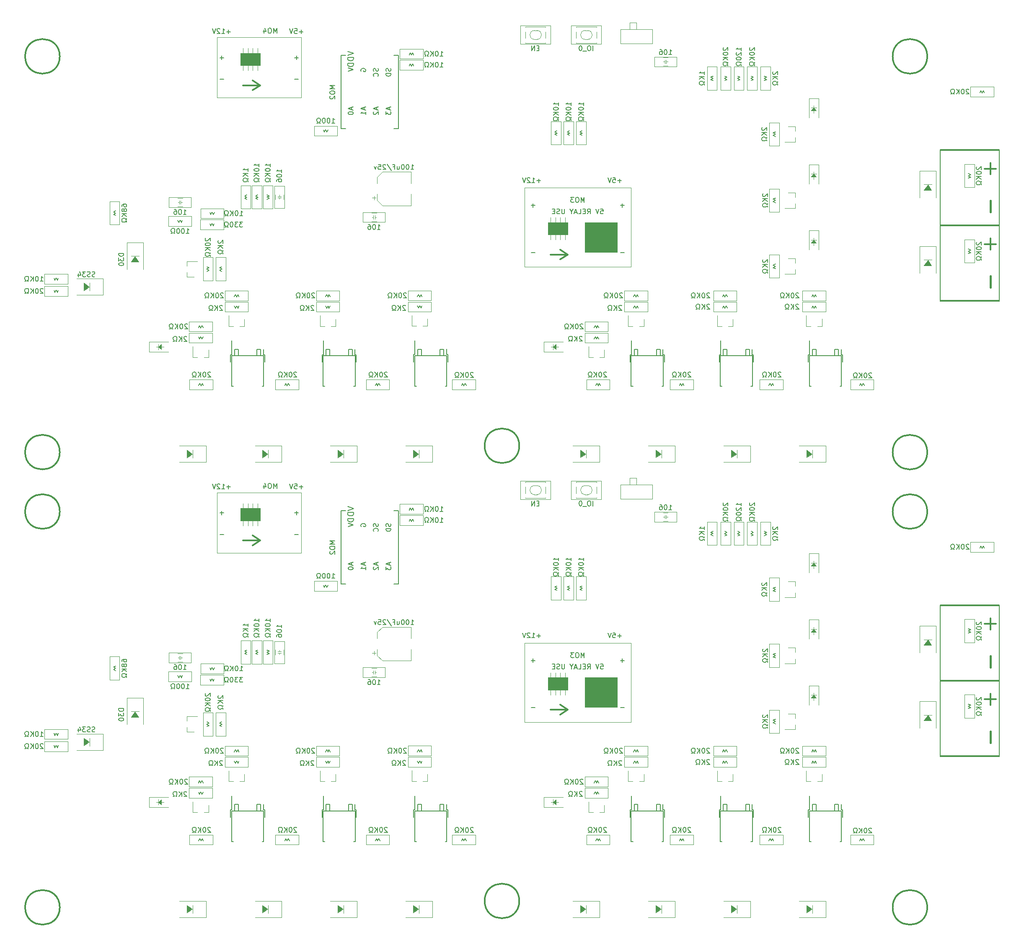
<source format=gbr>
%TF.GenerationSoftware,KiCad,Pcbnew,8.0.7*%
%TF.CreationDate,2025-01-14T19:52:07+09:00*%
%TF.ProjectId,AutoHome-S-Main_V7.0,4175746f-486f-46d6-952d-532d4d61696e,rev?*%
%TF.SameCoordinates,Original*%
%TF.FileFunction,Legend,Bot*%
%TF.FilePolarity,Positive*%
%FSLAX46Y46*%
G04 Gerber Fmt 4.6, Leading zero omitted, Abs format (unit mm)*
G04 Created by KiCad (PCBNEW 8.0.7) date 2025-01-14 19:52:07*
%MOMM*%
%LPD*%
G01*
G04 APERTURE LIST*
%ADD10C,0.300000*%
%ADD11C,0.150000*%
%ADD12C,0.200000*%
%ADD13C,0.400000*%
%ADD14C,0.350000*%
%ADD15C,0.120000*%
%ADD16C,0.170000*%
%ADD17C,0.100000*%
G04 APERTURE END LIST*
D10*
X155330000Y-220835000D02*
G75*
G02*
X148330000Y-220835000I-3500000J0D01*
G01*
X148330000Y-220835000D02*
G75*
G02*
X155330000Y-220835000I3500000J0D01*
G01*
X62475000Y-142130000D02*
G75*
G02*
X55475000Y-142130000I-3500000J0D01*
G01*
X55475000Y-142130000D02*
G75*
G02*
X62475000Y-142130000I3500000J0D01*
G01*
X237775000Y-222130000D02*
G75*
G02*
X230775000Y-222130000I-3500000J0D01*
G01*
X230775000Y-222130000D02*
G75*
G02*
X237775000Y-222130000I3500000J0D01*
G01*
X237774999Y-142130000D02*
G75*
G02*
X230774999Y-142130000I-3500000J0D01*
G01*
X230774999Y-142130000D02*
G75*
G02*
X237774999Y-142130000I3500000J0D01*
G01*
X62474999Y-222120000D02*
G75*
G02*
X55474999Y-222120000I-3500000J0D01*
G01*
X55474999Y-222120000D02*
G75*
G02*
X62474999Y-222120000I3500000J0D01*
G01*
D11*
X171757030Y-172954819D02*
X172233220Y-172954819D01*
X172233220Y-172954819D02*
X172280839Y-173431009D01*
X172280839Y-173431009D02*
X172233220Y-173383390D01*
X172233220Y-173383390D02*
X172137982Y-173335771D01*
X172137982Y-173335771D02*
X171899887Y-173335771D01*
X171899887Y-173335771D02*
X171804649Y-173383390D01*
X171804649Y-173383390D02*
X171757030Y-173431009D01*
X171757030Y-173431009D02*
X171709411Y-173526247D01*
X171709411Y-173526247D02*
X171709411Y-173764342D01*
X171709411Y-173764342D02*
X171757030Y-173859580D01*
X171757030Y-173859580D02*
X171804649Y-173907200D01*
X171804649Y-173907200D02*
X171899887Y-173954819D01*
X171899887Y-173954819D02*
X172137982Y-173954819D01*
X172137982Y-173954819D02*
X172233220Y-173907200D01*
X172233220Y-173907200D02*
X172280839Y-173859580D01*
X171423696Y-172954819D02*
X171090363Y-173954819D01*
X171090363Y-173954819D02*
X170757030Y-172954819D01*
X169090363Y-173954819D02*
X169423696Y-173478628D01*
X169661791Y-173954819D02*
X169661791Y-172954819D01*
X169661791Y-172954819D02*
X169280839Y-172954819D01*
X169280839Y-172954819D02*
X169185601Y-173002438D01*
X169185601Y-173002438D02*
X169137982Y-173050057D01*
X169137982Y-173050057D02*
X169090363Y-173145295D01*
X169090363Y-173145295D02*
X169090363Y-173288152D01*
X169090363Y-173288152D02*
X169137982Y-173383390D01*
X169137982Y-173383390D02*
X169185601Y-173431009D01*
X169185601Y-173431009D02*
X169280839Y-173478628D01*
X169280839Y-173478628D02*
X169661791Y-173478628D01*
X168661791Y-173431009D02*
X168328458Y-173431009D01*
X168185601Y-173954819D02*
X168661791Y-173954819D01*
X168661791Y-173954819D02*
X168661791Y-172954819D01*
X168661791Y-172954819D02*
X168185601Y-172954819D01*
X167280839Y-173954819D02*
X167757029Y-173954819D01*
X167757029Y-173954819D02*
X167757029Y-172954819D01*
X166995124Y-173669104D02*
X166518934Y-173669104D01*
X167090362Y-173954819D02*
X166757029Y-172954819D01*
X166757029Y-172954819D02*
X166423696Y-173954819D01*
X165899886Y-173478628D02*
X165899886Y-173954819D01*
X166233219Y-172954819D02*
X165899886Y-173478628D01*
X165899886Y-173478628D02*
X165566553Y-172954819D01*
X164471314Y-172954819D02*
X164471314Y-173764342D01*
X164471314Y-173764342D02*
X164423695Y-173859580D01*
X164423695Y-173859580D02*
X164376076Y-173907200D01*
X164376076Y-173907200D02*
X164280838Y-173954819D01*
X164280838Y-173954819D02*
X164090362Y-173954819D01*
X164090362Y-173954819D02*
X163995124Y-173907200D01*
X163995124Y-173907200D02*
X163947505Y-173859580D01*
X163947505Y-173859580D02*
X163899886Y-173764342D01*
X163899886Y-173764342D02*
X163899886Y-172954819D01*
X163471314Y-173907200D02*
X163328457Y-173954819D01*
X163328457Y-173954819D02*
X163090362Y-173954819D01*
X163090362Y-173954819D02*
X162995124Y-173907200D01*
X162995124Y-173907200D02*
X162947505Y-173859580D01*
X162947505Y-173859580D02*
X162899886Y-173764342D01*
X162899886Y-173764342D02*
X162899886Y-173669104D01*
X162899886Y-173669104D02*
X162947505Y-173573866D01*
X162947505Y-173573866D02*
X162995124Y-173526247D01*
X162995124Y-173526247D02*
X163090362Y-173478628D01*
X163090362Y-173478628D02*
X163280838Y-173431009D01*
X163280838Y-173431009D02*
X163376076Y-173383390D01*
X163376076Y-173383390D02*
X163423695Y-173335771D01*
X163423695Y-173335771D02*
X163471314Y-173240533D01*
X163471314Y-173240533D02*
X163471314Y-173145295D01*
X163471314Y-173145295D02*
X163423695Y-173050057D01*
X163423695Y-173050057D02*
X163376076Y-173002438D01*
X163376076Y-173002438D02*
X163280838Y-172954819D01*
X163280838Y-172954819D02*
X163042743Y-172954819D01*
X163042743Y-172954819D02*
X162899886Y-173002438D01*
X162471314Y-173431009D02*
X162137981Y-173431009D01*
X161995124Y-173954819D02*
X162471314Y-173954819D01*
X162471314Y-173954819D02*
X162471314Y-172954819D01*
X162471314Y-172954819D02*
X161995124Y-172954819D01*
D12*
X120644742Y-141120863D02*
X121844742Y-141520863D01*
X121844742Y-141520863D02*
X120644742Y-141920863D01*
X121844742Y-142320863D02*
X120644742Y-142320863D01*
X120644742Y-142320863D02*
X120644742Y-142606577D01*
X120644742Y-142606577D02*
X120701885Y-142778006D01*
X120701885Y-142778006D02*
X120816171Y-142892291D01*
X120816171Y-142892291D02*
X120930457Y-142949434D01*
X120930457Y-142949434D02*
X121159028Y-143006577D01*
X121159028Y-143006577D02*
X121330457Y-143006577D01*
X121330457Y-143006577D02*
X121559028Y-142949434D01*
X121559028Y-142949434D02*
X121673314Y-142892291D01*
X121673314Y-142892291D02*
X121787600Y-142778006D01*
X121787600Y-142778006D02*
X121844742Y-142606577D01*
X121844742Y-142606577D02*
X121844742Y-142320863D01*
X121844742Y-143520863D02*
X120644742Y-143520863D01*
X120644742Y-143520863D02*
X120644742Y-143806577D01*
X120644742Y-143806577D02*
X120701885Y-143978006D01*
X120701885Y-143978006D02*
X120816171Y-144092291D01*
X120816171Y-144092291D02*
X120930457Y-144149434D01*
X120930457Y-144149434D02*
X121159028Y-144206577D01*
X121159028Y-144206577D02*
X121330457Y-144206577D01*
X121330457Y-144206577D02*
X121559028Y-144149434D01*
X121559028Y-144149434D02*
X121673314Y-144092291D01*
X121673314Y-144092291D02*
X121787600Y-143978006D01*
X121787600Y-143978006D02*
X121844742Y-143806577D01*
X121844742Y-143806577D02*
X121844742Y-143520863D01*
D10*
X155330000Y-128835000D02*
G75*
G02*
X148330000Y-128835000I-3500000J0D01*
G01*
X148330000Y-128835000D02*
G75*
G02*
X155330000Y-128835000I3500000J0D01*
G01*
X237775000Y-130130000D02*
G75*
G02*
X230775000Y-130130000I-3500000J0D01*
G01*
X230775000Y-130130000D02*
G75*
G02*
X237775000Y-130130000I3500000J0D01*
G01*
X62474999Y-130120000D02*
G75*
G02*
X55474999Y-130120000I-3500000J0D01*
G01*
X55474999Y-130120000D02*
G75*
G02*
X62474999Y-130120000I3500000J0D01*
G01*
X62475000Y-50130000D02*
G75*
G02*
X55475000Y-50130000I-3500000J0D01*
G01*
X55475000Y-50130000D02*
G75*
G02*
X62475000Y-50130000I3500000J0D01*
G01*
X237774999Y-50130000D02*
G75*
G02*
X230774999Y-50130000I-3500000J0D01*
G01*
X230774999Y-50130000D02*
G75*
G02*
X237774999Y-50130000I3500000J0D01*
G01*
D12*
X120644742Y-49120863D02*
X121844742Y-49520863D01*
X121844742Y-49520863D02*
X120644742Y-49920863D01*
X121844742Y-50320863D02*
X120644742Y-50320863D01*
X120644742Y-50320863D02*
X120644742Y-50606577D01*
X120644742Y-50606577D02*
X120701885Y-50778006D01*
X120701885Y-50778006D02*
X120816171Y-50892291D01*
X120816171Y-50892291D02*
X120930457Y-50949434D01*
X120930457Y-50949434D02*
X121159028Y-51006577D01*
X121159028Y-51006577D02*
X121330457Y-51006577D01*
X121330457Y-51006577D02*
X121559028Y-50949434D01*
X121559028Y-50949434D02*
X121673314Y-50892291D01*
X121673314Y-50892291D02*
X121787600Y-50778006D01*
X121787600Y-50778006D02*
X121844742Y-50606577D01*
X121844742Y-50606577D02*
X121844742Y-50320863D01*
X121844742Y-51520863D02*
X120644742Y-51520863D01*
X120644742Y-51520863D02*
X120644742Y-51806577D01*
X120644742Y-51806577D02*
X120701885Y-51978006D01*
X120701885Y-51978006D02*
X120816171Y-52092291D01*
X120816171Y-52092291D02*
X120930457Y-52149434D01*
X120930457Y-52149434D02*
X121159028Y-52206577D01*
X121159028Y-52206577D02*
X121330457Y-52206577D01*
X121330457Y-52206577D02*
X121559028Y-52149434D01*
X121559028Y-52149434D02*
X121673314Y-52092291D01*
X121673314Y-52092291D02*
X121787600Y-51978006D01*
X121787600Y-51978006D02*
X121844742Y-51806577D01*
X121844742Y-51806577D02*
X121844742Y-51520863D01*
D11*
X171757030Y-80954819D02*
X172233220Y-80954819D01*
X172233220Y-80954819D02*
X172280839Y-81431009D01*
X172280839Y-81431009D02*
X172233220Y-81383390D01*
X172233220Y-81383390D02*
X172137982Y-81335771D01*
X172137982Y-81335771D02*
X171899887Y-81335771D01*
X171899887Y-81335771D02*
X171804649Y-81383390D01*
X171804649Y-81383390D02*
X171757030Y-81431009D01*
X171757030Y-81431009D02*
X171709411Y-81526247D01*
X171709411Y-81526247D02*
X171709411Y-81764342D01*
X171709411Y-81764342D02*
X171757030Y-81859580D01*
X171757030Y-81859580D02*
X171804649Y-81907200D01*
X171804649Y-81907200D02*
X171899887Y-81954819D01*
X171899887Y-81954819D02*
X172137982Y-81954819D01*
X172137982Y-81954819D02*
X172233220Y-81907200D01*
X172233220Y-81907200D02*
X172280839Y-81859580D01*
X171423696Y-80954819D02*
X171090363Y-81954819D01*
X171090363Y-81954819D02*
X170757030Y-80954819D01*
X169090363Y-81954819D02*
X169423696Y-81478628D01*
X169661791Y-81954819D02*
X169661791Y-80954819D01*
X169661791Y-80954819D02*
X169280839Y-80954819D01*
X169280839Y-80954819D02*
X169185601Y-81002438D01*
X169185601Y-81002438D02*
X169137982Y-81050057D01*
X169137982Y-81050057D02*
X169090363Y-81145295D01*
X169090363Y-81145295D02*
X169090363Y-81288152D01*
X169090363Y-81288152D02*
X169137982Y-81383390D01*
X169137982Y-81383390D02*
X169185601Y-81431009D01*
X169185601Y-81431009D02*
X169280839Y-81478628D01*
X169280839Y-81478628D02*
X169661791Y-81478628D01*
X168661791Y-81431009D02*
X168328458Y-81431009D01*
X168185601Y-81954819D02*
X168661791Y-81954819D01*
X168661791Y-81954819D02*
X168661791Y-80954819D01*
X168661791Y-80954819D02*
X168185601Y-80954819D01*
X167280839Y-81954819D02*
X167757029Y-81954819D01*
X167757029Y-81954819D02*
X167757029Y-80954819D01*
X166995124Y-81669104D02*
X166518934Y-81669104D01*
X167090362Y-81954819D02*
X166757029Y-80954819D01*
X166757029Y-80954819D02*
X166423696Y-81954819D01*
X165899886Y-81478628D02*
X165899886Y-81954819D01*
X166233219Y-80954819D02*
X165899886Y-81478628D01*
X165899886Y-81478628D02*
X165566553Y-80954819D01*
X164471314Y-80954819D02*
X164471314Y-81764342D01*
X164471314Y-81764342D02*
X164423695Y-81859580D01*
X164423695Y-81859580D02*
X164376076Y-81907200D01*
X164376076Y-81907200D02*
X164280838Y-81954819D01*
X164280838Y-81954819D02*
X164090362Y-81954819D01*
X164090362Y-81954819D02*
X163995124Y-81907200D01*
X163995124Y-81907200D02*
X163947505Y-81859580D01*
X163947505Y-81859580D02*
X163899886Y-81764342D01*
X163899886Y-81764342D02*
X163899886Y-80954819D01*
X163471314Y-81907200D02*
X163328457Y-81954819D01*
X163328457Y-81954819D02*
X163090362Y-81954819D01*
X163090362Y-81954819D02*
X162995124Y-81907200D01*
X162995124Y-81907200D02*
X162947505Y-81859580D01*
X162947505Y-81859580D02*
X162899886Y-81764342D01*
X162899886Y-81764342D02*
X162899886Y-81669104D01*
X162899886Y-81669104D02*
X162947505Y-81573866D01*
X162947505Y-81573866D02*
X162995124Y-81526247D01*
X162995124Y-81526247D02*
X163090362Y-81478628D01*
X163090362Y-81478628D02*
X163280838Y-81431009D01*
X163280838Y-81431009D02*
X163376076Y-81383390D01*
X163376076Y-81383390D02*
X163423695Y-81335771D01*
X163423695Y-81335771D02*
X163471314Y-81240533D01*
X163471314Y-81240533D02*
X163471314Y-81145295D01*
X163471314Y-81145295D02*
X163423695Y-81050057D01*
X163423695Y-81050057D02*
X163376076Y-81002438D01*
X163376076Y-81002438D02*
X163280838Y-80954819D01*
X163280838Y-80954819D02*
X163042743Y-80954819D01*
X163042743Y-80954819D02*
X162899886Y-81002438D01*
X162471314Y-81431009D02*
X162137981Y-81431009D01*
X161995124Y-81954819D02*
X162471314Y-81954819D01*
X162471314Y-81954819D02*
X162471314Y-80954819D01*
X162471314Y-80954819D02*
X161995124Y-80954819D01*
X206620057Y-145207857D02*
X206572438Y-145255476D01*
X206572438Y-145255476D02*
X206524819Y-145350714D01*
X206524819Y-145350714D02*
X206524819Y-145588809D01*
X206524819Y-145588809D02*
X206572438Y-145684047D01*
X206572438Y-145684047D02*
X206620057Y-145731666D01*
X206620057Y-145731666D02*
X206715295Y-145779285D01*
X206715295Y-145779285D02*
X206810533Y-145779285D01*
X206810533Y-145779285D02*
X206953390Y-145731666D01*
X206953390Y-145731666D02*
X207524819Y-145160238D01*
X207524819Y-145160238D02*
X207524819Y-145779285D01*
X207524819Y-146207857D02*
X206524819Y-146207857D01*
X207524819Y-146779285D02*
X206953390Y-146350714D01*
X206524819Y-146779285D02*
X207096247Y-146207857D01*
X207524819Y-147160238D02*
X207524819Y-147398333D01*
X207524819Y-147398333D02*
X207334342Y-147398333D01*
X207334342Y-147398333D02*
X207286723Y-147303095D01*
X207286723Y-147303095D02*
X207191485Y-147207857D01*
X207191485Y-147207857D02*
X207048628Y-147160238D01*
X207048628Y-147160238D02*
X206810533Y-147160238D01*
X206810533Y-147160238D02*
X206667676Y-147207857D01*
X206667676Y-147207857D02*
X206572438Y-147303095D01*
X206572438Y-147303095D02*
X206524819Y-147445952D01*
X206524819Y-147445952D02*
X206524819Y-147636428D01*
X206524819Y-147636428D02*
X206572438Y-147779285D01*
X206572438Y-147779285D02*
X206667676Y-147874523D01*
X206667676Y-147874523D02*
X206810533Y-147922142D01*
X206810533Y-147922142D02*
X207048628Y-147922142D01*
X207048628Y-147922142D02*
X207191485Y-147874523D01*
X207191485Y-147874523D02*
X207286723Y-147779285D01*
X207286723Y-147779285D02*
X207334342Y-147684047D01*
X207334342Y-147684047D02*
X207524819Y-147684047D01*
X207524819Y-147684047D02*
X207524819Y-147922142D01*
D13*
X250524200Y-173587857D02*
X250524200Y-171302143D01*
D14*
X250526800Y-165967857D02*
X250526800Y-163682143D01*
X251669657Y-164825000D02*
X249383942Y-164825000D01*
D13*
X250524200Y-188827857D02*
X250524200Y-186542143D01*
D14*
X250526800Y-181207857D02*
X250526800Y-178922143D01*
X251669657Y-180065000D02*
X249383942Y-180065000D01*
D11*
X192734819Y-145779285D02*
X192734819Y-145207857D01*
X192734819Y-145493571D02*
X191734819Y-145493571D01*
X191734819Y-145493571D02*
X191877676Y-145398333D01*
X191877676Y-145398333D02*
X191972914Y-145303095D01*
X191972914Y-145303095D02*
X192020533Y-145207857D01*
X192734819Y-146207857D02*
X191734819Y-146207857D01*
X192734819Y-146779285D02*
X192163390Y-146350714D01*
X191734819Y-146779285D02*
X192306247Y-146207857D01*
X192734819Y-147160238D02*
X192734819Y-147398333D01*
X192734819Y-147398333D02*
X192544342Y-147398333D01*
X192544342Y-147398333D02*
X192496723Y-147303095D01*
X192496723Y-147303095D02*
X192401485Y-147207857D01*
X192401485Y-147207857D02*
X192258628Y-147160238D01*
X192258628Y-147160238D02*
X192020533Y-147160238D01*
X192020533Y-147160238D02*
X191877676Y-147207857D01*
X191877676Y-147207857D02*
X191782438Y-147303095D01*
X191782438Y-147303095D02*
X191734819Y-147445952D01*
X191734819Y-147445952D02*
X191734819Y-147636428D01*
X191734819Y-147636428D02*
X191782438Y-147779285D01*
X191782438Y-147779285D02*
X191877676Y-147874523D01*
X191877676Y-147874523D02*
X192020533Y-147922142D01*
X192020533Y-147922142D02*
X192258628Y-147922142D01*
X192258628Y-147922142D02*
X192401485Y-147874523D01*
X192401485Y-147874523D02*
X192496723Y-147779285D01*
X192496723Y-147779285D02*
X192544342Y-147684047D01*
X192544342Y-147684047D02*
X192734819Y-147684047D01*
X192734819Y-147684047D02*
X192734819Y-147922142D01*
X128640839Y-206035057D02*
X128593220Y-205987438D01*
X128593220Y-205987438D02*
X128497982Y-205939819D01*
X128497982Y-205939819D02*
X128259887Y-205939819D01*
X128259887Y-205939819D02*
X128164649Y-205987438D01*
X128164649Y-205987438D02*
X128117030Y-206035057D01*
X128117030Y-206035057D02*
X128069411Y-206130295D01*
X128069411Y-206130295D02*
X128069411Y-206225533D01*
X128069411Y-206225533D02*
X128117030Y-206368390D01*
X128117030Y-206368390D02*
X128688458Y-206939819D01*
X128688458Y-206939819D02*
X128069411Y-206939819D01*
X127450363Y-205939819D02*
X127355125Y-205939819D01*
X127355125Y-205939819D02*
X127259887Y-205987438D01*
X127259887Y-205987438D02*
X127212268Y-206035057D01*
X127212268Y-206035057D02*
X127164649Y-206130295D01*
X127164649Y-206130295D02*
X127117030Y-206320771D01*
X127117030Y-206320771D02*
X127117030Y-206558866D01*
X127117030Y-206558866D02*
X127164649Y-206749342D01*
X127164649Y-206749342D02*
X127212268Y-206844580D01*
X127212268Y-206844580D02*
X127259887Y-206892200D01*
X127259887Y-206892200D02*
X127355125Y-206939819D01*
X127355125Y-206939819D02*
X127450363Y-206939819D01*
X127450363Y-206939819D02*
X127545601Y-206892200D01*
X127545601Y-206892200D02*
X127593220Y-206844580D01*
X127593220Y-206844580D02*
X127640839Y-206749342D01*
X127640839Y-206749342D02*
X127688458Y-206558866D01*
X127688458Y-206558866D02*
X127688458Y-206320771D01*
X127688458Y-206320771D02*
X127640839Y-206130295D01*
X127640839Y-206130295D02*
X127593220Y-206035057D01*
X127593220Y-206035057D02*
X127545601Y-205987438D01*
X127545601Y-205987438D02*
X127450363Y-205939819D01*
X126688458Y-206939819D02*
X126688458Y-205939819D01*
X126117030Y-206939819D02*
X126545601Y-206368390D01*
X126117030Y-205939819D02*
X126688458Y-206511247D01*
X125736077Y-206939819D02*
X125497982Y-206939819D01*
X125497982Y-206939819D02*
X125497982Y-206749342D01*
X125497982Y-206749342D02*
X125593220Y-206701723D01*
X125593220Y-206701723D02*
X125688458Y-206606485D01*
X125688458Y-206606485D02*
X125736077Y-206463628D01*
X125736077Y-206463628D02*
X125736077Y-206225533D01*
X125736077Y-206225533D02*
X125688458Y-206082676D01*
X125688458Y-206082676D02*
X125593220Y-205987438D01*
X125593220Y-205987438D02*
X125450363Y-205939819D01*
X125450363Y-205939819D02*
X125259887Y-205939819D01*
X125259887Y-205939819D02*
X125117030Y-205987438D01*
X125117030Y-205987438D02*
X125021792Y-206082676D01*
X125021792Y-206082676D02*
X124974173Y-206225533D01*
X124974173Y-206225533D02*
X124974173Y-206463628D01*
X124974173Y-206463628D02*
X125021792Y-206606485D01*
X125021792Y-206606485D02*
X125117030Y-206701723D01*
X125117030Y-206701723D02*
X125212268Y-206749342D01*
X125212268Y-206749342D02*
X125212268Y-206939819D01*
X125212268Y-206939819D02*
X124974173Y-206939819D01*
X168179689Y-196305057D02*
X168132070Y-196257438D01*
X168132070Y-196257438D02*
X168036832Y-196209819D01*
X168036832Y-196209819D02*
X167798737Y-196209819D01*
X167798737Y-196209819D02*
X167703499Y-196257438D01*
X167703499Y-196257438D02*
X167655880Y-196305057D01*
X167655880Y-196305057D02*
X167608261Y-196400295D01*
X167608261Y-196400295D02*
X167608261Y-196495533D01*
X167608261Y-196495533D02*
X167655880Y-196638390D01*
X167655880Y-196638390D02*
X168227308Y-197209819D01*
X168227308Y-197209819D02*
X167608261Y-197209819D01*
X166989213Y-196209819D02*
X166893975Y-196209819D01*
X166893975Y-196209819D02*
X166798737Y-196257438D01*
X166798737Y-196257438D02*
X166751118Y-196305057D01*
X166751118Y-196305057D02*
X166703499Y-196400295D01*
X166703499Y-196400295D02*
X166655880Y-196590771D01*
X166655880Y-196590771D02*
X166655880Y-196828866D01*
X166655880Y-196828866D02*
X166703499Y-197019342D01*
X166703499Y-197019342D02*
X166751118Y-197114580D01*
X166751118Y-197114580D02*
X166798737Y-197162200D01*
X166798737Y-197162200D02*
X166893975Y-197209819D01*
X166893975Y-197209819D02*
X166989213Y-197209819D01*
X166989213Y-197209819D02*
X167084451Y-197162200D01*
X167084451Y-197162200D02*
X167132070Y-197114580D01*
X167132070Y-197114580D02*
X167179689Y-197019342D01*
X167179689Y-197019342D02*
X167227308Y-196828866D01*
X167227308Y-196828866D02*
X167227308Y-196590771D01*
X167227308Y-196590771D02*
X167179689Y-196400295D01*
X167179689Y-196400295D02*
X167132070Y-196305057D01*
X167132070Y-196305057D02*
X167084451Y-196257438D01*
X167084451Y-196257438D02*
X166989213Y-196209819D01*
X166227308Y-197209819D02*
X166227308Y-196209819D01*
X165655880Y-197209819D02*
X166084451Y-196638390D01*
X165655880Y-196209819D02*
X166227308Y-196781247D01*
X165274927Y-197209819D02*
X165036832Y-197209819D01*
X165036832Y-197209819D02*
X165036832Y-197019342D01*
X165036832Y-197019342D02*
X165132070Y-196971723D01*
X165132070Y-196971723D02*
X165227308Y-196876485D01*
X165227308Y-196876485D02*
X165274927Y-196733628D01*
X165274927Y-196733628D02*
X165274927Y-196495533D01*
X165274927Y-196495533D02*
X165227308Y-196352676D01*
X165227308Y-196352676D02*
X165132070Y-196257438D01*
X165132070Y-196257438D02*
X164989213Y-196209819D01*
X164989213Y-196209819D02*
X164798737Y-196209819D01*
X164798737Y-196209819D02*
X164655880Y-196257438D01*
X164655880Y-196257438D02*
X164560642Y-196352676D01*
X164560642Y-196352676D02*
X164513023Y-196495533D01*
X164513023Y-196495533D02*
X164513023Y-196733628D01*
X164513023Y-196733628D02*
X164560642Y-196876485D01*
X164560642Y-196876485D02*
X164655880Y-196971723D01*
X164655880Y-196971723D02*
X164751118Y-197019342D01*
X164751118Y-197019342D02*
X164751118Y-197209819D01*
X164751118Y-197209819D02*
X164513023Y-197209819D01*
X139311904Y-144329819D02*
X139883332Y-144329819D01*
X139597618Y-144329819D02*
X139597618Y-143329819D01*
X139597618Y-143329819D02*
X139692856Y-143472676D01*
X139692856Y-143472676D02*
X139788094Y-143567914D01*
X139788094Y-143567914D02*
X139883332Y-143615533D01*
X138692856Y-143329819D02*
X138597618Y-143329819D01*
X138597618Y-143329819D02*
X138502380Y-143377438D01*
X138502380Y-143377438D02*
X138454761Y-143425057D01*
X138454761Y-143425057D02*
X138407142Y-143520295D01*
X138407142Y-143520295D02*
X138359523Y-143710771D01*
X138359523Y-143710771D02*
X138359523Y-143948866D01*
X138359523Y-143948866D02*
X138407142Y-144139342D01*
X138407142Y-144139342D02*
X138454761Y-144234580D01*
X138454761Y-144234580D02*
X138502380Y-144282200D01*
X138502380Y-144282200D02*
X138597618Y-144329819D01*
X138597618Y-144329819D02*
X138692856Y-144329819D01*
X138692856Y-144329819D02*
X138788094Y-144282200D01*
X138788094Y-144282200D02*
X138835713Y-144234580D01*
X138835713Y-144234580D02*
X138883332Y-144139342D01*
X138883332Y-144139342D02*
X138930951Y-143948866D01*
X138930951Y-143948866D02*
X138930951Y-143710771D01*
X138930951Y-143710771D02*
X138883332Y-143520295D01*
X138883332Y-143520295D02*
X138835713Y-143425057D01*
X138835713Y-143425057D02*
X138788094Y-143377438D01*
X138788094Y-143377438D02*
X138692856Y-143329819D01*
X137930951Y-144329819D02*
X137930951Y-143329819D01*
X137359523Y-144329819D02*
X137788094Y-143758390D01*
X137359523Y-143329819D02*
X137930951Y-143901247D01*
X136978570Y-144329819D02*
X136740475Y-144329819D01*
X136740475Y-144329819D02*
X136740475Y-144139342D01*
X136740475Y-144139342D02*
X136835713Y-144091723D01*
X136835713Y-144091723D02*
X136930951Y-143996485D01*
X136930951Y-143996485D02*
X136978570Y-143853628D01*
X136978570Y-143853628D02*
X136978570Y-143615533D01*
X136978570Y-143615533D02*
X136930951Y-143472676D01*
X136930951Y-143472676D02*
X136835713Y-143377438D01*
X136835713Y-143377438D02*
X136692856Y-143329819D01*
X136692856Y-143329819D02*
X136502380Y-143329819D01*
X136502380Y-143329819D02*
X136359523Y-143377438D01*
X136359523Y-143377438D02*
X136264285Y-143472676D01*
X136264285Y-143472676D02*
X136216666Y-143615533D01*
X136216666Y-143615533D02*
X136216666Y-143853628D01*
X136216666Y-143853628D02*
X136264285Y-143996485D01*
X136264285Y-143996485D02*
X136359523Y-144091723D01*
X136359523Y-144091723D02*
X136454761Y-144139342D01*
X136454761Y-144139342D02*
X136454761Y-144329819D01*
X136454761Y-144329819D02*
X136216666Y-144329819D01*
X208193332Y-206035057D02*
X208145713Y-205987438D01*
X208145713Y-205987438D02*
X208050475Y-205939819D01*
X208050475Y-205939819D02*
X207812380Y-205939819D01*
X207812380Y-205939819D02*
X207717142Y-205987438D01*
X207717142Y-205987438D02*
X207669523Y-206035057D01*
X207669523Y-206035057D02*
X207621904Y-206130295D01*
X207621904Y-206130295D02*
X207621904Y-206225533D01*
X207621904Y-206225533D02*
X207669523Y-206368390D01*
X207669523Y-206368390D02*
X208240951Y-206939819D01*
X208240951Y-206939819D02*
X207621904Y-206939819D01*
X207002856Y-205939819D02*
X206907618Y-205939819D01*
X206907618Y-205939819D02*
X206812380Y-205987438D01*
X206812380Y-205987438D02*
X206764761Y-206035057D01*
X206764761Y-206035057D02*
X206717142Y-206130295D01*
X206717142Y-206130295D02*
X206669523Y-206320771D01*
X206669523Y-206320771D02*
X206669523Y-206558866D01*
X206669523Y-206558866D02*
X206717142Y-206749342D01*
X206717142Y-206749342D02*
X206764761Y-206844580D01*
X206764761Y-206844580D02*
X206812380Y-206892200D01*
X206812380Y-206892200D02*
X206907618Y-206939819D01*
X206907618Y-206939819D02*
X207002856Y-206939819D01*
X207002856Y-206939819D02*
X207098094Y-206892200D01*
X207098094Y-206892200D02*
X207145713Y-206844580D01*
X207145713Y-206844580D02*
X207193332Y-206749342D01*
X207193332Y-206749342D02*
X207240951Y-206558866D01*
X207240951Y-206558866D02*
X207240951Y-206320771D01*
X207240951Y-206320771D02*
X207193332Y-206130295D01*
X207193332Y-206130295D02*
X207145713Y-206035057D01*
X207145713Y-206035057D02*
X207098094Y-205987438D01*
X207098094Y-205987438D02*
X207002856Y-205939819D01*
X206240951Y-206939819D02*
X206240951Y-205939819D01*
X205669523Y-206939819D02*
X206098094Y-206368390D01*
X205669523Y-205939819D02*
X206240951Y-206511247D01*
X205288570Y-206939819D02*
X205050475Y-206939819D01*
X205050475Y-206939819D02*
X205050475Y-206749342D01*
X205050475Y-206749342D02*
X205145713Y-206701723D01*
X205145713Y-206701723D02*
X205240951Y-206606485D01*
X205240951Y-206606485D02*
X205288570Y-206463628D01*
X205288570Y-206463628D02*
X205288570Y-206225533D01*
X205288570Y-206225533D02*
X205240951Y-206082676D01*
X205240951Y-206082676D02*
X205145713Y-205987438D01*
X205145713Y-205987438D02*
X205002856Y-205939819D01*
X205002856Y-205939819D02*
X204812380Y-205939819D01*
X204812380Y-205939819D02*
X204669523Y-205987438D01*
X204669523Y-205987438D02*
X204574285Y-206082676D01*
X204574285Y-206082676D02*
X204526666Y-206225533D01*
X204526666Y-206225533D02*
X204526666Y-206463628D01*
X204526666Y-206463628D02*
X204574285Y-206606485D01*
X204574285Y-206606485D02*
X204669523Y-206701723D01*
X204669523Y-206701723D02*
X204764761Y-206749342D01*
X204764761Y-206749342D02*
X204764761Y-206939819D01*
X204764761Y-206939819D02*
X204526666Y-206939819D01*
X75394819Y-181948214D02*
X74394819Y-181948214D01*
X74394819Y-181948214D02*
X74394819Y-182186309D01*
X74394819Y-182186309D02*
X74442438Y-182329166D01*
X74442438Y-182329166D02*
X74537676Y-182424404D01*
X74537676Y-182424404D02*
X74632914Y-182472023D01*
X74632914Y-182472023D02*
X74823390Y-182519642D01*
X74823390Y-182519642D02*
X74966247Y-182519642D01*
X74966247Y-182519642D02*
X75156723Y-182472023D01*
X75156723Y-182472023D02*
X75251961Y-182424404D01*
X75251961Y-182424404D02*
X75347200Y-182329166D01*
X75347200Y-182329166D02*
X75394819Y-182186309D01*
X75394819Y-182186309D02*
X75394819Y-181948214D01*
X74394819Y-182852976D02*
X74394819Y-183472023D01*
X74394819Y-183472023D02*
X74775771Y-183138690D01*
X74775771Y-183138690D02*
X74775771Y-183281547D01*
X74775771Y-183281547D02*
X74823390Y-183376785D01*
X74823390Y-183376785D02*
X74871009Y-183424404D01*
X74871009Y-183424404D02*
X74966247Y-183472023D01*
X74966247Y-183472023D02*
X75204342Y-183472023D01*
X75204342Y-183472023D02*
X75299580Y-183424404D01*
X75299580Y-183424404D02*
X75347200Y-183376785D01*
X75347200Y-183376785D02*
X75394819Y-183281547D01*
X75394819Y-183281547D02*
X75394819Y-182995833D01*
X75394819Y-182995833D02*
X75347200Y-182900595D01*
X75347200Y-182900595D02*
X75299580Y-182852976D01*
X74394819Y-184091071D02*
X74394819Y-184186309D01*
X74394819Y-184186309D02*
X74442438Y-184281547D01*
X74442438Y-184281547D02*
X74490057Y-184329166D01*
X74490057Y-184329166D02*
X74585295Y-184376785D01*
X74585295Y-184376785D02*
X74775771Y-184424404D01*
X74775771Y-184424404D02*
X75013866Y-184424404D01*
X75013866Y-184424404D02*
X75204342Y-184376785D01*
X75204342Y-184376785D02*
X75299580Y-184329166D01*
X75299580Y-184329166D02*
X75347200Y-184281547D01*
X75347200Y-184281547D02*
X75394819Y-184186309D01*
X75394819Y-184186309D02*
X75394819Y-184091071D01*
X75394819Y-184091071D02*
X75347200Y-183995833D01*
X75347200Y-183995833D02*
X75299580Y-183948214D01*
X75299580Y-183948214D02*
X75204342Y-183900595D01*
X75204342Y-183900595D02*
X75013866Y-183852976D01*
X75013866Y-183852976D02*
X74775771Y-183852976D01*
X74775771Y-183852976D02*
X74585295Y-183900595D01*
X74585295Y-183900595D02*
X74490057Y-183948214D01*
X74490057Y-183948214D02*
X74442438Y-183995833D01*
X74442438Y-183995833D02*
X74394819Y-184091071D01*
X95346482Y-192565057D02*
X95298863Y-192517438D01*
X95298863Y-192517438D02*
X95203625Y-192469819D01*
X95203625Y-192469819D02*
X94965530Y-192469819D01*
X94965530Y-192469819D02*
X94870292Y-192517438D01*
X94870292Y-192517438D02*
X94822673Y-192565057D01*
X94822673Y-192565057D02*
X94775054Y-192660295D01*
X94775054Y-192660295D02*
X94775054Y-192755533D01*
X94775054Y-192755533D02*
X94822673Y-192898390D01*
X94822673Y-192898390D02*
X95394101Y-193469819D01*
X95394101Y-193469819D02*
X94775054Y-193469819D01*
X94346482Y-193469819D02*
X94346482Y-192469819D01*
X93775054Y-193469819D02*
X94203625Y-192898390D01*
X93775054Y-192469819D02*
X94346482Y-193041247D01*
X93394101Y-193469819D02*
X93156006Y-193469819D01*
X93156006Y-193469819D02*
X93156006Y-193279342D01*
X93156006Y-193279342D02*
X93251244Y-193231723D01*
X93251244Y-193231723D02*
X93346482Y-193136485D01*
X93346482Y-193136485D02*
X93394101Y-192993628D01*
X93394101Y-192993628D02*
X93394101Y-192755533D01*
X93394101Y-192755533D02*
X93346482Y-192612676D01*
X93346482Y-192612676D02*
X93251244Y-192517438D01*
X93251244Y-192517438D02*
X93108387Y-192469819D01*
X93108387Y-192469819D02*
X92917911Y-192469819D01*
X92917911Y-192469819D02*
X92775054Y-192517438D01*
X92775054Y-192517438D02*
X92679816Y-192612676D01*
X92679816Y-192612676D02*
X92632197Y-192755533D01*
X92632197Y-192755533D02*
X92632197Y-192993628D01*
X92632197Y-192993628D02*
X92679816Y-193136485D01*
X92679816Y-193136485D02*
X92775054Y-193231723D01*
X92775054Y-193231723D02*
X92870292Y-193279342D01*
X92870292Y-193279342D02*
X92870292Y-193469819D01*
X92870292Y-193469819D02*
X92632197Y-193469819D01*
X165764819Y-152053095D02*
X165764819Y-151481667D01*
X165764819Y-151767381D02*
X164764819Y-151767381D01*
X164764819Y-151767381D02*
X164907676Y-151672143D01*
X164907676Y-151672143D02*
X165002914Y-151576905D01*
X165002914Y-151576905D02*
X165050533Y-151481667D01*
X164764819Y-152672143D02*
X164764819Y-152767381D01*
X164764819Y-152767381D02*
X164812438Y-152862619D01*
X164812438Y-152862619D02*
X164860057Y-152910238D01*
X164860057Y-152910238D02*
X164955295Y-152957857D01*
X164955295Y-152957857D02*
X165145771Y-153005476D01*
X165145771Y-153005476D02*
X165383866Y-153005476D01*
X165383866Y-153005476D02*
X165574342Y-152957857D01*
X165574342Y-152957857D02*
X165669580Y-152910238D01*
X165669580Y-152910238D02*
X165717200Y-152862619D01*
X165717200Y-152862619D02*
X165764819Y-152767381D01*
X165764819Y-152767381D02*
X165764819Y-152672143D01*
X165764819Y-152672143D02*
X165717200Y-152576905D01*
X165717200Y-152576905D02*
X165669580Y-152529286D01*
X165669580Y-152529286D02*
X165574342Y-152481667D01*
X165574342Y-152481667D02*
X165383866Y-152434048D01*
X165383866Y-152434048D02*
X165145771Y-152434048D01*
X165145771Y-152434048D02*
X164955295Y-152481667D01*
X164955295Y-152481667D02*
X164860057Y-152529286D01*
X164860057Y-152529286D02*
X164812438Y-152576905D01*
X164812438Y-152576905D02*
X164764819Y-152672143D01*
X165764819Y-153434048D02*
X164764819Y-153434048D01*
X165764819Y-154005476D02*
X165193390Y-153576905D01*
X164764819Y-154005476D02*
X165336247Y-153434048D01*
X165764819Y-154386429D02*
X165764819Y-154624524D01*
X165764819Y-154624524D02*
X165574342Y-154624524D01*
X165574342Y-154624524D02*
X165526723Y-154529286D01*
X165526723Y-154529286D02*
X165431485Y-154434048D01*
X165431485Y-154434048D02*
X165288628Y-154386429D01*
X165288628Y-154386429D02*
X165050533Y-154386429D01*
X165050533Y-154386429D02*
X164907676Y-154434048D01*
X164907676Y-154434048D02*
X164812438Y-154529286D01*
X164812438Y-154529286D02*
X164764819Y-154672143D01*
X164764819Y-154672143D02*
X164764819Y-154862619D01*
X164764819Y-154862619D02*
X164812438Y-155005476D01*
X164812438Y-155005476D02*
X164907676Y-155100714D01*
X164907676Y-155100714D02*
X165050533Y-155148333D01*
X165050533Y-155148333D02*
X165288628Y-155148333D01*
X165288628Y-155148333D02*
X165431485Y-155100714D01*
X165431485Y-155100714D02*
X165526723Y-155005476D01*
X165526723Y-155005476D02*
X165574342Y-154910238D01*
X165574342Y-154910238D02*
X165764819Y-154910238D01*
X165764819Y-154910238D02*
X165764819Y-155148333D01*
X172930839Y-206035057D02*
X172883220Y-205987438D01*
X172883220Y-205987438D02*
X172787982Y-205939819D01*
X172787982Y-205939819D02*
X172549887Y-205939819D01*
X172549887Y-205939819D02*
X172454649Y-205987438D01*
X172454649Y-205987438D02*
X172407030Y-206035057D01*
X172407030Y-206035057D02*
X172359411Y-206130295D01*
X172359411Y-206130295D02*
X172359411Y-206225533D01*
X172359411Y-206225533D02*
X172407030Y-206368390D01*
X172407030Y-206368390D02*
X172978458Y-206939819D01*
X172978458Y-206939819D02*
X172359411Y-206939819D01*
X171740363Y-205939819D02*
X171645125Y-205939819D01*
X171645125Y-205939819D02*
X171549887Y-205987438D01*
X171549887Y-205987438D02*
X171502268Y-206035057D01*
X171502268Y-206035057D02*
X171454649Y-206130295D01*
X171454649Y-206130295D02*
X171407030Y-206320771D01*
X171407030Y-206320771D02*
X171407030Y-206558866D01*
X171407030Y-206558866D02*
X171454649Y-206749342D01*
X171454649Y-206749342D02*
X171502268Y-206844580D01*
X171502268Y-206844580D02*
X171549887Y-206892200D01*
X171549887Y-206892200D02*
X171645125Y-206939819D01*
X171645125Y-206939819D02*
X171740363Y-206939819D01*
X171740363Y-206939819D02*
X171835601Y-206892200D01*
X171835601Y-206892200D02*
X171883220Y-206844580D01*
X171883220Y-206844580D02*
X171930839Y-206749342D01*
X171930839Y-206749342D02*
X171978458Y-206558866D01*
X171978458Y-206558866D02*
X171978458Y-206320771D01*
X171978458Y-206320771D02*
X171930839Y-206130295D01*
X171930839Y-206130295D02*
X171883220Y-206035057D01*
X171883220Y-206035057D02*
X171835601Y-205987438D01*
X171835601Y-205987438D02*
X171740363Y-205939819D01*
X170978458Y-206939819D02*
X170978458Y-205939819D01*
X170407030Y-206939819D02*
X170835601Y-206368390D01*
X170407030Y-205939819D02*
X170978458Y-206511247D01*
X170026077Y-206939819D02*
X169787982Y-206939819D01*
X169787982Y-206939819D02*
X169787982Y-206749342D01*
X169787982Y-206749342D02*
X169883220Y-206701723D01*
X169883220Y-206701723D02*
X169978458Y-206606485D01*
X169978458Y-206606485D02*
X170026077Y-206463628D01*
X170026077Y-206463628D02*
X170026077Y-206225533D01*
X170026077Y-206225533D02*
X169978458Y-206082676D01*
X169978458Y-206082676D02*
X169883220Y-205987438D01*
X169883220Y-205987438D02*
X169740363Y-205939819D01*
X169740363Y-205939819D02*
X169549887Y-205939819D01*
X169549887Y-205939819D02*
X169407030Y-205987438D01*
X169407030Y-205987438D02*
X169311792Y-206082676D01*
X169311792Y-206082676D02*
X169264173Y-206225533D01*
X169264173Y-206225533D02*
X169264173Y-206463628D01*
X169264173Y-206463628D02*
X169311792Y-206606485D01*
X169311792Y-206606485D02*
X169407030Y-206701723D01*
X169407030Y-206701723D02*
X169502268Y-206749342D01*
X169502268Y-206749342D02*
X169502268Y-206939819D01*
X169502268Y-206939819D02*
X169264173Y-206939819D01*
X204425057Y-156507857D02*
X204377438Y-156555476D01*
X204377438Y-156555476D02*
X204329819Y-156650714D01*
X204329819Y-156650714D02*
X204329819Y-156888809D01*
X204329819Y-156888809D02*
X204377438Y-156984047D01*
X204377438Y-156984047D02*
X204425057Y-157031666D01*
X204425057Y-157031666D02*
X204520295Y-157079285D01*
X204520295Y-157079285D02*
X204615533Y-157079285D01*
X204615533Y-157079285D02*
X204758390Y-157031666D01*
X204758390Y-157031666D02*
X205329819Y-156460238D01*
X205329819Y-156460238D02*
X205329819Y-157079285D01*
X205329819Y-157507857D02*
X204329819Y-157507857D01*
X205329819Y-158079285D02*
X204758390Y-157650714D01*
X204329819Y-158079285D02*
X204901247Y-157507857D01*
X205329819Y-158460238D02*
X205329819Y-158698333D01*
X205329819Y-158698333D02*
X205139342Y-158698333D01*
X205139342Y-158698333D02*
X205091723Y-158603095D01*
X205091723Y-158603095D02*
X204996485Y-158507857D01*
X204996485Y-158507857D02*
X204853628Y-158460238D01*
X204853628Y-158460238D02*
X204615533Y-158460238D01*
X204615533Y-158460238D02*
X204472676Y-158507857D01*
X204472676Y-158507857D02*
X204377438Y-158603095D01*
X204377438Y-158603095D02*
X204329819Y-158745952D01*
X204329819Y-158745952D02*
X204329819Y-158936428D01*
X204329819Y-158936428D02*
X204377438Y-159079285D01*
X204377438Y-159079285D02*
X204472676Y-159174523D01*
X204472676Y-159174523D02*
X204615533Y-159222142D01*
X204615533Y-159222142D02*
X204853628Y-159222142D01*
X204853628Y-159222142D02*
X204996485Y-159174523D01*
X204996485Y-159174523D02*
X205091723Y-159079285D01*
X205091723Y-159079285D02*
X205139342Y-158984047D01*
X205139342Y-158984047D02*
X205329819Y-158984047D01*
X205329819Y-158984047D02*
X205329819Y-159222142D01*
X87446666Y-174059819D02*
X88018094Y-174059819D01*
X87732380Y-174059819D02*
X87732380Y-173059819D01*
X87732380Y-173059819D02*
X87827618Y-173202676D01*
X87827618Y-173202676D02*
X87922856Y-173297914D01*
X87922856Y-173297914D02*
X88018094Y-173345533D01*
X86827618Y-173059819D02*
X86732380Y-173059819D01*
X86732380Y-173059819D02*
X86637142Y-173107438D01*
X86637142Y-173107438D02*
X86589523Y-173155057D01*
X86589523Y-173155057D02*
X86541904Y-173250295D01*
X86541904Y-173250295D02*
X86494285Y-173440771D01*
X86494285Y-173440771D02*
X86494285Y-173678866D01*
X86494285Y-173678866D02*
X86541904Y-173869342D01*
X86541904Y-173869342D02*
X86589523Y-173964580D01*
X86589523Y-173964580D02*
X86637142Y-174012200D01*
X86637142Y-174012200D02*
X86732380Y-174059819D01*
X86732380Y-174059819D02*
X86827618Y-174059819D01*
X86827618Y-174059819D02*
X86922856Y-174012200D01*
X86922856Y-174012200D02*
X86970475Y-173964580D01*
X86970475Y-173964580D02*
X87018094Y-173869342D01*
X87018094Y-173869342D02*
X87065713Y-173678866D01*
X87065713Y-173678866D02*
X87065713Y-173440771D01*
X87065713Y-173440771D02*
X87018094Y-173250295D01*
X87018094Y-173250295D02*
X86970475Y-173155057D01*
X86970475Y-173155057D02*
X86922856Y-173107438D01*
X86922856Y-173107438D02*
X86827618Y-173059819D01*
X85637142Y-173059819D02*
X85827618Y-173059819D01*
X85827618Y-173059819D02*
X85922856Y-173107438D01*
X85922856Y-173107438D02*
X85970475Y-173155057D01*
X85970475Y-173155057D02*
X86065713Y-173297914D01*
X86065713Y-173297914D02*
X86113332Y-173488390D01*
X86113332Y-173488390D02*
X86113332Y-173869342D01*
X86113332Y-173869342D02*
X86065713Y-173964580D01*
X86065713Y-173964580D02*
X86018094Y-174012200D01*
X86018094Y-174012200D02*
X85922856Y-174059819D01*
X85922856Y-174059819D02*
X85732380Y-174059819D01*
X85732380Y-174059819D02*
X85637142Y-174012200D01*
X85637142Y-174012200D02*
X85589523Y-173964580D01*
X85589523Y-173964580D02*
X85541904Y-173869342D01*
X85541904Y-173869342D02*
X85541904Y-173631247D01*
X85541904Y-173631247D02*
X85589523Y-173536009D01*
X85589523Y-173536009D02*
X85637142Y-173488390D01*
X85637142Y-173488390D02*
X85732380Y-173440771D01*
X85732380Y-173440771D02*
X85922856Y-173440771D01*
X85922856Y-173440771D02*
X86018094Y-173488390D01*
X86018094Y-173488390D02*
X86065713Y-173536009D01*
X86065713Y-173536009D02*
X86113332Y-173631247D01*
X88269689Y-196295057D02*
X88222070Y-196247438D01*
X88222070Y-196247438D02*
X88126832Y-196199819D01*
X88126832Y-196199819D02*
X87888737Y-196199819D01*
X87888737Y-196199819D02*
X87793499Y-196247438D01*
X87793499Y-196247438D02*
X87745880Y-196295057D01*
X87745880Y-196295057D02*
X87698261Y-196390295D01*
X87698261Y-196390295D02*
X87698261Y-196485533D01*
X87698261Y-196485533D02*
X87745880Y-196628390D01*
X87745880Y-196628390D02*
X88317308Y-197199819D01*
X88317308Y-197199819D02*
X87698261Y-197199819D01*
X87079213Y-196199819D02*
X86983975Y-196199819D01*
X86983975Y-196199819D02*
X86888737Y-196247438D01*
X86888737Y-196247438D02*
X86841118Y-196295057D01*
X86841118Y-196295057D02*
X86793499Y-196390295D01*
X86793499Y-196390295D02*
X86745880Y-196580771D01*
X86745880Y-196580771D02*
X86745880Y-196818866D01*
X86745880Y-196818866D02*
X86793499Y-197009342D01*
X86793499Y-197009342D02*
X86841118Y-197104580D01*
X86841118Y-197104580D02*
X86888737Y-197152200D01*
X86888737Y-197152200D02*
X86983975Y-197199819D01*
X86983975Y-197199819D02*
X87079213Y-197199819D01*
X87079213Y-197199819D02*
X87174451Y-197152200D01*
X87174451Y-197152200D02*
X87222070Y-197104580D01*
X87222070Y-197104580D02*
X87269689Y-197009342D01*
X87269689Y-197009342D02*
X87317308Y-196818866D01*
X87317308Y-196818866D02*
X87317308Y-196580771D01*
X87317308Y-196580771D02*
X87269689Y-196390295D01*
X87269689Y-196390295D02*
X87222070Y-196295057D01*
X87222070Y-196295057D02*
X87174451Y-196247438D01*
X87174451Y-196247438D02*
X87079213Y-196199819D01*
X86317308Y-197199819D02*
X86317308Y-196199819D01*
X85745880Y-197199819D02*
X86174451Y-196628390D01*
X85745880Y-196199819D02*
X86317308Y-196771247D01*
X85364927Y-197199819D02*
X85126832Y-197199819D01*
X85126832Y-197199819D02*
X85126832Y-197009342D01*
X85126832Y-197009342D02*
X85222070Y-196961723D01*
X85222070Y-196961723D02*
X85317308Y-196866485D01*
X85317308Y-196866485D02*
X85364927Y-196723628D01*
X85364927Y-196723628D02*
X85364927Y-196485533D01*
X85364927Y-196485533D02*
X85317308Y-196342676D01*
X85317308Y-196342676D02*
X85222070Y-196247438D01*
X85222070Y-196247438D02*
X85079213Y-196199819D01*
X85079213Y-196199819D02*
X84888737Y-196199819D01*
X84888737Y-196199819D02*
X84745880Y-196247438D01*
X84745880Y-196247438D02*
X84650642Y-196342676D01*
X84650642Y-196342676D02*
X84603023Y-196485533D01*
X84603023Y-196485533D02*
X84603023Y-196723628D01*
X84603023Y-196723628D02*
X84650642Y-196866485D01*
X84650642Y-196866485D02*
X84745880Y-196961723D01*
X84745880Y-196961723D02*
X84841118Y-197009342D01*
X84841118Y-197009342D02*
X84841118Y-197199819D01*
X84841118Y-197199819D02*
X84603023Y-197199819D01*
X226523332Y-206190057D02*
X226475713Y-206142438D01*
X226475713Y-206142438D02*
X226380475Y-206094819D01*
X226380475Y-206094819D02*
X226142380Y-206094819D01*
X226142380Y-206094819D02*
X226047142Y-206142438D01*
X226047142Y-206142438D02*
X225999523Y-206190057D01*
X225999523Y-206190057D02*
X225951904Y-206285295D01*
X225951904Y-206285295D02*
X225951904Y-206380533D01*
X225951904Y-206380533D02*
X225999523Y-206523390D01*
X225999523Y-206523390D02*
X226570951Y-207094819D01*
X226570951Y-207094819D02*
X225951904Y-207094819D01*
X225332856Y-206094819D02*
X225237618Y-206094819D01*
X225237618Y-206094819D02*
X225142380Y-206142438D01*
X225142380Y-206142438D02*
X225094761Y-206190057D01*
X225094761Y-206190057D02*
X225047142Y-206285295D01*
X225047142Y-206285295D02*
X224999523Y-206475771D01*
X224999523Y-206475771D02*
X224999523Y-206713866D01*
X224999523Y-206713866D02*
X225047142Y-206904342D01*
X225047142Y-206904342D02*
X225094761Y-206999580D01*
X225094761Y-206999580D02*
X225142380Y-207047200D01*
X225142380Y-207047200D02*
X225237618Y-207094819D01*
X225237618Y-207094819D02*
X225332856Y-207094819D01*
X225332856Y-207094819D02*
X225428094Y-207047200D01*
X225428094Y-207047200D02*
X225475713Y-206999580D01*
X225475713Y-206999580D02*
X225523332Y-206904342D01*
X225523332Y-206904342D02*
X225570951Y-206713866D01*
X225570951Y-206713866D02*
X225570951Y-206475771D01*
X225570951Y-206475771D02*
X225523332Y-206285295D01*
X225523332Y-206285295D02*
X225475713Y-206190057D01*
X225475713Y-206190057D02*
X225428094Y-206142438D01*
X225428094Y-206142438D02*
X225332856Y-206094819D01*
X224570951Y-207094819D02*
X224570951Y-206094819D01*
X223999523Y-207094819D02*
X224428094Y-206523390D01*
X223999523Y-206094819D02*
X224570951Y-206666247D01*
X223618570Y-207094819D02*
X223380475Y-207094819D01*
X223380475Y-207094819D02*
X223380475Y-206904342D01*
X223380475Y-206904342D02*
X223475713Y-206856723D01*
X223475713Y-206856723D02*
X223570951Y-206761485D01*
X223570951Y-206761485D02*
X223618570Y-206618628D01*
X223618570Y-206618628D02*
X223618570Y-206380533D01*
X223618570Y-206380533D02*
X223570951Y-206237676D01*
X223570951Y-206237676D02*
X223475713Y-206142438D01*
X223475713Y-206142438D02*
X223332856Y-206094819D01*
X223332856Y-206094819D02*
X223142380Y-206094819D01*
X223142380Y-206094819D02*
X222999523Y-206142438D01*
X222999523Y-206142438D02*
X222904285Y-206237676D01*
X222904285Y-206237676D02*
X222856666Y-206380533D01*
X222856666Y-206380533D02*
X222856666Y-206618628D01*
X222856666Y-206618628D02*
X222904285Y-206761485D01*
X222904285Y-206761485D02*
X222999523Y-206856723D01*
X222999523Y-206856723D02*
X223094761Y-206904342D01*
X223094761Y-206904342D02*
X223094761Y-207094819D01*
X223094761Y-207094819D02*
X222856666Y-207094819D01*
X118066819Y-148021667D02*
X117066819Y-148021667D01*
X117066819Y-148021667D02*
X117781104Y-148355000D01*
X117781104Y-148355000D02*
X117066819Y-148688333D01*
X117066819Y-148688333D02*
X118066819Y-148688333D01*
X117066819Y-149355000D02*
X117066819Y-149545476D01*
X117066819Y-149545476D02*
X117114438Y-149640714D01*
X117114438Y-149640714D02*
X117209676Y-149735952D01*
X117209676Y-149735952D02*
X117400152Y-149783571D01*
X117400152Y-149783571D02*
X117733485Y-149783571D01*
X117733485Y-149783571D02*
X117923961Y-149735952D01*
X117923961Y-149735952D02*
X118019200Y-149640714D01*
X118019200Y-149640714D02*
X118066819Y-149545476D01*
X118066819Y-149545476D02*
X118066819Y-149355000D01*
X118066819Y-149355000D02*
X118019200Y-149259762D01*
X118019200Y-149259762D02*
X117923961Y-149164524D01*
X117923961Y-149164524D02*
X117733485Y-149116905D01*
X117733485Y-149116905D02*
X117400152Y-149116905D01*
X117400152Y-149116905D02*
X117209676Y-149164524D01*
X117209676Y-149164524D02*
X117114438Y-149259762D01*
X117114438Y-149259762D02*
X117066819Y-149355000D01*
X117162057Y-150164524D02*
X117114438Y-150212143D01*
X117114438Y-150212143D02*
X117066819Y-150307381D01*
X117066819Y-150307381D02*
X117066819Y-150545476D01*
X117066819Y-150545476D02*
X117114438Y-150640714D01*
X117114438Y-150640714D02*
X117162057Y-150688333D01*
X117162057Y-150688333D02*
X117257295Y-150735952D01*
X117257295Y-150735952D02*
X117352533Y-150735952D01*
X117352533Y-150735952D02*
X117495390Y-150688333D01*
X117495390Y-150688333D02*
X118066819Y-150116905D01*
X118066819Y-150116905D02*
X118066819Y-150735952D01*
X121464104Y-152463268D02*
X121464104Y-152939458D01*
X121749819Y-152368030D02*
X120749819Y-152701363D01*
X120749819Y-152701363D02*
X121749819Y-153034696D01*
X120749819Y-153558506D02*
X120749819Y-153653744D01*
X120749819Y-153653744D02*
X120797438Y-153748982D01*
X120797438Y-153748982D02*
X120845057Y-153796601D01*
X120845057Y-153796601D02*
X120940295Y-153844220D01*
X120940295Y-153844220D02*
X121130771Y-153891839D01*
X121130771Y-153891839D02*
X121368866Y-153891839D01*
X121368866Y-153891839D02*
X121559342Y-153844220D01*
X121559342Y-153844220D02*
X121654580Y-153796601D01*
X121654580Y-153796601D02*
X121702200Y-153748982D01*
X121702200Y-153748982D02*
X121749819Y-153653744D01*
X121749819Y-153653744D02*
X121749819Y-153558506D01*
X121749819Y-153558506D02*
X121702200Y-153463268D01*
X121702200Y-153463268D02*
X121654580Y-153415649D01*
X121654580Y-153415649D02*
X121559342Y-153368030D01*
X121559342Y-153368030D02*
X121368866Y-153320411D01*
X121368866Y-153320411D02*
X121130771Y-153320411D01*
X121130771Y-153320411D02*
X120940295Y-153368030D01*
X120940295Y-153368030D02*
X120845057Y-153415649D01*
X120845057Y-153415649D02*
X120797438Y-153463268D01*
X120797438Y-153463268D02*
X120749819Y-153558506D01*
X129322200Y-144564160D02*
X129369819Y-144707017D01*
X129369819Y-144707017D02*
X129369819Y-144945112D01*
X129369819Y-144945112D02*
X129322200Y-145040350D01*
X129322200Y-145040350D02*
X129274580Y-145087969D01*
X129274580Y-145087969D02*
X129179342Y-145135588D01*
X129179342Y-145135588D02*
X129084104Y-145135588D01*
X129084104Y-145135588D02*
X128988866Y-145087969D01*
X128988866Y-145087969D02*
X128941247Y-145040350D01*
X128941247Y-145040350D02*
X128893628Y-144945112D01*
X128893628Y-144945112D02*
X128846009Y-144754636D01*
X128846009Y-144754636D02*
X128798390Y-144659398D01*
X128798390Y-144659398D02*
X128750771Y-144611779D01*
X128750771Y-144611779D02*
X128655533Y-144564160D01*
X128655533Y-144564160D02*
X128560295Y-144564160D01*
X128560295Y-144564160D02*
X128465057Y-144611779D01*
X128465057Y-144611779D02*
X128417438Y-144659398D01*
X128417438Y-144659398D02*
X128369819Y-144754636D01*
X128369819Y-144754636D02*
X128369819Y-144992731D01*
X128369819Y-144992731D02*
X128417438Y-145135588D01*
X129369819Y-145564160D02*
X128369819Y-145564160D01*
X128369819Y-145564160D02*
X128369819Y-145802255D01*
X128369819Y-145802255D02*
X128417438Y-145945112D01*
X128417438Y-145945112D02*
X128512676Y-146040350D01*
X128512676Y-146040350D02*
X128607914Y-146087969D01*
X128607914Y-146087969D02*
X128798390Y-146135588D01*
X128798390Y-146135588D02*
X128941247Y-146135588D01*
X128941247Y-146135588D02*
X129131723Y-146087969D01*
X129131723Y-146087969D02*
X129226961Y-146040350D01*
X129226961Y-146040350D02*
X129322200Y-145945112D01*
X129322200Y-145945112D02*
X129369819Y-145802255D01*
X129369819Y-145802255D02*
X129369819Y-145564160D01*
X126782200Y-144564160D02*
X126829819Y-144707017D01*
X126829819Y-144707017D02*
X126829819Y-144945112D01*
X126829819Y-144945112D02*
X126782200Y-145040350D01*
X126782200Y-145040350D02*
X126734580Y-145087969D01*
X126734580Y-145087969D02*
X126639342Y-145135588D01*
X126639342Y-145135588D02*
X126544104Y-145135588D01*
X126544104Y-145135588D02*
X126448866Y-145087969D01*
X126448866Y-145087969D02*
X126401247Y-145040350D01*
X126401247Y-145040350D02*
X126353628Y-144945112D01*
X126353628Y-144945112D02*
X126306009Y-144754636D01*
X126306009Y-144754636D02*
X126258390Y-144659398D01*
X126258390Y-144659398D02*
X126210771Y-144611779D01*
X126210771Y-144611779D02*
X126115533Y-144564160D01*
X126115533Y-144564160D02*
X126020295Y-144564160D01*
X126020295Y-144564160D02*
X125925057Y-144611779D01*
X125925057Y-144611779D02*
X125877438Y-144659398D01*
X125877438Y-144659398D02*
X125829819Y-144754636D01*
X125829819Y-144754636D02*
X125829819Y-144992731D01*
X125829819Y-144992731D02*
X125877438Y-145135588D01*
X126734580Y-146135588D02*
X126782200Y-146087969D01*
X126782200Y-146087969D02*
X126829819Y-145945112D01*
X126829819Y-145945112D02*
X126829819Y-145849874D01*
X126829819Y-145849874D02*
X126782200Y-145707017D01*
X126782200Y-145707017D02*
X126686961Y-145611779D01*
X126686961Y-145611779D02*
X126591723Y-145564160D01*
X126591723Y-145564160D02*
X126401247Y-145516541D01*
X126401247Y-145516541D02*
X126258390Y-145516541D01*
X126258390Y-145516541D02*
X126067914Y-145564160D01*
X126067914Y-145564160D02*
X125972676Y-145611779D01*
X125972676Y-145611779D02*
X125877438Y-145707017D01*
X125877438Y-145707017D02*
X125829819Y-145849874D01*
X125829819Y-145849874D02*
X125829819Y-145945112D01*
X125829819Y-145945112D02*
X125877438Y-146087969D01*
X125877438Y-146087969D02*
X125925057Y-146135588D01*
X129084104Y-152463268D02*
X129084104Y-152939458D01*
X129369819Y-152368030D02*
X128369819Y-152701363D01*
X128369819Y-152701363D02*
X129369819Y-153034696D01*
X128369819Y-153272792D02*
X128369819Y-153891839D01*
X128369819Y-153891839D02*
X128750771Y-153558506D01*
X128750771Y-153558506D02*
X128750771Y-153701363D01*
X128750771Y-153701363D02*
X128798390Y-153796601D01*
X128798390Y-153796601D02*
X128846009Y-153844220D01*
X128846009Y-153844220D02*
X128941247Y-153891839D01*
X128941247Y-153891839D02*
X129179342Y-153891839D01*
X129179342Y-153891839D02*
X129274580Y-153844220D01*
X129274580Y-153844220D02*
X129322200Y-153796601D01*
X129322200Y-153796601D02*
X129369819Y-153701363D01*
X129369819Y-153701363D02*
X129369819Y-153415649D01*
X129369819Y-153415649D02*
X129322200Y-153320411D01*
X129322200Y-153320411D02*
X129274580Y-153272792D01*
X124004104Y-152463268D02*
X124004104Y-152939458D01*
X124289819Y-152368030D02*
X123289819Y-152701363D01*
X123289819Y-152701363D02*
X124289819Y-153034696D01*
X124289819Y-153891839D02*
X124289819Y-153320411D01*
X124289819Y-153606125D02*
X123289819Y-153606125D01*
X123289819Y-153606125D02*
X123432676Y-153510887D01*
X123432676Y-153510887D02*
X123527914Y-153415649D01*
X123527914Y-153415649D02*
X123575533Y-153320411D01*
X126544104Y-152463268D02*
X126544104Y-152939458D01*
X126829819Y-152368030D02*
X125829819Y-152701363D01*
X125829819Y-152701363D02*
X126829819Y-153034696D01*
X125925057Y-153320411D02*
X125877438Y-153368030D01*
X125877438Y-153368030D02*
X125829819Y-153463268D01*
X125829819Y-153463268D02*
X125829819Y-153701363D01*
X125829819Y-153701363D02*
X125877438Y-153796601D01*
X125877438Y-153796601D02*
X125925057Y-153844220D01*
X125925057Y-153844220D02*
X126020295Y-153891839D01*
X126020295Y-153891839D02*
X126115533Y-153891839D01*
X126115533Y-153891839D02*
X126258390Y-153844220D01*
X126258390Y-153844220D02*
X126829819Y-153272792D01*
X126829819Y-153272792D02*
X126829819Y-153891839D01*
X123337438Y-145135588D02*
X123289819Y-145040350D01*
X123289819Y-145040350D02*
X123289819Y-144897493D01*
X123289819Y-144897493D02*
X123337438Y-144754636D01*
X123337438Y-144754636D02*
X123432676Y-144659398D01*
X123432676Y-144659398D02*
X123527914Y-144611779D01*
X123527914Y-144611779D02*
X123718390Y-144564160D01*
X123718390Y-144564160D02*
X123861247Y-144564160D01*
X123861247Y-144564160D02*
X124051723Y-144611779D01*
X124051723Y-144611779D02*
X124146961Y-144659398D01*
X124146961Y-144659398D02*
X124242200Y-144754636D01*
X124242200Y-144754636D02*
X124289819Y-144897493D01*
X124289819Y-144897493D02*
X124289819Y-144992731D01*
X124289819Y-144992731D02*
X124242200Y-145135588D01*
X124242200Y-145135588D02*
X124194580Y-145183207D01*
X124194580Y-145183207D02*
X123861247Y-145183207D01*
X123861247Y-145183207D02*
X123861247Y-144992731D01*
X120749819Y-144468922D02*
X121749819Y-144802255D01*
X121749819Y-144802255D02*
X120749819Y-145135588D01*
X247790057Y-164431667D02*
X247742438Y-164479286D01*
X247742438Y-164479286D02*
X247694819Y-164574524D01*
X247694819Y-164574524D02*
X247694819Y-164812619D01*
X247694819Y-164812619D02*
X247742438Y-164907857D01*
X247742438Y-164907857D02*
X247790057Y-164955476D01*
X247790057Y-164955476D02*
X247885295Y-165003095D01*
X247885295Y-165003095D02*
X247980533Y-165003095D01*
X247980533Y-165003095D02*
X248123390Y-164955476D01*
X248123390Y-164955476D02*
X248694819Y-164384048D01*
X248694819Y-164384048D02*
X248694819Y-165003095D01*
X247694819Y-165622143D02*
X247694819Y-165717381D01*
X247694819Y-165717381D02*
X247742438Y-165812619D01*
X247742438Y-165812619D02*
X247790057Y-165860238D01*
X247790057Y-165860238D02*
X247885295Y-165907857D01*
X247885295Y-165907857D02*
X248075771Y-165955476D01*
X248075771Y-165955476D02*
X248313866Y-165955476D01*
X248313866Y-165955476D02*
X248504342Y-165907857D01*
X248504342Y-165907857D02*
X248599580Y-165860238D01*
X248599580Y-165860238D02*
X248647200Y-165812619D01*
X248647200Y-165812619D02*
X248694819Y-165717381D01*
X248694819Y-165717381D02*
X248694819Y-165622143D01*
X248694819Y-165622143D02*
X248647200Y-165526905D01*
X248647200Y-165526905D02*
X248599580Y-165479286D01*
X248599580Y-165479286D02*
X248504342Y-165431667D01*
X248504342Y-165431667D02*
X248313866Y-165384048D01*
X248313866Y-165384048D02*
X248075771Y-165384048D01*
X248075771Y-165384048D02*
X247885295Y-165431667D01*
X247885295Y-165431667D02*
X247790057Y-165479286D01*
X247790057Y-165479286D02*
X247742438Y-165526905D01*
X247742438Y-165526905D02*
X247694819Y-165622143D01*
X248694819Y-166384048D02*
X247694819Y-166384048D01*
X248694819Y-166955476D02*
X248123390Y-166526905D01*
X247694819Y-166955476D02*
X248266247Y-166384048D01*
X248694819Y-167336429D02*
X248694819Y-167574524D01*
X248694819Y-167574524D02*
X248504342Y-167574524D01*
X248504342Y-167574524D02*
X248456723Y-167479286D01*
X248456723Y-167479286D02*
X248361485Y-167384048D01*
X248361485Y-167384048D02*
X248218628Y-167336429D01*
X248218628Y-167336429D02*
X247980533Y-167336429D01*
X247980533Y-167336429D02*
X247837676Y-167384048D01*
X247837676Y-167384048D02*
X247742438Y-167479286D01*
X247742438Y-167479286D02*
X247694819Y-167622143D01*
X247694819Y-167622143D02*
X247694819Y-167812619D01*
X247694819Y-167812619D02*
X247742438Y-167955476D01*
X247742438Y-167955476D02*
X247837676Y-168050714D01*
X247837676Y-168050714D02*
X247980533Y-168098333D01*
X247980533Y-168098333D02*
X248218628Y-168098333D01*
X248218628Y-168098333D02*
X248361485Y-168050714D01*
X248361485Y-168050714D02*
X248456723Y-167955476D01*
X248456723Y-167955476D02*
X248504342Y-167860238D01*
X248504342Y-167860238D02*
X248694819Y-167860238D01*
X248694819Y-167860238D02*
X248694819Y-168098333D01*
X113949689Y-190045057D02*
X113902070Y-189997438D01*
X113902070Y-189997438D02*
X113806832Y-189949819D01*
X113806832Y-189949819D02*
X113568737Y-189949819D01*
X113568737Y-189949819D02*
X113473499Y-189997438D01*
X113473499Y-189997438D02*
X113425880Y-190045057D01*
X113425880Y-190045057D02*
X113378261Y-190140295D01*
X113378261Y-190140295D02*
X113378261Y-190235533D01*
X113378261Y-190235533D02*
X113425880Y-190378390D01*
X113425880Y-190378390D02*
X113997308Y-190949819D01*
X113997308Y-190949819D02*
X113378261Y-190949819D01*
X112759213Y-189949819D02*
X112663975Y-189949819D01*
X112663975Y-189949819D02*
X112568737Y-189997438D01*
X112568737Y-189997438D02*
X112521118Y-190045057D01*
X112521118Y-190045057D02*
X112473499Y-190140295D01*
X112473499Y-190140295D02*
X112425880Y-190330771D01*
X112425880Y-190330771D02*
X112425880Y-190568866D01*
X112425880Y-190568866D02*
X112473499Y-190759342D01*
X112473499Y-190759342D02*
X112521118Y-190854580D01*
X112521118Y-190854580D02*
X112568737Y-190902200D01*
X112568737Y-190902200D02*
X112663975Y-190949819D01*
X112663975Y-190949819D02*
X112759213Y-190949819D01*
X112759213Y-190949819D02*
X112854451Y-190902200D01*
X112854451Y-190902200D02*
X112902070Y-190854580D01*
X112902070Y-190854580D02*
X112949689Y-190759342D01*
X112949689Y-190759342D02*
X112997308Y-190568866D01*
X112997308Y-190568866D02*
X112997308Y-190330771D01*
X112997308Y-190330771D02*
X112949689Y-190140295D01*
X112949689Y-190140295D02*
X112902070Y-190045057D01*
X112902070Y-190045057D02*
X112854451Y-189997438D01*
X112854451Y-189997438D02*
X112759213Y-189949819D01*
X111997308Y-190949819D02*
X111997308Y-189949819D01*
X111425880Y-190949819D02*
X111854451Y-190378390D01*
X111425880Y-189949819D02*
X111997308Y-190521247D01*
X111044927Y-190949819D02*
X110806832Y-190949819D01*
X110806832Y-190949819D02*
X110806832Y-190759342D01*
X110806832Y-190759342D02*
X110902070Y-190711723D01*
X110902070Y-190711723D02*
X110997308Y-190616485D01*
X110997308Y-190616485D02*
X111044927Y-190473628D01*
X111044927Y-190473628D02*
X111044927Y-190235533D01*
X111044927Y-190235533D02*
X110997308Y-190092676D01*
X110997308Y-190092676D02*
X110902070Y-189997438D01*
X110902070Y-189997438D02*
X110759213Y-189949819D01*
X110759213Y-189949819D02*
X110568737Y-189949819D01*
X110568737Y-189949819D02*
X110425880Y-189997438D01*
X110425880Y-189997438D02*
X110330642Y-190092676D01*
X110330642Y-190092676D02*
X110283023Y-190235533D01*
X110283023Y-190235533D02*
X110283023Y-190473628D01*
X110283023Y-190473628D02*
X110330642Y-190616485D01*
X110330642Y-190616485D02*
X110425880Y-190711723D01*
X110425880Y-190711723D02*
X110521118Y-190759342D01*
X110521118Y-190759342D02*
X110521118Y-190949819D01*
X110521118Y-190949819D02*
X110283023Y-190949819D01*
X107304819Y-165597381D02*
X107304819Y-165025953D01*
X107304819Y-165311667D02*
X106304819Y-165311667D01*
X106304819Y-165311667D02*
X106447676Y-165216429D01*
X106447676Y-165216429D02*
X106542914Y-165121191D01*
X106542914Y-165121191D02*
X106590533Y-165025953D01*
X106304819Y-166216429D02*
X106304819Y-166311667D01*
X106304819Y-166311667D02*
X106352438Y-166406905D01*
X106352438Y-166406905D02*
X106400057Y-166454524D01*
X106400057Y-166454524D02*
X106495295Y-166502143D01*
X106495295Y-166502143D02*
X106685771Y-166549762D01*
X106685771Y-166549762D02*
X106923866Y-166549762D01*
X106923866Y-166549762D02*
X107114342Y-166502143D01*
X107114342Y-166502143D02*
X107209580Y-166454524D01*
X107209580Y-166454524D02*
X107257200Y-166406905D01*
X107257200Y-166406905D02*
X107304819Y-166311667D01*
X107304819Y-166311667D02*
X107304819Y-166216429D01*
X107304819Y-166216429D02*
X107257200Y-166121191D01*
X107257200Y-166121191D02*
X107209580Y-166073572D01*
X107209580Y-166073572D02*
X107114342Y-166025953D01*
X107114342Y-166025953D02*
X106923866Y-165978334D01*
X106923866Y-165978334D02*
X106685771Y-165978334D01*
X106685771Y-165978334D02*
X106495295Y-166025953D01*
X106495295Y-166025953D02*
X106400057Y-166073572D01*
X106400057Y-166073572D02*
X106352438Y-166121191D01*
X106352438Y-166121191D02*
X106304819Y-166216429D01*
X106304819Y-167406905D02*
X106304819Y-167216429D01*
X106304819Y-167216429D02*
X106352438Y-167121191D01*
X106352438Y-167121191D02*
X106400057Y-167073572D01*
X106400057Y-167073572D02*
X106542914Y-166978334D01*
X106542914Y-166978334D02*
X106733390Y-166930715D01*
X106733390Y-166930715D02*
X107114342Y-166930715D01*
X107114342Y-166930715D02*
X107209580Y-166978334D01*
X107209580Y-166978334D02*
X107257200Y-167025953D01*
X107257200Y-167025953D02*
X107304819Y-167121191D01*
X107304819Y-167121191D02*
X107304819Y-167311667D01*
X107304819Y-167311667D02*
X107257200Y-167406905D01*
X107257200Y-167406905D02*
X107209580Y-167454524D01*
X107209580Y-167454524D02*
X107114342Y-167502143D01*
X107114342Y-167502143D02*
X106876247Y-167502143D01*
X106876247Y-167502143D02*
X106781009Y-167454524D01*
X106781009Y-167454524D02*
X106733390Y-167406905D01*
X106733390Y-167406905D02*
X106685771Y-167311667D01*
X106685771Y-167311667D02*
X106685771Y-167121191D01*
X106685771Y-167121191D02*
X106733390Y-167025953D01*
X106733390Y-167025953D02*
X106781009Y-166978334D01*
X106781009Y-166978334D02*
X106876247Y-166930715D01*
X94560057Y-179337857D02*
X94512438Y-179385476D01*
X94512438Y-179385476D02*
X94464819Y-179480714D01*
X94464819Y-179480714D02*
X94464819Y-179718809D01*
X94464819Y-179718809D02*
X94512438Y-179814047D01*
X94512438Y-179814047D02*
X94560057Y-179861666D01*
X94560057Y-179861666D02*
X94655295Y-179909285D01*
X94655295Y-179909285D02*
X94750533Y-179909285D01*
X94750533Y-179909285D02*
X94893390Y-179861666D01*
X94893390Y-179861666D02*
X95464819Y-179290238D01*
X95464819Y-179290238D02*
X95464819Y-179909285D01*
X95464819Y-180337857D02*
X94464819Y-180337857D01*
X95464819Y-180909285D02*
X94893390Y-180480714D01*
X94464819Y-180909285D02*
X95036247Y-180337857D01*
X95464819Y-181290238D02*
X95464819Y-181528333D01*
X95464819Y-181528333D02*
X95274342Y-181528333D01*
X95274342Y-181528333D02*
X95226723Y-181433095D01*
X95226723Y-181433095D02*
X95131485Y-181337857D01*
X95131485Y-181337857D02*
X94988628Y-181290238D01*
X94988628Y-181290238D02*
X94750533Y-181290238D01*
X94750533Y-181290238D02*
X94607676Y-181337857D01*
X94607676Y-181337857D02*
X94512438Y-181433095D01*
X94512438Y-181433095D02*
X94464819Y-181575952D01*
X94464819Y-181575952D02*
X94464819Y-181766428D01*
X94464819Y-181766428D02*
X94512438Y-181909285D01*
X94512438Y-181909285D02*
X94607676Y-182004523D01*
X94607676Y-182004523D02*
X94750533Y-182052142D01*
X94750533Y-182052142D02*
X94988628Y-182052142D01*
X94988628Y-182052142D02*
X95131485Y-182004523D01*
X95131485Y-182004523D02*
X95226723Y-181909285D01*
X95226723Y-181909285D02*
X95274342Y-181814047D01*
X95274342Y-181814047D02*
X95464819Y-181814047D01*
X95464819Y-181814047D02*
X95464819Y-182052142D01*
X247790057Y-179671667D02*
X247742438Y-179719286D01*
X247742438Y-179719286D02*
X247694819Y-179814524D01*
X247694819Y-179814524D02*
X247694819Y-180052619D01*
X247694819Y-180052619D02*
X247742438Y-180147857D01*
X247742438Y-180147857D02*
X247790057Y-180195476D01*
X247790057Y-180195476D02*
X247885295Y-180243095D01*
X247885295Y-180243095D02*
X247980533Y-180243095D01*
X247980533Y-180243095D02*
X248123390Y-180195476D01*
X248123390Y-180195476D02*
X248694819Y-179624048D01*
X248694819Y-179624048D02*
X248694819Y-180243095D01*
X247694819Y-180862143D02*
X247694819Y-180957381D01*
X247694819Y-180957381D02*
X247742438Y-181052619D01*
X247742438Y-181052619D02*
X247790057Y-181100238D01*
X247790057Y-181100238D02*
X247885295Y-181147857D01*
X247885295Y-181147857D02*
X248075771Y-181195476D01*
X248075771Y-181195476D02*
X248313866Y-181195476D01*
X248313866Y-181195476D02*
X248504342Y-181147857D01*
X248504342Y-181147857D02*
X248599580Y-181100238D01*
X248599580Y-181100238D02*
X248647200Y-181052619D01*
X248647200Y-181052619D02*
X248694819Y-180957381D01*
X248694819Y-180957381D02*
X248694819Y-180862143D01*
X248694819Y-180862143D02*
X248647200Y-180766905D01*
X248647200Y-180766905D02*
X248599580Y-180719286D01*
X248599580Y-180719286D02*
X248504342Y-180671667D01*
X248504342Y-180671667D02*
X248313866Y-180624048D01*
X248313866Y-180624048D02*
X248075771Y-180624048D01*
X248075771Y-180624048D02*
X247885295Y-180671667D01*
X247885295Y-180671667D02*
X247790057Y-180719286D01*
X247790057Y-180719286D02*
X247742438Y-180766905D01*
X247742438Y-180766905D02*
X247694819Y-180862143D01*
X248694819Y-181624048D02*
X247694819Y-181624048D01*
X248694819Y-182195476D02*
X248123390Y-181766905D01*
X247694819Y-182195476D02*
X248266247Y-181624048D01*
X248694819Y-182576429D02*
X248694819Y-182814524D01*
X248694819Y-182814524D02*
X248504342Y-182814524D01*
X248504342Y-182814524D02*
X248456723Y-182719286D01*
X248456723Y-182719286D02*
X248361485Y-182624048D01*
X248361485Y-182624048D02*
X248218628Y-182576429D01*
X248218628Y-182576429D02*
X247980533Y-182576429D01*
X247980533Y-182576429D02*
X247837676Y-182624048D01*
X247837676Y-182624048D02*
X247742438Y-182719286D01*
X247742438Y-182719286D02*
X247694819Y-182862143D01*
X247694819Y-182862143D02*
X247694819Y-183052619D01*
X247694819Y-183052619D02*
X247742438Y-183195476D01*
X247742438Y-183195476D02*
X247837676Y-183290714D01*
X247837676Y-183290714D02*
X247980533Y-183338333D01*
X247980533Y-183338333D02*
X248218628Y-183338333D01*
X248218628Y-183338333D02*
X248361485Y-183290714D01*
X248361485Y-183290714D02*
X248456723Y-183195476D01*
X248456723Y-183195476D02*
X248504342Y-183100238D01*
X248504342Y-183100238D02*
X248694819Y-183100238D01*
X248694819Y-183100238D02*
X248694819Y-183338333D01*
X98851904Y-174319819D02*
X99423332Y-174319819D01*
X99137618Y-174319819D02*
X99137618Y-173319819D01*
X99137618Y-173319819D02*
X99232856Y-173462676D01*
X99232856Y-173462676D02*
X99328094Y-173557914D01*
X99328094Y-173557914D02*
X99423332Y-173605533D01*
X98232856Y-173319819D02*
X98137618Y-173319819D01*
X98137618Y-173319819D02*
X98042380Y-173367438D01*
X98042380Y-173367438D02*
X97994761Y-173415057D01*
X97994761Y-173415057D02*
X97947142Y-173510295D01*
X97947142Y-173510295D02*
X97899523Y-173700771D01*
X97899523Y-173700771D02*
X97899523Y-173938866D01*
X97899523Y-173938866D02*
X97947142Y-174129342D01*
X97947142Y-174129342D02*
X97994761Y-174224580D01*
X97994761Y-174224580D02*
X98042380Y-174272200D01*
X98042380Y-174272200D02*
X98137618Y-174319819D01*
X98137618Y-174319819D02*
X98232856Y-174319819D01*
X98232856Y-174319819D02*
X98328094Y-174272200D01*
X98328094Y-174272200D02*
X98375713Y-174224580D01*
X98375713Y-174224580D02*
X98423332Y-174129342D01*
X98423332Y-174129342D02*
X98470951Y-173938866D01*
X98470951Y-173938866D02*
X98470951Y-173700771D01*
X98470951Y-173700771D02*
X98423332Y-173510295D01*
X98423332Y-173510295D02*
X98375713Y-173415057D01*
X98375713Y-173415057D02*
X98328094Y-173367438D01*
X98328094Y-173367438D02*
X98232856Y-173319819D01*
X97470951Y-174319819D02*
X97470951Y-173319819D01*
X96899523Y-174319819D02*
X97328094Y-173748390D01*
X96899523Y-173319819D02*
X97470951Y-173891247D01*
X96518570Y-174319819D02*
X96280475Y-174319819D01*
X96280475Y-174319819D02*
X96280475Y-174129342D01*
X96280475Y-174129342D02*
X96375713Y-174081723D01*
X96375713Y-174081723D02*
X96470951Y-173986485D01*
X96470951Y-173986485D02*
X96518570Y-173843628D01*
X96518570Y-173843628D02*
X96518570Y-173605533D01*
X96518570Y-173605533D02*
X96470951Y-173462676D01*
X96470951Y-173462676D02*
X96375713Y-173367438D01*
X96375713Y-173367438D02*
X96232856Y-173319819D01*
X96232856Y-173319819D02*
X96042380Y-173319819D01*
X96042380Y-173319819D02*
X95899523Y-173367438D01*
X95899523Y-173367438D02*
X95804285Y-173462676D01*
X95804285Y-173462676D02*
X95756666Y-173605533D01*
X95756666Y-173605533D02*
X95756666Y-173843628D01*
X95756666Y-173843628D02*
X95804285Y-173986485D01*
X95804285Y-173986485D02*
X95899523Y-174081723D01*
X95899523Y-174081723D02*
X95994761Y-174129342D01*
X95994761Y-174129342D02*
X95994761Y-174319819D01*
X95994761Y-174319819D02*
X95756666Y-174319819D01*
X204615057Y-169887857D02*
X204567438Y-169935476D01*
X204567438Y-169935476D02*
X204519819Y-170030714D01*
X204519819Y-170030714D02*
X204519819Y-170268809D01*
X204519819Y-170268809D02*
X204567438Y-170364047D01*
X204567438Y-170364047D02*
X204615057Y-170411666D01*
X204615057Y-170411666D02*
X204710295Y-170459285D01*
X204710295Y-170459285D02*
X204805533Y-170459285D01*
X204805533Y-170459285D02*
X204948390Y-170411666D01*
X204948390Y-170411666D02*
X205519819Y-169840238D01*
X205519819Y-169840238D02*
X205519819Y-170459285D01*
X205519819Y-170887857D02*
X204519819Y-170887857D01*
X205519819Y-171459285D02*
X204948390Y-171030714D01*
X204519819Y-171459285D02*
X205091247Y-170887857D01*
X205519819Y-171840238D02*
X205519819Y-172078333D01*
X205519819Y-172078333D02*
X205329342Y-172078333D01*
X205329342Y-172078333D02*
X205281723Y-171983095D01*
X205281723Y-171983095D02*
X205186485Y-171887857D01*
X205186485Y-171887857D02*
X205043628Y-171840238D01*
X205043628Y-171840238D02*
X204805533Y-171840238D01*
X204805533Y-171840238D02*
X204662676Y-171887857D01*
X204662676Y-171887857D02*
X204567438Y-171983095D01*
X204567438Y-171983095D02*
X204519819Y-172125952D01*
X204519819Y-172125952D02*
X204519819Y-172316428D01*
X204519819Y-172316428D02*
X204567438Y-172459285D01*
X204567438Y-172459285D02*
X204662676Y-172554523D01*
X204662676Y-172554523D02*
X204805533Y-172602142D01*
X204805533Y-172602142D02*
X205043628Y-172602142D01*
X205043628Y-172602142D02*
X205186485Y-172554523D01*
X205186485Y-172554523D02*
X205281723Y-172459285D01*
X205281723Y-172459285D02*
X205329342Y-172364047D01*
X205329342Y-172364047D02*
X205519819Y-172364047D01*
X205519819Y-172364047D02*
X205519819Y-172602142D01*
X168463332Y-171639819D02*
X168463332Y-170639819D01*
X168463332Y-170639819D02*
X168129999Y-171354104D01*
X168129999Y-171354104D02*
X167796666Y-170639819D01*
X167796666Y-170639819D02*
X167796666Y-171639819D01*
X167129999Y-170639819D02*
X166939523Y-170639819D01*
X166939523Y-170639819D02*
X166844285Y-170687438D01*
X166844285Y-170687438D02*
X166749047Y-170782676D01*
X166749047Y-170782676D02*
X166701428Y-170973152D01*
X166701428Y-170973152D02*
X166701428Y-171306485D01*
X166701428Y-171306485D02*
X166749047Y-171496961D01*
X166749047Y-171496961D02*
X166844285Y-171592200D01*
X166844285Y-171592200D02*
X166939523Y-171639819D01*
X166939523Y-171639819D02*
X167129999Y-171639819D01*
X167129999Y-171639819D02*
X167225237Y-171592200D01*
X167225237Y-171592200D02*
X167320475Y-171496961D01*
X167320475Y-171496961D02*
X167368094Y-171306485D01*
X167368094Y-171306485D02*
X167368094Y-170973152D01*
X167368094Y-170973152D02*
X167320475Y-170782676D01*
X167320475Y-170782676D02*
X167225237Y-170687438D01*
X167225237Y-170687438D02*
X167129999Y-170639819D01*
X166368094Y-170639819D02*
X165749047Y-170639819D01*
X165749047Y-170639819D02*
X166082380Y-171020771D01*
X166082380Y-171020771D02*
X165939523Y-171020771D01*
X165939523Y-171020771D02*
X165844285Y-171068390D01*
X165844285Y-171068390D02*
X165796666Y-171116009D01*
X165796666Y-171116009D02*
X165749047Y-171211247D01*
X165749047Y-171211247D02*
X165749047Y-171449342D01*
X165749047Y-171449342D02*
X165796666Y-171544580D01*
X165796666Y-171544580D02*
X165844285Y-171592200D01*
X165844285Y-171592200D02*
X165939523Y-171639819D01*
X165939523Y-171639819D02*
X166225237Y-171639819D01*
X166225237Y-171639819D02*
X166320475Y-171592200D01*
X166320475Y-171592200D02*
X166368094Y-171544580D01*
D12*
X158510951Y-172256266D02*
X157749047Y-172256266D01*
X158129999Y-172637219D02*
X158129999Y-171875314D01*
X158510951Y-181756266D02*
X157749047Y-181756266D01*
X175960326Y-167256266D02*
X175198422Y-167256266D01*
X175579374Y-167637219D02*
X175579374Y-166875314D01*
X174246041Y-166637219D02*
X174722231Y-166637219D01*
X174722231Y-166637219D02*
X174769850Y-167113409D01*
X174769850Y-167113409D02*
X174722231Y-167065790D01*
X174722231Y-167065790D02*
X174626993Y-167018171D01*
X174626993Y-167018171D02*
X174388898Y-167018171D01*
X174388898Y-167018171D02*
X174293660Y-167065790D01*
X174293660Y-167065790D02*
X174246041Y-167113409D01*
X174246041Y-167113409D02*
X174198422Y-167208647D01*
X174198422Y-167208647D02*
X174198422Y-167446742D01*
X174198422Y-167446742D02*
X174246041Y-167541980D01*
X174246041Y-167541980D02*
X174293660Y-167589600D01*
X174293660Y-167589600D02*
X174388898Y-167637219D01*
X174388898Y-167637219D02*
X174626993Y-167637219D01*
X174626993Y-167637219D02*
X174722231Y-167589600D01*
X174722231Y-167589600D02*
X174769850Y-167541980D01*
X173912707Y-166637219D02*
X173579374Y-167637219D01*
X173579374Y-167637219D02*
X173246041Y-166637219D01*
X159641904Y-167256266D02*
X158880000Y-167256266D01*
X159260952Y-167637219D02*
X159260952Y-166875314D01*
X157880000Y-167637219D02*
X158451428Y-167637219D01*
X158165714Y-167637219D02*
X158165714Y-166637219D01*
X158165714Y-166637219D02*
X158260952Y-166780076D01*
X158260952Y-166780076D02*
X158356190Y-166875314D01*
X158356190Y-166875314D02*
X158451428Y-166922933D01*
X157499047Y-166732457D02*
X157451428Y-166684838D01*
X157451428Y-166684838D02*
X157356190Y-166637219D01*
X157356190Y-166637219D02*
X157118095Y-166637219D01*
X157118095Y-166637219D02*
X157022857Y-166684838D01*
X157022857Y-166684838D02*
X156975238Y-166732457D01*
X156975238Y-166732457D02*
X156927619Y-166827695D01*
X156927619Y-166827695D02*
X156927619Y-166922933D01*
X156927619Y-166922933D02*
X156975238Y-167065790D01*
X156975238Y-167065790D02*
X157546666Y-167637219D01*
X157546666Y-167637219D02*
X156927619Y-167637219D01*
X156641904Y-166637219D02*
X156308571Y-167637219D01*
X156308571Y-167637219D02*
X155975238Y-166637219D01*
X176510951Y-172256266D02*
X175749047Y-172256266D01*
X176129999Y-172637219D02*
X176129999Y-171875314D01*
X176510951Y-181756266D02*
X175749047Y-181756266D01*
D11*
X211777142Y-192315057D02*
X211729523Y-192267438D01*
X211729523Y-192267438D02*
X211634285Y-192219819D01*
X211634285Y-192219819D02*
X211396190Y-192219819D01*
X211396190Y-192219819D02*
X211300952Y-192267438D01*
X211300952Y-192267438D02*
X211253333Y-192315057D01*
X211253333Y-192315057D02*
X211205714Y-192410295D01*
X211205714Y-192410295D02*
X211205714Y-192505533D01*
X211205714Y-192505533D02*
X211253333Y-192648390D01*
X211253333Y-192648390D02*
X211824761Y-193219819D01*
X211824761Y-193219819D02*
X211205714Y-193219819D01*
X210777142Y-193219819D02*
X210777142Y-192219819D01*
X210205714Y-193219819D02*
X210634285Y-192648390D01*
X210205714Y-192219819D02*
X210777142Y-192791247D01*
X209824761Y-193219819D02*
X209586666Y-193219819D01*
X209586666Y-193219819D02*
X209586666Y-193029342D01*
X209586666Y-193029342D02*
X209681904Y-192981723D01*
X209681904Y-192981723D02*
X209777142Y-192886485D01*
X209777142Y-192886485D02*
X209824761Y-192743628D01*
X209824761Y-192743628D02*
X209824761Y-192505533D01*
X209824761Y-192505533D02*
X209777142Y-192362676D01*
X209777142Y-192362676D02*
X209681904Y-192267438D01*
X209681904Y-192267438D02*
X209539047Y-192219819D01*
X209539047Y-192219819D02*
X209348571Y-192219819D01*
X209348571Y-192219819D02*
X209205714Y-192267438D01*
X209205714Y-192267438D02*
X209110476Y-192362676D01*
X209110476Y-192362676D02*
X209062857Y-192505533D01*
X209062857Y-192505533D02*
X209062857Y-192743628D01*
X209062857Y-192743628D02*
X209110476Y-192886485D01*
X209110476Y-192886485D02*
X209205714Y-192981723D01*
X209205714Y-192981723D02*
X209300952Y-193029342D01*
X209300952Y-193029342D02*
X209300952Y-193219819D01*
X209300952Y-193219819D02*
X209062857Y-193219819D01*
X69564285Y-186622200D02*
X69421428Y-186669819D01*
X69421428Y-186669819D02*
X69183333Y-186669819D01*
X69183333Y-186669819D02*
X69088095Y-186622200D01*
X69088095Y-186622200D02*
X69040476Y-186574580D01*
X69040476Y-186574580D02*
X68992857Y-186479342D01*
X68992857Y-186479342D02*
X68992857Y-186384104D01*
X68992857Y-186384104D02*
X69040476Y-186288866D01*
X69040476Y-186288866D02*
X69088095Y-186241247D01*
X69088095Y-186241247D02*
X69183333Y-186193628D01*
X69183333Y-186193628D02*
X69373809Y-186146009D01*
X69373809Y-186146009D02*
X69469047Y-186098390D01*
X69469047Y-186098390D02*
X69516666Y-186050771D01*
X69516666Y-186050771D02*
X69564285Y-185955533D01*
X69564285Y-185955533D02*
X69564285Y-185860295D01*
X69564285Y-185860295D02*
X69516666Y-185765057D01*
X69516666Y-185765057D02*
X69469047Y-185717438D01*
X69469047Y-185717438D02*
X69373809Y-185669819D01*
X69373809Y-185669819D02*
X69135714Y-185669819D01*
X69135714Y-185669819D02*
X68992857Y-185717438D01*
X68611904Y-186622200D02*
X68469047Y-186669819D01*
X68469047Y-186669819D02*
X68230952Y-186669819D01*
X68230952Y-186669819D02*
X68135714Y-186622200D01*
X68135714Y-186622200D02*
X68088095Y-186574580D01*
X68088095Y-186574580D02*
X68040476Y-186479342D01*
X68040476Y-186479342D02*
X68040476Y-186384104D01*
X68040476Y-186384104D02*
X68088095Y-186288866D01*
X68088095Y-186288866D02*
X68135714Y-186241247D01*
X68135714Y-186241247D02*
X68230952Y-186193628D01*
X68230952Y-186193628D02*
X68421428Y-186146009D01*
X68421428Y-186146009D02*
X68516666Y-186098390D01*
X68516666Y-186098390D02*
X68564285Y-186050771D01*
X68564285Y-186050771D02*
X68611904Y-185955533D01*
X68611904Y-185955533D02*
X68611904Y-185860295D01*
X68611904Y-185860295D02*
X68564285Y-185765057D01*
X68564285Y-185765057D02*
X68516666Y-185717438D01*
X68516666Y-185717438D02*
X68421428Y-185669819D01*
X68421428Y-185669819D02*
X68183333Y-185669819D01*
X68183333Y-185669819D02*
X68040476Y-185717438D01*
X67707142Y-185669819D02*
X67088095Y-185669819D01*
X67088095Y-185669819D02*
X67421428Y-186050771D01*
X67421428Y-186050771D02*
X67278571Y-186050771D01*
X67278571Y-186050771D02*
X67183333Y-186098390D01*
X67183333Y-186098390D02*
X67135714Y-186146009D01*
X67135714Y-186146009D02*
X67088095Y-186241247D01*
X67088095Y-186241247D02*
X67088095Y-186479342D01*
X67088095Y-186479342D02*
X67135714Y-186574580D01*
X67135714Y-186574580D02*
X67183333Y-186622200D01*
X67183333Y-186622200D02*
X67278571Y-186669819D01*
X67278571Y-186669819D02*
X67564285Y-186669819D01*
X67564285Y-186669819D02*
X67659523Y-186622200D01*
X67659523Y-186622200D02*
X67707142Y-186574580D01*
X66230952Y-186003152D02*
X66230952Y-186669819D01*
X66469047Y-185622200D02*
X66707142Y-186336485D01*
X66707142Y-186336485D02*
X66088095Y-186336485D01*
X204615057Y-183207857D02*
X204567438Y-183255476D01*
X204567438Y-183255476D02*
X204519819Y-183350714D01*
X204519819Y-183350714D02*
X204519819Y-183588809D01*
X204519819Y-183588809D02*
X204567438Y-183684047D01*
X204567438Y-183684047D02*
X204615057Y-183731666D01*
X204615057Y-183731666D02*
X204710295Y-183779285D01*
X204710295Y-183779285D02*
X204805533Y-183779285D01*
X204805533Y-183779285D02*
X204948390Y-183731666D01*
X204948390Y-183731666D02*
X205519819Y-183160238D01*
X205519819Y-183160238D02*
X205519819Y-183779285D01*
X205519819Y-184207857D02*
X204519819Y-184207857D01*
X205519819Y-184779285D02*
X204948390Y-184350714D01*
X204519819Y-184779285D02*
X205091247Y-184207857D01*
X205519819Y-185160238D02*
X205519819Y-185398333D01*
X205519819Y-185398333D02*
X205329342Y-185398333D01*
X205329342Y-185398333D02*
X205281723Y-185303095D01*
X205281723Y-185303095D02*
X205186485Y-185207857D01*
X205186485Y-185207857D02*
X205043628Y-185160238D01*
X205043628Y-185160238D02*
X204805533Y-185160238D01*
X204805533Y-185160238D02*
X204662676Y-185207857D01*
X204662676Y-185207857D02*
X204567438Y-185303095D01*
X204567438Y-185303095D02*
X204519819Y-185445952D01*
X204519819Y-185445952D02*
X204519819Y-185636428D01*
X204519819Y-185636428D02*
X204567438Y-185779285D01*
X204567438Y-185779285D02*
X204662676Y-185874523D01*
X204662676Y-185874523D02*
X204805533Y-185922142D01*
X204805533Y-185922142D02*
X205043628Y-185922142D01*
X205043628Y-185922142D02*
X205186485Y-185874523D01*
X205186485Y-185874523D02*
X205281723Y-185779285D01*
X205281723Y-185779285D02*
X205329342Y-185684047D01*
X205329342Y-185684047D02*
X205519819Y-185684047D01*
X205519819Y-185684047D02*
X205519819Y-185922142D01*
X99427142Y-175609819D02*
X98808095Y-175609819D01*
X98808095Y-175609819D02*
X99141428Y-175990771D01*
X99141428Y-175990771D02*
X98998571Y-175990771D01*
X98998571Y-175990771D02*
X98903333Y-176038390D01*
X98903333Y-176038390D02*
X98855714Y-176086009D01*
X98855714Y-176086009D02*
X98808095Y-176181247D01*
X98808095Y-176181247D02*
X98808095Y-176419342D01*
X98808095Y-176419342D02*
X98855714Y-176514580D01*
X98855714Y-176514580D02*
X98903333Y-176562200D01*
X98903333Y-176562200D02*
X98998571Y-176609819D01*
X98998571Y-176609819D02*
X99284285Y-176609819D01*
X99284285Y-176609819D02*
X99379523Y-176562200D01*
X99379523Y-176562200D02*
X99427142Y-176514580D01*
X98474761Y-175609819D02*
X97855714Y-175609819D01*
X97855714Y-175609819D02*
X98189047Y-175990771D01*
X98189047Y-175990771D02*
X98046190Y-175990771D01*
X98046190Y-175990771D02*
X97950952Y-176038390D01*
X97950952Y-176038390D02*
X97903333Y-176086009D01*
X97903333Y-176086009D02*
X97855714Y-176181247D01*
X97855714Y-176181247D02*
X97855714Y-176419342D01*
X97855714Y-176419342D02*
X97903333Y-176514580D01*
X97903333Y-176514580D02*
X97950952Y-176562200D01*
X97950952Y-176562200D02*
X98046190Y-176609819D01*
X98046190Y-176609819D02*
X98331904Y-176609819D01*
X98331904Y-176609819D02*
X98427142Y-176562200D01*
X98427142Y-176562200D02*
X98474761Y-176514580D01*
X97236666Y-175609819D02*
X97141428Y-175609819D01*
X97141428Y-175609819D02*
X97046190Y-175657438D01*
X97046190Y-175657438D02*
X96998571Y-175705057D01*
X96998571Y-175705057D02*
X96950952Y-175800295D01*
X96950952Y-175800295D02*
X96903333Y-175990771D01*
X96903333Y-175990771D02*
X96903333Y-176228866D01*
X96903333Y-176228866D02*
X96950952Y-176419342D01*
X96950952Y-176419342D02*
X96998571Y-176514580D01*
X96998571Y-176514580D02*
X97046190Y-176562200D01*
X97046190Y-176562200D02*
X97141428Y-176609819D01*
X97141428Y-176609819D02*
X97236666Y-176609819D01*
X97236666Y-176609819D02*
X97331904Y-176562200D01*
X97331904Y-176562200D02*
X97379523Y-176514580D01*
X97379523Y-176514580D02*
X97427142Y-176419342D01*
X97427142Y-176419342D02*
X97474761Y-176228866D01*
X97474761Y-176228866D02*
X97474761Y-175990771D01*
X97474761Y-175990771D02*
X97427142Y-175800295D01*
X97427142Y-175800295D02*
X97379523Y-175705057D01*
X97379523Y-175705057D02*
X97331904Y-175657438D01*
X97331904Y-175657438D02*
X97236666Y-175609819D01*
X96522380Y-176609819D02*
X96284285Y-176609819D01*
X96284285Y-176609819D02*
X96284285Y-176419342D01*
X96284285Y-176419342D02*
X96379523Y-176371723D01*
X96379523Y-176371723D02*
X96474761Y-176276485D01*
X96474761Y-176276485D02*
X96522380Y-176133628D01*
X96522380Y-176133628D02*
X96522380Y-175895533D01*
X96522380Y-175895533D02*
X96474761Y-175752676D01*
X96474761Y-175752676D02*
X96379523Y-175657438D01*
X96379523Y-175657438D02*
X96236666Y-175609819D01*
X96236666Y-175609819D02*
X96046190Y-175609819D01*
X96046190Y-175609819D02*
X95903333Y-175657438D01*
X95903333Y-175657438D02*
X95808095Y-175752676D01*
X95808095Y-175752676D02*
X95760476Y-175895533D01*
X95760476Y-175895533D02*
X95760476Y-176133628D01*
X95760476Y-176133628D02*
X95808095Y-176276485D01*
X95808095Y-176276485D02*
X95903333Y-176371723D01*
X95903333Y-176371723D02*
X95998571Y-176419342D01*
X95998571Y-176419342D02*
X95998571Y-176609819D01*
X95998571Y-176609819D02*
X95760476Y-176609819D01*
X185556666Y-141759819D02*
X186128094Y-141759819D01*
X185842380Y-141759819D02*
X185842380Y-140759819D01*
X185842380Y-140759819D02*
X185937618Y-140902676D01*
X185937618Y-140902676D02*
X186032856Y-140997914D01*
X186032856Y-140997914D02*
X186128094Y-141045533D01*
X184937618Y-140759819D02*
X184842380Y-140759819D01*
X184842380Y-140759819D02*
X184747142Y-140807438D01*
X184747142Y-140807438D02*
X184699523Y-140855057D01*
X184699523Y-140855057D02*
X184651904Y-140950295D01*
X184651904Y-140950295D02*
X184604285Y-141140771D01*
X184604285Y-141140771D02*
X184604285Y-141378866D01*
X184604285Y-141378866D02*
X184651904Y-141569342D01*
X184651904Y-141569342D02*
X184699523Y-141664580D01*
X184699523Y-141664580D02*
X184747142Y-141712200D01*
X184747142Y-141712200D02*
X184842380Y-141759819D01*
X184842380Y-141759819D02*
X184937618Y-141759819D01*
X184937618Y-141759819D02*
X185032856Y-141712200D01*
X185032856Y-141712200D02*
X185080475Y-141664580D01*
X185080475Y-141664580D02*
X185128094Y-141569342D01*
X185128094Y-141569342D02*
X185175713Y-141378866D01*
X185175713Y-141378866D02*
X185175713Y-141140771D01*
X185175713Y-141140771D02*
X185128094Y-140950295D01*
X185128094Y-140950295D02*
X185080475Y-140855057D01*
X185080475Y-140855057D02*
X185032856Y-140807438D01*
X185032856Y-140807438D02*
X184937618Y-140759819D01*
X183747142Y-140759819D02*
X183937618Y-140759819D01*
X183937618Y-140759819D02*
X184032856Y-140807438D01*
X184032856Y-140807438D02*
X184080475Y-140855057D01*
X184080475Y-140855057D02*
X184175713Y-140997914D01*
X184175713Y-140997914D02*
X184223332Y-141188390D01*
X184223332Y-141188390D02*
X184223332Y-141569342D01*
X184223332Y-141569342D02*
X184175713Y-141664580D01*
X184175713Y-141664580D02*
X184128094Y-141712200D01*
X184128094Y-141712200D02*
X184032856Y-141759819D01*
X184032856Y-141759819D02*
X183842380Y-141759819D01*
X183842380Y-141759819D02*
X183747142Y-141712200D01*
X183747142Y-141712200D02*
X183699523Y-141664580D01*
X183699523Y-141664580D02*
X183651904Y-141569342D01*
X183651904Y-141569342D02*
X183651904Y-141331247D01*
X183651904Y-141331247D02*
X183699523Y-141236009D01*
X183699523Y-141236009D02*
X183747142Y-141188390D01*
X183747142Y-141188390D02*
X183842380Y-141140771D01*
X183842380Y-141140771D02*
X184032856Y-141140771D01*
X184032856Y-141140771D02*
X184128094Y-141188390D01*
X184128094Y-141188390D02*
X184175713Y-141236009D01*
X184175713Y-141236009D02*
X184223332Y-141331247D01*
X100504819Y-165359285D02*
X100504819Y-164787857D01*
X100504819Y-165073571D02*
X99504819Y-165073571D01*
X99504819Y-165073571D02*
X99647676Y-164978333D01*
X99647676Y-164978333D02*
X99742914Y-164883095D01*
X99742914Y-164883095D02*
X99790533Y-164787857D01*
X100504819Y-165787857D02*
X99504819Y-165787857D01*
X100504819Y-166359285D02*
X99933390Y-165930714D01*
X99504819Y-166359285D02*
X100076247Y-165787857D01*
X100504819Y-166740238D02*
X100504819Y-166978333D01*
X100504819Y-166978333D02*
X100314342Y-166978333D01*
X100314342Y-166978333D02*
X100266723Y-166883095D01*
X100266723Y-166883095D02*
X100171485Y-166787857D01*
X100171485Y-166787857D02*
X100028628Y-166740238D01*
X100028628Y-166740238D02*
X99790533Y-166740238D01*
X99790533Y-166740238D02*
X99647676Y-166787857D01*
X99647676Y-166787857D02*
X99552438Y-166883095D01*
X99552438Y-166883095D02*
X99504819Y-167025952D01*
X99504819Y-167025952D02*
X99504819Y-167216428D01*
X99504819Y-167216428D02*
X99552438Y-167359285D01*
X99552438Y-167359285D02*
X99647676Y-167454523D01*
X99647676Y-167454523D02*
X99790533Y-167502142D01*
X99790533Y-167502142D02*
X100028628Y-167502142D01*
X100028628Y-167502142D02*
X100171485Y-167454523D01*
X100171485Y-167454523D02*
X100266723Y-167359285D01*
X100266723Y-167359285D02*
X100314342Y-167264047D01*
X100314342Y-167264047D02*
X100504819Y-167264047D01*
X100504819Y-167264047D02*
X100504819Y-167502142D01*
X193777141Y-190046057D02*
X193729522Y-189998438D01*
X193729522Y-189998438D02*
X193634284Y-189950819D01*
X193634284Y-189950819D02*
X193396189Y-189950819D01*
X193396189Y-189950819D02*
X193300951Y-189998438D01*
X193300951Y-189998438D02*
X193253332Y-190046057D01*
X193253332Y-190046057D02*
X193205713Y-190141295D01*
X193205713Y-190141295D02*
X193205713Y-190236533D01*
X193205713Y-190236533D02*
X193253332Y-190379390D01*
X193253332Y-190379390D02*
X193824760Y-190950819D01*
X193824760Y-190950819D02*
X193205713Y-190950819D01*
X192586665Y-189950819D02*
X192491427Y-189950819D01*
X192491427Y-189950819D02*
X192396189Y-189998438D01*
X192396189Y-189998438D02*
X192348570Y-190046057D01*
X192348570Y-190046057D02*
X192300951Y-190141295D01*
X192300951Y-190141295D02*
X192253332Y-190331771D01*
X192253332Y-190331771D02*
X192253332Y-190569866D01*
X192253332Y-190569866D02*
X192300951Y-190760342D01*
X192300951Y-190760342D02*
X192348570Y-190855580D01*
X192348570Y-190855580D02*
X192396189Y-190903200D01*
X192396189Y-190903200D02*
X192491427Y-190950819D01*
X192491427Y-190950819D02*
X192586665Y-190950819D01*
X192586665Y-190950819D02*
X192681903Y-190903200D01*
X192681903Y-190903200D02*
X192729522Y-190855580D01*
X192729522Y-190855580D02*
X192777141Y-190760342D01*
X192777141Y-190760342D02*
X192824760Y-190569866D01*
X192824760Y-190569866D02*
X192824760Y-190331771D01*
X192824760Y-190331771D02*
X192777141Y-190141295D01*
X192777141Y-190141295D02*
X192729522Y-190046057D01*
X192729522Y-190046057D02*
X192681903Y-189998438D01*
X192681903Y-189998438D02*
X192586665Y-189950819D01*
X191824760Y-190950819D02*
X191824760Y-189950819D01*
X191253332Y-190950819D02*
X191681903Y-190379390D01*
X191253332Y-189950819D02*
X191824760Y-190522247D01*
X190872379Y-190950819D02*
X190634284Y-190950819D01*
X190634284Y-190950819D02*
X190634284Y-190760342D01*
X190634284Y-190760342D02*
X190729522Y-190712723D01*
X190729522Y-190712723D02*
X190824760Y-190617485D01*
X190824760Y-190617485D02*
X190872379Y-190474628D01*
X190872379Y-190474628D02*
X190872379Y-190236533D01*
X190872379Y-190236533D02*
X190824760Y-190093676D01*
X190824760Y-190093676D02*
X190729522Y-189998438D01*
X190729522Y-189998438D02*
X190586665Y-189950819D01*
X190586665Y-189950819D02*
X190396189Y-189950819D01*
X190396189Y-189950819D02*
X190253332Y-189998438D01*
X190253332Y-189998438D02*
X190158094Y-190093676D01*
X190158094Y-190093676D02*
X190110475Y-190236533D01*
X190110475Y-190236533D02*
X190110475Y-190474628D01*
X190110475Y-190474628D02*
X190158094Y-190617485D01*
X190158094Y-190617485D02*
X190253332Y-190712723D01*
X190253332Y-190712723D02*
X190348570Y-190760342D01*
X190348570Y-190760342D02*
X190348570Y-190950819D01*
X190348570Y-190950819D02*
X190110475Y-190950819D01*
X126656666Y-177099819D02*
X127228094Y-177099819D01*
X126942380Y-177099819D02*
X126942380Y-176099819D01*
X126942380Y-176099819D02*
X127037618Y-176242676D01*
X127037618Y-176242676D02*
X127132856Y-176337914D01*
X127132856Y-176337914D02*
X127228094Y-176385533D01*
X126037618Y-176099819D02*
X125942380Y-176099819D01*
X125942380Y-176099819D02*
X125847142Y-176147438D01*
X125847142Y-176147438D02*
X125799523Y-176195057D01*
X125799523Y-176195057D02*
X125751904Y-176290295D01*
X125751904Y-176290295D02*
X125704285Y-176480771D01*
X125704285Y-176480771D02*
X125704285Y-176718866D01*
X125704285Y-176718866D02*
X125751904Y-176909342D01*
X125751904Y-176909342D02*
X125799523Y-177004580D01*
X125799523Y-177004580D02*
X125847142Y-177052200D01*
X125847142Y-177052200D02*
X125942380Y-177099819D01*
X125942380Y-177099819D02*
X126037618Y-177099819D01*
X126037618Y-177099819D02*
X126132856Y-177052200D01*
X126132856Y-177052200D02*
X126180475Y-177004580D01*
X126180475Y-177004580D02*
X126228094Y-176909342D01*
X126228094Y-176909342D02*
X126275713Y-176718866D01*
X126275713Y-176718866D02*
X126275713Y-176480771D01*
X126275713Y-176480771D02*
X126228094Y-176290295D01*
X126228094Y-176290295D02*
X126180475Y-176195057D01*
X126180475Y-176195057D02*
X126132856Y-176147438D01*
X126132856Y-176147438D02*
X126037618Y-176099819D01*
X124847142Y-176099819D02*
X125037618Y-176099819D01*
X125037618Y-176099819D02*
X125132856Y-176147438D01*
X125132856Y-176147438D02*
X125180475Y-176195057D01*
X125180475Y-176195057D02*
X125275713Y-176337914D01*
X125275713Y-176337914D02*
X125323332Y-176528390D01*
X125323332Y-176528390D02*
X125323332Y-176909342D01*
X125323332Y-176909342D02*
X125275713Y-177004580D01*
X125275713Y-177004580D02*
X125228094Y-177052200D01*
X125228094Y-177052200D02*
X125132856Y-177099819D01*
X125132856Y-177099819D02*
X124942380Y-177099819D01*
X124942380Y-177099819D02*
X124847142Y-177052200D01*
X124847142Y-177052200D02*
X124799523Y-177004580D01*
X124799523Y-177004580D02*
X124751904Y-176909342D01*
X124751904Y-176909342D02*
X124751904Y-176671247D01*
X124751904Y-176671247D02*
X124799523Y-176576009D01*
X124799523Y-176576009D02*
X124847142Y-176528390D01*
X124847142Y-176528390D02*
X124942380Y-176480771D01*
X124942380Y-176480771D02*
X125132856Y-176480771D01*
X125132856Y-176480771D02*
X125228094Y-176528390D01*
X125228094Y-176528390D02*
X125275713Y-176576009D01*
X125275713Y-176576009D02*
X125323332Y-176671247D01*
X211777141Y-190045057D02*
X211729522Y-189997438D01*
X211729522Y-189997438D02*
X211634284Y-189949819D01*
X211634284Y-189949819D02*
X211396189Y-189949819D01*
X211396189Y-189949819D02*
X211300951Y-189997438D01*
X211300951Y-189997438D02*
X211253332Y-190045057D01*
X211253332Y-190045057D02*
X211205713Y-190140295D01*
X211205713Y-190140295D02*
X211205713Y-190235533D01*
X211205713Y-190235533D02*
X211253332Y-190378390D01*
X211253332Y-190378390D02*
X211824760Y-190949819D01*
X211824760Y-190949819D02*
X211205713Y-190949819D01*
X210586665Y-189949819D02*
X210491427Y-189949819D01*
X210491427Y-189949819D02*
X210396189Y-189997438D01*
X210396189Y-189997438D02*
X210348570Y-190045057D01*
X210348570Y-190045057D02*
X210300951Y-190140295D01*
X210300951Y-190140295D02*
X210253332Y-190330771D01*
X210253332Y-190330771D02*
X210253332Y-190568866D01*
X210253332Y-190568866D02*
X210300951Y-190759342D01*
X210300951Y-190759342D02*
X210348570Y-190854580D01*
X210348570Y-190854580D02*
X210396189Y-190902200D01*
X210396189Y-190902200D02*
X210491427Y-190949819D01*
X210491427Y-190949819D02*
X210586665Y-190949819D01*
X210586665Y-190949819D02*
X210681903Y-190902200D01*
X210681903Y-190902200D02*
X210729522Y-190854580D01*
X210729522Y-190854580D02*
X210777141Y-190759342D01*
X210777141Y-190759342D02*
X210824760Y-190568866D01*
X210824760Y-190568866D02*
X210824760Y-190330771D01*
X210824760Y-190330771D02*
X210777141Y-190140295D01*
X210777141Y-190140295D02*
X210729522Y-190045057D01*
X210729522Y-190045057D02*
X210681903Y-189997438D01*
X210681903Y-189997438D02*
X210586665Y-189949819D01*
X209824760Y-190949819D02*
X209824760Y-189949819D01*
X209253332Y-190949819D02*
X209681903Y-190378390D01*
X209253332Y-189949819D02*
X209824760Y-190521247D01*
X208872379Y-190949819D02*
X208634284Y-190949819D01*
X208634284Y-190949819D02*
X208634284Y-190759342D01*
X208634284Y-190759342D02*
X208729522Y-190711723D01*
X208729522Y-190711723D02*
X208824760Y-190616485D01*
X208824760Y-190616485D02*
X208872379Y-190473628D01*
X208872379Y-190473628D02*
X208872379Y-190235533D01*
X208872379Y-190235533D02*
X208824760Y-190092676D01*
X208824760Y-190092676D02*
X208729522Y-189997438D01*
X208729522Y-189997438D02*
X208586665Y-189949819D01*
X208586665Y-189949819D02*
X208396189Y-189949819D01*
X208396189Y-189949819D02*
X208253332Y-189997438D01*
X208253332Y-189997438D02*
X208158094Y-190092676D01*
X208158094Y-190092676D02*
X208110475Y-190235533D01*
X208110475Y-190235533D02*
X208110475Y-190473628D01*
X208110475Y-190473628D02*
X208158094Y-190616485D01*
X208158094Y-190616485D02*
X208253332Y-190711723D01*
X208253332Y-190711723D02*
X208348570Y-190759342D01*
X208348570Y-190759342D02*
X208348570Y-190949819D01*
X208348570Y-190949819D02*
X208110475Y-190949819D01*
X168021839Y-198795057D02*
X167974220Y-198747438D01*
X167974220Y-198747438D02*
X167878982Y-198699819D01*
X167878982Y-198699819D02*
X167640887Y-198699819D01*
X167640887Y-198699819D02*
X167545649Y-198747438D01*
X167545649Y-198747438D02*
X167498030Y-198795057D01*
X167498030Y-198795057D02*
X167450411Y-198890295D01*
X167450411Y-198890295D02*
X167450411Y-198985533D01*
X167450411Y-198985533D02*
X167498030Y-199128390D01*
X167498030Y-199128390D02*
X168069458Y-199699819D01*
X168069458Y-199699819D02*
X167450411Y-199699819D01*
X167021839Y-199699819D02*
X167021839Y-198699819D01*
X166450411Y-199699819D02*
X166878982Y-199128390D01*
X166450411Y-198699819D02*
X167021839Y-199271247D01*
X166069458Y-199699819D02*
X165831363Y-199699819D01*
X165831363Y-199699819D02*
X165831363Y-199509342D01*
X165831363Y-199509342D02*
X165926601Y-199461723D01*
X165926601Y-199461723D02*
X166021839Y-199366485D01*
X166021839Y-199366485D02*
X166069458Y-199223628D01*
X166069458Y-199223628D02*
X166069458Y-198985533D01*
X166069458Y-198985533D02*
X166021839Y-198842676D01*
X166021839Y-198842676D02*
X165926601Y-198747438D01*
X165926601Y-198747438D02*
X165783744Y-198699819D01*
X165783744Y-198699819D02*
X165593268Y-198699819D01*
X165593268Y-198699819D02*
X165450411Y-198747438D01*
X165450411Y-198747438D02*
X165355173Y-198842676D01*
X165355173Y-198842676D02*
X165307554Y-198985533D01*
X165307554Y-198985533D02*
X165307554Y-199223628D01*
X165307554Y-199223628D02*
X165355173Y-199366485D01*
X165355173Y-199366485D02*
X165450411Y-199461723D01*
X165450411Y-199461723D02*
X165545649Y-199509342D01*
X165545649Y-199509342D02*
X165545649Y-199699819D01*
X165545649Y-199699819D02*
X165307554Y-199699819D01*
X58511904Y-187589819D02*
X59083332Y-187589819D01*
X58797618Y-187589819D02*
X58797618Y-186589819D01*
X58797618Y-186589819D02*
X58892856Y-186732676D01*
X58892856Y-186732676D02*
X58988094Y-186827914D01*
X58988094Y-186827914D02*
X59083332Y-186875533D01*
X57892856Y-186589819D02*
X57797618Y-186589819D01*
X57797618Y-186589819D02*
X57702380Y-186637438D01*
X57702380Y-186637438D02*
X57654761Y-186685057D01*
X57654761Y-186685057D02*
X57607142Y-186780295D01*
X57607142Y-186780295D02*
X57559523Y-186970771D01*
X57559523Y-186970771D02*
X57559523Y-187208866D01*
X57559523Y-187208866D02*
X57607142Y-187399342D01*
X57607142Y-187399342D02*
X57654761Y-187494580D01*
X57654761Y-187494580D02*
X57702380Y-187542200D01*
X57702380Y-187542200D02*
X57797618Y-187589819D01*
X57797618Y-187589819D02*
X57892856Y-187589819D01*
X57892856Y-187589819D02*
X57988094Y-187542200D01*
X57988094Y-187542200D02*
X58035713Y-187494580D01*
X58035713Y-187494580D02*
X58083332Y-187399342D01*
X58083332Y-187399342D02*
X58130951Y-187208866D01*
X58130951Y-187208866D02*
X58130951Y-186970771D01*
X58130951Y-186970771D02*
X58083332Y-186780295D01*
X58083332Y-186780295D02*
X58035713Y-186685057D01*
X58035713Y-186685057D02*
X57988094Y-186637438D01*
X57988094Y-186637438D02*
X57892856Y-186589819D01*
X57130951Y-187589819D02*
X57130951Y-186589819D01*
X56559523Y-187589819D02*
X56988094Y-187018390D01*
X56559523Y-186589819D02*
X57130951Y-187161247D01*
X56178570Y-187589819D02*
X55940475Y-187589819D01*
X55940475Y-187589819D02*
X55940475Y-187399342D01*
X55940475Y-187399342D02*
X56035713Y-187351723D01*
X56035713Y-187351723D02*
X56130951Y-187256485D01*
X56130951Y-187256485D02*
X56178570Y-187113628D01*
X56178570Y-187113628D02*
X56178570Y-186875533D01*
X56178570Y-186875533D02*
X56130951Y-186732676D01*
X56130951Y-186732676D02*
X56035713Y-186637438D01*
X56035713Y-186637438D02*
X55892856Y-186589819D01*
X55892856Y-186589819D02*
X55702380Y-186589819D01*
X55702380Y-186589819D02*
X55559523Y-186637438D01*
X55559523Y-186637438D02*
X55464285Y-186732676D01*
X55464285Y-186732676D02*
X55416666Y-186875533D01*
X55416666Y-186875533D02*
X55416666Y-187113628D01*
X55416666Y-187113628D02*
X55464285Y-187256485D01*
X55464285Y-187256485D02*
X55559523Y-187351723D01*
X55559523Y-187351723D02*
X55654761Y-187399342D01*
X55654761Y-187399342D02*
X55654761Y-187589819D01*
X55654761Y-187589819D02*
X55416666Y-187589819D01*
X132499689Y-190032557D02*
X132452070Y-189984938D01*
X132452070Y-189984938D02*
X132356832Y-189937319D01*
X132356832Y-189937319D02*
X132118737Y-189937319D01*
X132118737Y-189937319D02*
X132023499Y-189984938D01*
X132023499Y-189984938D02*
X131975880Y-190032557D01*
X131975880Y-190032557D02*
X131928261Y-190127795D01*
X131928261Y-190127795D02*
X131928261Y-190223033D01*
X131928261Y-190223033D02*
X131975880Y-190365890D01*
X131975880Y-190365890D02*
X132547308Y-190937319D01*
X132547308Y-190937319D02*
X131928261Y-190937319D01*
X131309213Y-189937319D02*
X131213975Y-189937319D01*
X131213975Y-189937319D02*
X131118737Y-189984938D01*
X131118737Y-189984938D02*
X131071118Y-190032557D01*
X131071118Y-190032557D02*
X131023499Y-190127795D01*
X131023499Y-190127795D02*
X130975880Y-190318271D01*
X130975880Y-190318271D02*
X130975880Y-190556366D01*
X130975880Y-190556366D02*
X131023499Y-190746842D01*
X131023499Y-190746842D02*
X131071118Y-190842080D01*
X131071118Y-190842080D02*
X131118737Y-190889700D01*
X131118737Y-190889700D02*
X131213975Y-190937319D01*
X131213975Y-190937319D02*
X131309213Y-190937319D01*
X131309213Y-190937319D02*
X131404451Y-190889700D01*
X131404451Y-190889700D02*
X131452070Y-190842080D01*
X131452070Y-190842080D02*
X131499689Y-190746842D01*
X131499689Y-190746842D02*
X131547308Y-190556366D01*
X131547308Y-190556366D02*
X131547308Y-190318271D01*
X131547308Y-190318271D02*
X131499689Y-190127795D01*
X131499689Y-190127795D02*
X131452070Y-190032557D01*
X131452070Y-190032557D02*
X131404451Y-189984938D01*
X131404451Y-189984938D02*
X131309213Y-189937319D01*
X130547308Y-190937319D02*
X130547308Y-189937319D01*
X129975880Y-190937319D02*
X130404451Y-190365890D01*
X129975880Y-189937319D02*
X130547308Y-190508747D01*
X129594927Y-190937319D02*
X129356832Y-190937319D01*
X129356832Y-190937319D02*
X129356832Y-190746842D01*
X129356832Y-190746842D02*
X129452070Y-190699223D01*
X129452070Y-190699223D02*
X129547308Y-190603985D01*
X129547308Y-190603985D02*
X129594927Y-190461128D01*
X129594927Y-190461128D02*
X129594927Y-190223033D01*
X129594927Y-190223033D02*
X129547308Y-190080176D01*
X129547308Y-190080176D02*
X129452070Y-189984938D01*
X129452070Y-189984938D02*
X129309213Y-189937319D01*
X129309213Y-189937319D02*
X129118737Y-189937319D01*
X129118737Y-189937319D02*
X128975880Y-189984938D01*
X128975880Y-189984938D02*
X128880642Y-190080176D01*
X128880642Y-190080176D02*
X128833023Y-190223033D01*
X128833023Y-190223033D02*
X128833023Y-190461128D01*
X128833023Y-190461128D02*
X128880642Y-190603985D01*
X128880642Y-190603985D02*
X128975880Y-190699223D01*
X128975880Y-190699223D02*
X129071118Y-190746842D01*
X129071118Y-190746842D02*
X129071118Y-190937319D01*
X129071118Y-190937319D02*
X128833023Y-190937319D01*
X139311904Y-142079819D02*
X139883332Y-142079819D01*
X139597618Y-142079819D02*
X139597618Y-141079819D01*
X139597618Y-141079819D02*
X139692856Y-141222676D01*
X139692856Y-141222676D02*
X139788094Y-141317914D01*
X139788094Y-141317914D02*
X139883332Y-141365533D01*
X138692856Y-141079819D02*
X138597618Y-141079819D01*
X138597618Y-141079819D02*
X138502380Y-141127438D01*
X138502380Y-141127438D02*
X138454761Y-141175057D01*
X138454761Y-141175057D02*
X138407142Y-141270295D01*
X138407142Y-141270295D02*
X138359523Y-141460771D01*
X138359523Y-141460771D02*
X138359523Y-141698866D01*
X138359523Y-141698866D02*
X138407142Y-141889342D01*
X138407142Y-141889342D02*
X138454761Y-141984580D01*
X138454761Y-141984580D02*
X138502380Y-142032200D01*
X138502380Y-142032200D02*
X138597618Y-142079819D01*
X138597618Y-142079819D02*
X138692856Y-142079819D01*
X138692856Y-142079819D02*
X138788094Y-142032200D01*
X138788094Y-142032200D02*
X138835713Y-141984580D01*
X138835713Y-141984580D02*
X138883332Y-141889342D01*
X138883332Y-141889342D02*
X138930951Y-141698866D01*
X138930951Y-141698866D02*
X138930951Y-141460771D01*
X138930951Y-141460771D02*
X138883332Y-141270295D01*
X138883332Y-141270295D02*
X138835713Y-141175057D01*
X138835713Y-141175057D02*
X138788094Y-141127438D01*
X138788094Y-141127438D02*
X138692856Y-141079819D01*
X137930951Y-142079819D02*
X137930951Y-141079819D01*
X137359523Y-142079819D02*
X137788094Y-141508390D01*
X137359523Y-141079819D02*
X137930951Y-141651247D01*
X136978570Y-142079819D02*
X136740475Y-142079819D01*
X136740475Y-142079819D02*
X136740475Y-141889342D01*
X136740475Y-141889342D02*
X136835713Y-141841723D01*
X136835713Y-141841723D02*
X136930951Y-141746485D01*
X136930951Y-141746485D02*
X136978570Y-141603628D01*
X136978570Y-141603628D02*
X136978570Y-141365533D01*
X136978570Y-141365533D02*
X136930951Y-141222676D01*
X136930951Y-141222676D02*
X136835713Y-141127438D01*
X136835713Y-141127438D02*
X136692856Y-141079819D01*
X136692856Y-141079819D02*
X136502380Y-141079819D01*
X136502380Y-141079819D02*
X136359523Y-141127438D01*
X136359523Y-141127438D02*
X136264285Y-141222676D01*
X136264285Y-141222676D02*
X136216666Y-141365533D01*
X136216666Y-141365533D02*
X136216666Y-141603628D01*
X136216666Y-141603628D02*
X136264285Y-141746485D01*
X136264285Y-141746485D02*
X136359523Y-141841723D01*
X136359523Y-141841723D02*
X136454761Y-141889342D01*
X136454761Y-141889342D02*
X136454761Y-142079819D01*
X136454761Y-142079819D02*
X136216666Y-142079819D01*
X88018095Y-177919819D02*
X88589523Y-177919819D01*
X88303809Y-177919819D02*
X88303809Y-176919819D01*
X88303809Y-176919819D02*
X88399047Y-177062676D01*
X88399047Y-177062676D02*
X88494285Y-177157914D01*
X88494285Y-177157914D02*
X88589523Y-177205533D01*
X87399047Y-176919819D02*
X87303809Y-176919819D01*
X87303809Y-176919819D02*
X87208571Y-176967438D01*
X87208571Y-176967438D02*
X87160952Y-177015057D01*
X87160952Y-177015057D02*
X87113333Y-177110295D01*
X87113333Y-177110295D02*
X87065714Y-177300771D01*
X87065714Y-177300771D02*
X87065714Y-177538866D01*
X87065714Y-177538866D02*
X87113333Y-177729342D01*
X87113333Y-177729342D02*
X87160952Y-177824580D01*
X87160952Y-177824580D02*
X87208571Y-177872200D01*
X87208571Y-177872200D02*
X87303809Y-177919819D01*
X87303809Y-177919819D02*
X87399047Y-177919819D01*
X87399047Y-177919819D02*
X87494285Y-177872200D01*
X87494285Y-177872200D02*
X87541904Y-177824580D01*
X87541904Y-177824580D02*
X87589523Y-177729342D01*
X87589523Y-177729342D02*
X87637142Y-177538866D01*
X87637142Y-177538866D02*
X87637142Y-177300771D01*
X87637142Y-177300771D02*
X87589523Y-177110295D01*
X87589523Y-177110295D02*
X87541904Y-177015057D01*
X87541904Y-177015057D02*
X87494285Y-176967438D01*
X87494285Y-176967438D02*
X87399047Y-176919819D01*
X86446666Y-176919819D02*
X86351428Y-176919819D01*
X86351428Y-176919819D02*
X86256190Y-176967438D01*
X86256190Y-176967438D02*
X86208571Y-177015057D01*
X86208571Y-177015057D02*
X86160952Y-177110295D01*
X86160952Y-177110295D02*
X86113333Y-177300771D01*
X86113333Y-177300771D02*
X86113333Y-177538866D01*
X86113333Y-177538866D02*
X86160952Y-177729342D01*
X86160952Y-177729342D02*
X86208571Y-177824580D01*
X86208571Y-177824580D02*
X86256190Y-177872200D01*
X86256190Y-177872200D02*
X86351428Y-177919819D01*
X86351428Y-177919819D02*
X86446666Y-177919819D01*
X86446666Y-177919819D02*
X86541904Y-177872200D01*
X86541904Y-177872200D02*
X86589523Y-177824580D01*
X86589523Y-177824580D02*
X86637142Y-177729342D01*
X86637142Y-177729342D02*
X86684761Y-177538866D01*
X86684761Y-177538866D02*
X86684761Y-177300771D01*
X86684761Y-177300771D02*
X86637142Y-177110295D01*
X86637142Y-177110295D02*
X86589523Y-177015057D01*
X86589523Y-177015057D02*
X86541904Y-176967438D01*
X86541904Y-176967438D02*
X86446666Y-176919819D01*
X85732380Y-177919819D02*
X85494285Y-177919819D01*
X85494285Y-177919819D02*
X85494285Y-177729342D01*
X85494285Y-177729342D02*
X85589523Y-177681723D01*
X85589523Y-177681723D02*
X85684761Y-177586485D01*
X85684761Y-177586485D02*
X85732380Y-177443628D01*
X85732380Y-177443628D02*
X85732380Y-177205533D01*
X85732380Y-177205533D02*
X85684761Y-177062676D01*
X85684761Y-177062676D02*
X85589523Y-176967438D01*
X85589523Y-176967438D02*
X85446666Y-176919819D01*
X85446666Y-176919819D02*
X85256190Y-176919819D01*
X85256190Y-176919819D02*
X85113333Y-176967438D01*
X85113333Y-176967438D02*
X85018095Y-177062676D01*
X85018095Y-177062676D02*
X84970476Y-177205533D01*
X84970476Y-177205533D02*
X84970476Y-177443628D01*
X84970476Y-177443628D02*
X85018095Y-177586485D01*
X85018095Y-177586485D02*
X85113333Y-177681723D01*
X85113333Y-177681723D02*
X85208571Y-177729342D01*
X85208571Y-177729342D02*
X85208571Y-177919819D01*
X85208571Y-177919819D02*
X84970476Y-177919819D01*
X163224819Y-152053095D02*
X163224819Y-151481667D01*
X163224819Y-151767381D02*
X162224819Y-151767381D01*
X162224819Y-151767381D02*
X162367676Y-151672143D01*
X162367676Y-151672143D02*
X162462914Y-151576905D01*
X162462914Y-151576905D02*
X162510533Y-151481667D01*
X162224819Y-152672143D02*
X162224819Y-152767381D01*
X162224819Y-152767381D02*
X162272438Y-152862619D01*
X162272438Y-152862619D02*
X162320057Y-152910238D01*
X162320057Y-152910238D02*
X162415295Y-152957857D01*
X162415295Y-152957857D02*
X162605771Y-153005476D01*
X162605771Y-153005476D02*
X162843866Y-153005476D01*
X162843866Y-153005476D02*
X163034342Y-152957857D01*
X163034342Y-152957857D02*
X163129580Y-152910238D01*
X163129580Y-152910238D02*
X163177200Y-152862619D01*
X163177200Y-152862619D02*
X163224819Y-152767381D01*
X163224819Y-152767381D02*
X163224819Y-152672143D01*
X163224819Y-152672143D02*
X163177200Y-152576905D01*
X163177200Y-152576905D02*
X163129580Y-152529286D01*
X163129580Y-152529286D02*
X163034342Y-152481667D01*
X163034342Y-152481667D02*
X162843866Y-152434048D01*
X162843866Y-152434048D02*
X162605771Y-152434048D01*
X162605771Y-152434048D02*
X162415295Y-152481667D01*
X162415295Y-152481667D02*
X162320057Y-152529286D01*
X162320057Y-152529286D02*
X162272438Y-152576905D01*
X162272438Y-152576905D02*
X162224819Y-152672143D01*
X163224819Y-153434048D02*
X162224819Y-153434048D01*
X163224819Y-154005476D02*
X162653390Y-153576905D01*
X162224819Y-154005476D02*
X162796247Y-153434048D01*
X163224819Y-154386429D02*
X163224819Y-154624524D01*
X163224819Y-154624524D02*
X163034342Y-154624524D01*
X163034342Y-154624524D02*
X162986723Y-154529286D01*
X162986723Y-154529286D02*
X162891485Y-154434048D01*
X162891485Y-154434048D02*
X162748628Y-154386429D01*
X162748628Y-154386429D02*
X162510533Y-154386429D01*
X162510533Y-154386429D02*
X162367676Y-154434048D01*
X162367676Y-154434048D02*
X162272438Y-154529286D01*
X162272438Y-154529286D02*
X162224819Y-154672143D01*
X162224819Y-154672143D02*
X162224819Y-154862619D01*
X162224819Y-154862619D02*
X162272438Y-155005476D01*
X162272438Y-155005476D02*
X162367676Y-155100714D01*
X162367676Y-155100714D02*
X162510533Y-155148333D01*
X162510533Y-155148333D02*
X162748628Y-155148333D01*
X162748628Y-155148333D02*
X162891485Y-155100714D01*
X162891485Y-155100714D02*
X162986723Y-155005476D01*
X162986723Y-155005476D02*
X163034342Y-154910238D01*
X163034342Y-154910238D02*
X163224819Y-154910238D01*
X163224819Y-154910238D02*
X163224819Y-155148333D01*
X91970057Y-178861667D02*
X91922438Y-178909286D01*
X91922438Y-178909286D02*
X91874819Y-179004524D01*
X91874819Y-179004524D02*
X91874819Y-179242619D01*
X91874819Y-179242619D02*
X91922438Y-179337857D01*
X91922438Y-179337857D02*
X91970057Y-179385476D01*
X91970057Y-179385476D02*
X92065295Y-179433095D01*
X92065295Y-179433095D02*
X92160533Y-179433095D01*
X92160533Y-179433095D02*
X92303390Y-179385476D01*
X92303390Y-179385476D02*
X92874819Y-178814048D01*
X92874819Y-178814048D02*
X92874819Y-179433095D01*
X91874819Y-180052143D02*
X91874819Y-180147381D01*
X91874819Y-180147381D02*
X91922438Y-180242619D01*
X91922438Y-180242619D02*
X91970057Y-180290238D01*
X91970057Y-180290238D02*
X92065295Y-180337857D01*
X92065295Y-180337857D02*
X92255771Y-180385476D01*
X92255771Y-180385476D02*
X92493866Y-180385476D01*
X92493866Y-180385476D02*
X92684342Y-180337857D01*
X92684342Y-180337857D02*
X92779580Y-180290238D01*
X92779580Y-180290238D02*
X92827200Y-180242619D01*
X92827200Y-180242619D02*
X92874819Y-180147381D01*
X92874819Y-180147381D02*
X92874819Y-180052143D01*
X92874819Y-180052143D02*
X92827200Y-179956905D01*
X92827200Y-179956905D02*
X92779580Y-179909286D01*
X92779580Y-179909286D02*
X92684342Y-179861667D01*
X92684342Y-179861667D02*
X92493866Y-179814048D01*
X92493866Y-179814048D02*
X92255771Y-179814048D01*
X92255771Y-179814048D02*
X92065295Y-179861667D01*
X92065295Y-179861667D02*
X91970057Y-179909286D01*
X91970057Y-179909286D02*
X91922438Y-179956905D01*
X91922438Y-179956905D02*
X91874819Y-180052143D01*
X92874819Y-180814048D02*
X91874819Y-180814048D01*
X92874819Y-181385476D02*
X92303390Y-180956905D01*
X91874819Y-181385476D02*
X92446247Y-180814048D01*
X92874819Y-181766429D02*
X92874819Y-182004524D01*
X92874819Y-182004524D02*
X92684342Y-182004524D01*
X92684342Y-182004524D02*
X92636723Y-181909286D01*
X92636723Y-181909286D02*
X92541485Y-181814048D01*
X92541485Y-181814048D02*
X92398628Y-181766429D01*
X92398628Y-181766429D02*
X92160533Y-181766429D01*
X92160533Y-181766429D02*
X92017676Y-181814048D01*
X92017676Y-181814048D02*
X91922438Y-181909286D01*
X91922438Y-181909286D02*
X91874819Y-182052143D01*
X91874819Y-182052143D02*
X91874819Y-182242619D01*
X91874819Y-182242619D02*
X91922438Y-182385476D01*
X91922438Y-182385476D02*
X92017676Y-182480714D01*
X92017676Y-182480714D02*
X92160533Y-182528333D01*
X92160533Y-182528333D02*
X92398628Y-182528333D01*
X92398628Y-182528333D02*
X92541485Y-182480714D01*
X92541485Y-182480714D02*
X92636723Y-182385476D01*
X92636723Y-182385476D02*
X92684342Y-182290238D01*
X92684342Y-182290238D02*
X92874819Y-182290238D01*
X92874819Y-182290238D02*
X92874819Y-182528333D01*
X176001839Y-192551057D02*
X175954220Y-192503438D01*
X175954220Y-192503438D02*
X175858982Y-192455819D01*
X175858982Y-192455819D02*
X175620887Y-192455819D01*
X175620887Y-192455819D02*
X175525649Y-192503438D01*
X175525649Y-192503438D02*
X175478030Y-192551057D01*
X175478030Y-192551057D02*
X175430411Y-192646295D01*
X175430411Y-192646295D02*
X175430411Y-192741533D01*
X175430411Y-192741533D02*
X175478030Y-192884390D01*
X175478030Y-192884390D02*
X176049458Y-193455819D01*
X176049458Y-193455819D02*
X175430411Y-193455819D01*
X175001839Y-193455819D02*
X175001839Y-192455819D01*
X174430411Y-193455819D02*
X174858982Y-192884390D01*
X174430411Y-192455819D02*
X175001839Y-193027247D01*
X174049458Y-193455819D02*
X173811363Y-193455819D01*
X173811363Y-193455819D02*
X173811363Y-193265342D01*
X173811363Y-193265342D02*
X173906601Y-193217723D01*
X173906601Y-193217723D02*
X174001839Y-193122485D01*
X174001839Y-193122485D02*
X174049458Y-192979628D01*
X174049458Y-192979628D02*
X174049458Y-192741533D01*
X174049458Y-192741533D02*
X174001839Y-192598676D01*
X174001839Y-192598676D02*
X173906601Y-192503438D01*
X173906601Y-192503438D02*
X173763744Y-192455819D01*
X173763744Y-192455819D02*
X173573268Y-192455819D01*
X173573268Y-192455819D02*
X173430411Y-192503438D01*
X173430411Y-192503438D02*
X173335173Y-192598676D01*
X173335173Y-192598676D02*
X173287554Y-192741533D01*
X173287554Y-192741533D02*
X173287554Y-192979628D01*
X173287554Y-192979628D02*
X173335173Y-193122485D01*
X173335173Y-193122485D02*
X173430411Y-193217723D01*
X173430411Y-193217723D02*
X173525649Y-193265342D01*
X173525649Y-193265342D02*
X173525649Y-193455819D01*
X173525649Y-193455819D02*
X173287554Y-193455819D01*
X133414762Y-164979819D02*
X133986190Y-164979819D01*
X133700476Y-164979819D02*
X133700476Y-163979819D01*
X133700476Y-163979819D02*
X133795714Y-164122676D01*
X133795714Y-164122676D02*
X133890952Y-164217914D01*
X133890952Y-164217914D02*
X133986190Y-164265533D01*
X132795714Y-163979819D02*
X132700476Y-163979819D01*
X132700476Y-163979819D02*
X132605238Y-164027438D01*
X132605238Y-164027438D02*
X132557619Y-164075057D01*
X132557619Y-164075057D02*
X132510000Y-164170295D01*
X132510000Y-164170295D02*
X132462381Y-164360771D01*
X132462381Y-164360771D02*
X132462381Y-164598866D01*
X132462381Y-164598866D02*
X132510000Y-164789342D01*
X132510000Y-164789342D02*
X132557619Y-164884580D01*
X132557619Y-164884580D02*
X132605238Y-164932200D01*
X132605238Y-164932200D02*
X132700476Y-164979819D01*
X132700476Y-164979819D02*
X132795714Y-164979819D01*
X132795714Y-164979819D02*
X132890952Y-164932200D01*
X132890952Y-164932200D02*
X132938571Y-164884580D01*
X132938571Y-164884580D02*
X132986190Y-164789342D01*
X132986190Y-164789342D02*
X133033809Y-164598866D01*
X133033809Y-164598866D02*
X133033809Y-164360771D01*
X133033809Y-164360771D02*
X132986190Y-164170295D01*
X132986190Y-164170295D02*
X132938571Y-164075057D01*
X132938571Y-164075057D02*
X132890952Y-164027438D01*
X132890952Y-164027438D02*
X132795714Y-163979819D01*
X131843333Y-163979819D02*
X131748095Y-163979819D01*
X131748095Y-163979819D02*
X131652857Y-164027438D01*
X131652857Y-164027438D02*
X131605238Y-164075057D01*
X131605238Y-164075057D02*
X131557619Y-164170295D01*
X131557619Y-164170295D02*
X131510000Y-164360771D01*
X131510000Y-164360771D02*
X131510000Y-164598866D01*
X131510000Y-164598866D02*
X131557619Y-164789342D01*
X131557619Y-164789342D02*
X131605238Y-164884580D01*
X131605238Y-164884580D02*
X131652857Y-164932200D01*
X131652857Y-164932200D02*
X131748095Y-164979819D01*
X131748095Y-164979819D02*
X131843333Y-164979819D01*
X131843333Y-164979819D02*
X131938571Y-164932200D01*
X131938571Y-164932200D02*
X131986190Y-164884580D01*
X131986190Y-164884580D02*
X132033809Y-164789342D01*
X132033809Y-164789342D02*
X132081428Y-164598866D01*
X132081428Y-164598866D02*
X132081428Y-164360771D01*
X132081428Y-164360771D02*
X132033809Y-164170295D01*
X132033809Y-164170295D02*
X131986190Y-164075057D01*
X131986190Y-164075057D02*
X131938571Y-164027438D01*
X131938571Y-164027438D02*
X131843333Y-163979819D01*
X130652857Y-164313152D02*
X130652857Y-164979819D01*
X131081428Y-164313152D02*
X131081428Y-164836961D01*
X131081428Y-164836961D02*
X131033809Y-164932200D01*
X131033809Y-164932200D02*
X130938571Y-164979819D01*
X130938571Y-164979819D02*
X130795714Y-164979819D01*
X130795714Y-164979819D02*
X130700476Y-164932200D01*
X130700476Y-164932200D02*
X130652857Y-164884580D01*
X129843333Y-164456009D02*
X130176666Y-164456009D01*
X130176666Y-164979819D02*
X130176666Y-163979819D01*
X130176666Y-163979819D02*
X129700476Y-163979819D01*
X128605238Y-163932200D02*
X129462380Y-165217914D01*
X128319523Y-164075057D02*
X128271904Y-164027438D01*
X128271904Y-164027438D02*
X128176666Y-163979819D01*
X128176666Y-163979819D02*
X127938571Y-163979819D01*
X127938571Y-163979819D02*
X127843333Y-164027438D01*
X127843333Y-164027438D02*
X127795714Y-164075057D01*
X127795714Y-164075057D02*
X127748095Y-164170295D01*
X127748095Y-164170295D02*
X127748095Y-164265533D01*
X127748095Y-164265533D02*
X127795714Y-164408390D01*
X127795714Y-164408390D02*
X128367142Y-164979819D01*
X128367142Y-164979819D02*
X127748095Y-164979819D01*
X126843333Y-163979819D02*
X127319523Y-163979819D01*
X127319523Y-163979819D02*
X127367142Y-164456009D01*
X127367142Y-164456009D02*
X127319523Y-164408390D01*
X127319523Y-164408390D02*
X127224285Y-164360771D01*
X127224285Y-164360771D02*
X126986190Y-164360771D01*
X126986190Y-164360771D02*
X126890952Y-164408390D01*
X126890952Y-164408390D02*
X126843333Y-164456009D01*
X126843333Y-164456009D02*
X126795714Y-164551247D01*
X126795714Y-164551247D02*
X126795714Y-164789342D01*
X126795714Y-164789342D02*
X126843333Y-164884580D01*
X126843333Y-164884580D02*
X126890952Y-164932200D01*
X126890952Y-164932200D02*
X126986190Y-164979819D01*
X126986190Y-164979819D02*
X127224285Y-164979819D01*
X127224285Y-164979819D02*
X127319523Y-164932200D01*
X127319523Y-164932200D02*
X127367142Y-164884580D01*
X126462380Y-164313152D02*
X126224285Y-164979819D01*
X126224285Y-164979819D02*
X125986190Y-164313152D01*
X88111839Y-198825057D02*
X88064220Y-198777438D01*
X88064220Y-198777438D02*
X87968982Y-198729819D01*
X87968982Y-198729819D02*
X87730887Y-198729819D01*
X87730887Y-198729819D02*
X87635649Y-198777438D01*
X87635649Y-198777438D02*
X87588030Y-198825057D01*
X87588030Y-198825057D02*
X87540411Y-198920295D01*
X87540411Y-198920295D02*
X87540411Y-199015533D01*
X87540411Y-199015533D02*
X87588030Y-199158390D01*
X87588030Y-199158390D02*
X88159458Y-199729819D01*
X88159458Y-199729819D02*
X87540411Y-199729819D01*
X87111839Y-199729819D02*
X87111839Y-198729819D01*
X86540411Y-199729819D02*
X86968982Y-199158390D01*
X86540411Y-198729819D02*
X87111839Y-199301247D01*
X86159458Y-199729819D02*
X85921363Y-199729819D01*
X85921363Y-199729819D02*
X85921363Y-199539342D01*
X85921363Y-199539342D02*
X86016601Y-199491723D01*
X86016601Y-199491723D02*
X86111839Y-199396485D01*
X86111839Y-199396485D02*
X86159458Y-199253628D01*
X86159458Y-199253628D02*
X86159458Y-199015533D01*
X86159458Y-199015533D02*
X86111839Y-198872676D01*
X86111839Y-198872676D02*
X86016601Y-198777438D01*
X86016601Y-198777438D02*
X85873744Y-198729819D01*
X85873744Y-198729819D02*
X85683268Y-198729819D01*
X85683268Y-198729819D02*
X85540411Y-198777438D01*
X85540411Y-198777438D02*
X85445173Y-198872676D01*
X85445173Y-198872676D02*
X85397554Y-199015533D01*
X85397554Y-199015533D02*
X85397554Y-199253628D01*
X85397554Y-199253628D02*
X85445173Y-199396485D01*
X85445173Y-199396485D02*
X85540411Y-199491723D01*
X85540411Y-199491723D02*
X85635649Y-199539342D01*
X85635649Y-199539342D02*
X85635649Y-199729819D01*
X85635649Y-199729819D02*
X85397554Y-199729819D01*
X132341839Y-192547557D02*
X132294220Y-192499938D01*
X132294220Y-192499938D02*
X132198982Y-192452319D01*
X132198982Y-192452319D02*
X131960887Y-192452319D01*
X131960887Y-192452319D02*
X131865649Y-192499938D01*
X131865649Y-192499938D02*
X131818030Y-192547557D01*
X131818030Y-192547557D02*
X131770411Y-192642795D01*
X131770411Y-192642795D02*
X131770411Y-192738033D01*
X131770411Y-192738033D02*
X131818030Y-192880890D01*
X131818030Y-192880890D02*
X132389458Y-193452319D01*
X132389458Y-193452319D02*
X131770411Y-193452319D01*
X131341839Y-193452319D02*
X131341839Y-192452319D01*
X130770411Y-193452319D02*
X131198982Y-192880890D01*
X130770411Y-192452319D02*
X131341839Y-193023747D01*
X130389458Y-193452319D02*
X130151363Y-193452319D01*
X130151363Y-193452319D02*
X130151363Y-193261842D01*
X130151363Y-193261842D02*
X130246601Y-193214223D01*
X130246601Y-193214223D02*
X130341839Y-193118985D01*
X130341839Y-193118985D02*
X130389458Y-192976128D01*
X130389458Y-192976128D02*
X130389458Y-192738033D01*
X130389458Y-192738033D02*
X130341839Y-192595176D01*
X130341839Y-192595176D02*
X130246601Y-192499938D01*
X130246601Y-192499938D02*
X130103744Y-192452319D01*
X130103744Y-192452319D02*
X129913268Y-192452319D01*
X129913268Y-192452319D02*
X129770411Y-192499938D01*
X129770411Y-192499938D02*
X129675173Y-192595176D01*
X129675173Y-192595176D02*
X129627554Y-192738033D01*
X129627554Y-192738033D02*
X129627554Y-192976128D01*
X129627554Y-192976128D02*
X129675173Y-193118985D01*
X129675173Y-193118985D02*
X129770411Y-193214223D01*
X129770411Y-193214223D02*
X129865649Y-193261842D01*
X129865649Y-193261842D02*
X129865649Y-193452319D01*
X129865649Y-193452319D02*
X129627554Y-193452319D01*
X196590057Y-140361667D02*
X196542438Y-140409286D01*
X196542438Y-140409286D02*
X196494819Y-140504524D01*
X196494819Y-140504524D02*
X196494819Y-140742619D01*
X196494819Y-140742619D02*
X196542438Y-140837857D01*
X196542438Y-140837857D02*
X196590057Y-140885476D01*
X196590057Y-140885476D02*
X196685295Y-140933095D01*
X196685295Y-140933095D02*
X196780533Y-140933095D01*
X196780533Y-140933095D02*
X196923390Y-140885476D01*
X196923390Y-140885476D02*
X197494819Y-140314048D01*
X197494819Y-140314048D02*
X197494819Y-140933095D01*
X196494819Y-141552143D02*
X196494819Y-141647381D01*
X196494819Y-141647381D02*
X196542438Y-141742619D01*
X196542438Y-141742619D02*
X196590057Y-141790238D01*
X196590057Y-141790238D02*
X196685295Y-141837857D01*
X196685295Y-141837857D02*
X196875771Y-141885476D01*
X196875771Y-141885476D02*
X197113866Y-141885476D01*
X197113866Y-141885476D02*
X197304342Y-141837857D01*
X197304342Y-141837857D02*
X197399580Y-141790238D01*
X197399580Y-141790238D02*
X197447200Y-141742619D01*
X197447200Y-141742619D02*
X197494819Y-141647381D01*
X197494819Y-141647381D02*
X197494819Y-141552143D01*
X197494819Y-141552143D02*
X197447200Y-141456905D01*
X197447200Y-141456905D02*
X197399580Y-141409286D01*
X197399580Y-141409286D02*
X197304342Y-141361667D01*
X197304342Y-141361667D02*
X197113866Y-141314048D01*
X197113866Y-141314048D02*
X196875771Y-141314048D01*
X196875771Y-141314048D02*
X196685295Y-141361667D01*
X196685295Y-141361667D02*
X196590057Y-141409286D01*
X196590057Y-141409286D02*
X196542438Y-141456905D01*
X196542438Y-141456905D02*
X196494819Y-141552143D01*
X197494819Y-142314048D02*
X196494819Y-142314048D01*
X197494819Y-142885476D02*
X196923390Y-142456905D01*
X196494819Y-142885476D02*
X197066247Y-142314048D01*
X197494819Y-143266429D02*
X197494819Y-143504524D01*
X197494819Y-143504524D02*
X197304342Y-143504524D01*
X197304342Y-143504524D02*
X197256723Y-143409286D01*
X197256723Y-143409286D02*
X197161485Y-143314048D01*
X197161485Y-143314048D02*
X197018628Y-143266429D01*
X197018628Y-143266429D02*
X196780533Y-143266429D01*
X196780533Y-143266429D02*
X196637676Y-143314048D01*
X196637676Y-143314048D02*
X196542438Y-143409286D01*
X196542438Y-143409286D02*
X196494819Y-143552143D01*
X196494819Y-143552143D02*
X196494819Y-143742619D01*
X196494819Y-143742619D02*
X196542438Y-143885476D01*
X196542438Y-143885476D02*
X196637676Y-143980714D01*
X196637676Y-143980714D02*
X196780533Y-144028333D01*
X196780533Y-144028333D02*
X197018628Y-144028333D01*
X197018628Y-144028333D02*
X197161485Y-143980714D01*
X197161485Y-143980714D02*
X197256723Y-143885476D01*
X197256723Y-143885476D02*
X197304342Y-143790238D01*
X197304342Y-143790238D02*
X197494819Y-143790238D01*
X197494819Y-143790238D02*
X197494819Y-144028333D01*
X106323332Y-137439819D02*
X106323332Y-136439819D01*
X106323332Y-136439819D02*
X105989999Y-137154104D01*
X105989999Y-137154104D02*
X105656666Y-136439819D01*
X105656666Y-136439819D02*
X105656666Y-137439819D01*
X104989999Y-136439819D02*
X104799523Y-136439819D01*
X104799523Y-136439819D02*
X104704285Y-136487438D01*
X104704285Y-136487438D02*
X104609047Y-136582676D01*
X104609047Y-136582676D02*
X104561428Y-136773152D01*
X104561428Y-136773152D02*
X104561428Y-137106485D01*
X104561428Y-137106485D02*
X104609047Y-137296961D01*
X104609047Y-137296961D02*
X104704285Y-137392200D01*
X104704285Y-137392200D02*
X104799523Y-137439819D01*
X104799523Y-137439819D02*
X104989999Y-137439819D01*
X104989999Y-137439819D02*
X105085237Y-137392200D01*
X105085237Y-137392200D02*
X105180475Y-137296961D01*
X105180475Y-137296961D02*
X105228094Y-137106485D01*
X105228094Y-137106485D02*
X105228094Y-136773152D01*
X105228094Y-136773152D02*
X105180475Y-136582676D01*
X105180475Y-136582676D02*
X105085237Y-136487438D01*
X105085237Y-136487438D02*
X104989999Y-136439819D01*
X103704285Y-136773152D02*
X103704285Y-137439819D01*
X103942380Y-136392200D02*
X104180475Y-137106485D01*
X104180475Y-137106485D02*
X103561428Y-137106485D01*
D12*
X95580951Y-142406266D02*
X94819047Y-142406266D01*
X95199999Y-142787219D02*
X95199999Y-142025314D01*
X110710951Y-142406266D02*
X109949047Y-142406266D01*
X110329999Y-142787219D02*
X110329999Y-142025314D01*
X96961904Y-137146266D02*
X96200000Y-137146266D01*
X96580952Y-137527219D02*
X96580952Y-136765314D01*
X95200000Y-137527219D02*
X95771428Y-137527219D01*
X95485714Y-137527219D02*
X95485714Y-136527219D01*
X95485714Y-136527219D02*
X95580952Y-136670076D01*
X95580952Y-136670076D02*
X95676190Y-136765314D01*
X95676190Y-136765314D02*
X95771428Y-136812933D01*
X94819047Y-136622457D02*
X94771428Y-136574838D01*
X94771428Y-136574838D02*
X94676190Y-136527219D01*
X94676190Y-136527219D02*
X94438095Y-136527219D01*
X94438095Y-136527219D02*
X94342857Y-136574838D01*
X94342857Y-136574838D02*
X94295238Y-136622457D01*
X94295238Y-136622457D02*
X94247619Y-136717695D01*
X94247619Y-136717695D02*
X94247619Y-136812933D01*
X94247619Y-136812933D02*
X94295238Y-136955790D01*
X94295238Y-136955790D02*
X94866666Y-137527219D01*
X94866666Y-137527219D02*
X94247619Y-137527219D01*
X93961904Y-136527219D02*
X93628571Y-137527219D01*
X93628571Y-137527219D02*
X93295238Y-136527219D01*
X111634136Y-137146266D02*
X110872232Y-137146266D01*
X111253184Y-137527219D02*
X111253184Y-136765314D01*
X109919851Y-136527219D02*
X110396041Y-136527219D01*
X110396041Y-136527219D02*
X110443660Y-137003409D01*
X110443660Y-137003409D02*
X110396041Y-136955790D01*
X110396041Y-136955790D02*
X110300803Y-136908171D01*
X110300803Y-136908171D02*
X110062708Y-136908171D01*
X110062708Y-136908171D02*
X109967470Y-136955790D01*
X109967470Y-136955790D02*
X109919851Y-137003409D01*
X109919851Y-137003409D02*
X109872232Y-137098647D01*
X109872232Y-137098647D02*
X109872232Y-137336742D01*
X109872232Y-137336742D02*
X109919851Y-137431980D01*
X109919851Y-137431980D02*
X109967470Y-137479600D01*
X109967470Y-137479600D02*
X110062708Y-137527219D01*
X110062708Y-137527219D02*
X110300803Y-137527219D01*
X110300803Y-137527219D02*
X110396041Y-137479600D01*
X110396041Y-137479600D02*
X110443660Y-137431980D01*
X109586517Y-136527219D02*
X109253184Y-137527219D01*
X109253184Y-137527219D02*
X108919851Y-136527219D01*
X110710951Y-146776266D02*
X109949047Y-146776266D01*
X95610951Y-146786266D02*
X94849047Y-146786266D01*
D11*
X113791839Y-192560057D02*
X113744220Y-192512438D01*
X113744220Y-192512438D02*
X113648982Y-192464819D01*
X113648982Y-192464819D02*
X113410887Y-192464819D01*
X113410887Y-192464819D02*
X113315649Y-192512438D01*
X113315649Y-192512438D02*
X113268030Y-192560057D01*
X113268030Y-192560057D02*
X113220411Y-192655295D01*
X113220411Y-192655295D02*
X113220411Y-192750533D01*
X113220411Y-192750533D02*
X113268030Y-192893390D01*
X113268030Y-192893390D02*
X113839458Y-193464819D01*
X113839458Y-193464819D02*
X113220411Y-193464819D01*
X112791839Y-193464819D02*
X112791839Y-192464819D01*
X112220411Y-193464819D02*
X112648982Y-192893390D01*
X112220411Y-192464819D02*
X112791839Y-193036247D01*
X111839458Y-193464819D02*
X111601363Y-193464819D01*
X111601363Y-193464819D02*
X111601363Y-193274342D01*
X111601363Y-193274342D02*
X111696601Y-193226723D01*
X111696601Y-193226723D02*
X111791839Y-193131485D01*
X111791839Y-193131485D02*
X111839458Y-192988628D01*
X111839458Y-192988628D02*
X111839458Y-192750533D01*
X111839458Y-192750533D02*
X111791839Y-192607676D01*
X111791839Y-192607676D02*
X111696601Y-192512438D01*
X111696601Y-192512438D02*
X111553744Y-192464819D01*
X111553744Y-192464819D02*
X111363268Y-192464819D01*
X111363268Y-192464819D02*
X111220411Y-192512438D01*
X111220411Y-192512438D02*
X111125173Y-192607676D01*
X111125173Y-192607676D02*
X111077554Y-192750533D01*
X111077554Y-192750533D02*
X111077554Y-192988628D01*
X111077554Y-192988628D02*
X111125173Y-193131485D01*
X111125173Y-193131485D02*
X111220411Y-193226723D01*
X111220411Y-193226723D02*
X111315649Y-193274342D01*
X111315649Y-193274342D02*
X111315649Y-193464819D01*
X111315649Y-193464819D02*
X111077554Y-193464819D01*
X193777142Y-192326057D02*
X193729523Y-192278438D01*
X193729523Y-192278438D02*
X193634285Y-192230819D01*
X193634285Y-192230819D02*
X193396190Y-192230819D01*
X193396190Y-192230819D02*
X193300952Y-192278438D01*
X193300952Y-192278438D02*
X193253333Y-192326057D01*
X193253333Y-192326057D02*
X193205714Y-192421295D01*
X193205714Y-192421295D02*
X193205714Y-192516533D01*
X193205714Y-192516533D02*
X193253333Y-192659390D01*
X193253333Y-192659390D02*
X193824761Y-193230819D01*
X193824761Y-193230819D02*
X193205714Y-193230819D01*
X192777142Y-193230819D02*
X192777142Y-192230819D01*
X192205714Y-193230819D02*
X192634285Y-192659390D01*
X192205714Y-192230819D02*
X192777142Y-192802247D01*
X191824761Y-193230819D02*
X191586666Y-193230819D01*
X191586666Y-193230819D02*
X191586666Y-193040342D01*
X191586666Y-193040342D02*
X191681904Y-192992723D01*
X191681904Y-192992723D02*
X191777142Y-192897485D01*
X191777142Y-192897485D02*
X191824761Y-192754628D01*
X191824761Y-192754628D02*
X191824761Y-192516533D01*
X191824761Y-192516533D02*
X191777142Y-192373676D01*
X191777142Y-192373676D02*
X191681904Y-192278438D01*
X191681904Y-192278438D02*
X191539047Y-192230819D01*
X191539047Y-192230819D02*
X191348571Y-192230819D01*
X191348571Y-192230819D02*
X191205714Y-192278438D01*
X191205714Y-192278438D02*
X191110476Y-192373676D01*
X191110476Y-192373676D02*
X191062857Y-192516533D01*
X191062857Y-192516533D02*
X191062857Y-192754628D01*
X191062857Y-192754628D02*
X191110476Y-192897485D01*
X191110476Y-192897485D02*
X191205714Y-192992723D01*
X191205714Y-192992723D02*
X191300952Y-193040342D01*
X191300952Y-193040342D02*
X191300952Y-193230819D01*
X191300952Y-193230819D02*
X191062857Y-193230819D01*
X170210951Y-140979819D02*
X170210951Y-139979819D01*
X169544285Y-139979819D02*
X169353809Y-139979819D01*
X169353809Y-139979819D02*
X169258571Y-140027438D01*
X169258571Y-140027438D02*
X169163333Y-140122676D01*
X169163333Y-140122676D02*
X169115714Y-140313152D01*
X169115714Y-140313152D02*
X169115714Y-140646485D01*
X169115714Y-140646485D02*
X169163333Y-140836961D01*
X169163333Y-140836961D02*
X169258571Y-140932200D01*
X169258571Y-140932200D02*
X169353809Y-140979819D01*
X169353809Y-140979819D02*
X169544285Y-140979819D01*
X169544285Y-140979819D02*
X169639523Y-140932200D01*
X169639523Y-140932200D02*
X169734761Y-140836961D01*
X169734761Y-140836961D02*
X169782380Y-140646485D01*
X169782380Y-140646485D02*
X169782380Y-140313152D01*
X169782380Y-140313152D02*
X169734761Y-140122676D01*
X169734761Y-140122676D02*
X169639523Y-140027438D01*
X169639523Y-140027438D02*
X169544285Y-139979819D01*
X168925238Y-141075057D02*
X168163333Y-141075057D01*
X167734761Y-139979819D02*
X167639523Y-139979819D01*
X167639523Y-139979819D02*
X167544285Y-140027438D01*
X167544285Y-140027438D02*
X167496666Y-140075057D01*
X167496666Y-140075057D02*
X167449047Y-140170295D01*
X167449047Y-140170295D02*
X167401428Y-140360771D01*
X167401428Y-140360771D02*
X167401428Y-140598866D01*
X167401428Y-140598866D02*
X167449047Y-140789342D01*
X167449047Y-140789342D02*
X167496666Y-140884580D01*
X167496666Y-140884580D02*
X167544285Y-140932200D01*
X167544285Y-140932200D02*
X167639523Y-140979819D01*
X167639523Y-140979819D02*
X167734761Y-140979819D01*
X167734761Y-140979819D02*
X167829999Y-140932200D01*
X167829999Y-140932200D02*
X167877618Y-140884580D01*
X167877618Y-140884580D02*
X167925237Y-140789342D01*
X167925237Y-140789342D02*
X167972856Y-140598866D01*
X167972856Y-140598866D02*
X167972856Y-140360771D01*
X167972856Y-140360771D02*
X167925237Y-140170295D01*
X167925237Y-140170295D02*
X167877618Y-140075057D01*
X167877618Y-140075057D02*
X167829999Y-140027438D01*
X167829999Y-140027438D02*
X167734761Y-139979819D01*
X95504332Y-190045057D02*
X95456713Y-189997438D01*
X95456713Y-189997438D02*
X95361475Y-189949819D01*
X95361475Y-189949819D02*
X95123380Y-189949819D01*
X95123380Y-189949819D02*
X95028142Y-189997438D01*
X95028142Y-189997438D02*
X94980523Y-190045057D01*
X94980523Y-190045057D02*
X94932904Y-190140295D01*
X94932904Y-190140295D02*
X94932904Y-190235533D01*
X94932904Y-190235533D02*
X94980523Y-190378390D01*
X94980523Y-190378390D02*
X95551951Y-190949819D01*
X95551951Y-190949819D02*
X94932904Y-190949819D01*
X94313856Y-189949819D02*
X94218618Y-189949819D01*
X94218618Y-189949819D02*
X94123380Y-189997438D01*
X94123380Y-189997438D02*
X94075761Y-190045057D01*
X94075761Y-190045057D02*
X94028142Y-190140295D01*
X94028142Y-190140295D02*
X93980523Y-190330771D01*
X93980523Y-190330771D02*
X93980523Y-190568866D01*
X93980523Y-190568866D02*
X94028142Y-190759342D01*
X94028142Y-190759342D02*
X94075761Y-190854580D01*
X94075761Y-190854580D02*
X94123380Y-190902200D01*
X94123380Y-190902200D02*
X94218618Y-190949819D01*
X94218618Y-190949819D02*
X94313856Y-190949819D01*
X94313856Y-190949819D02*
X94409094Y-190902200D01*
X94409094Y-190902200D02*
X94456713Y-190854580D01*
X94456713Y-190854580D02*
X94504332Y-190759342D01*
X94504332Y-190759342D02*
X94551951Y-190568866D01*
X94551951Y-190568866D02*
X94551951Y-190330771D01*
X94551951Y-190330771D02*
X94504332Y-190140295D01*
X94504332Y-190140295D02*
X94456713Y-190045057D01*
X94456713Y-190045057D02*
X94409094Y-189997438D01*
X94409094Y-189997438D02*
X94313856Y-189949819D01*
X93551951Y-190949819D02*
X93551951Y-189949819D01*
X92980523Y-190949819D02*
X93409094Y-190378390D01*
X92980523Y-189949819D02*
X93551951Y-190521247D01*
X92599570Y-190949819D02*
X92361475Y-190949819D01*
X92361475Y-190949819D02*
X92361475Y-190759342D01*
X92361475Y-190759342D02*
X92456713Y-190711723D01*
X92456713Y-190711723D02*
X92551951Y-190616485D01*
X92551951Y-190616485D02*
X92599570Y-190473628D01*
X92599570Y-190473628D02*
X92599570Y-190235533D01*
X92599570Y-190235533D02*
X92551951Y-190092676D01*
X92551951Y-190092676D02*
X92456713Y-189997438D01*
X92456713Y-189997438D02*
X92313856Y-189949819D01*
X92313856Y-189949819D02*
X92123380Y-189949819D01*
X92123380Y-189949819D02*
X91980523Y-189997438D01*
X91980523Y-189997438D02*
X91885285Y-190092676D01*
X91885285Y-190092676D02*
X91837666Y-190235533D01*
X91837666Y-190235533D02*
X91837666Y-190473628D01*
X91837666Y-190473628D02*
X91885285Y-190616485D01*
X91885285Y-190616485D02*
X91980523Y-190711723D01*
X91980523Y-190711723D02*
X92075761Y-190759342D01*
X92075761Y-190759342D02*
X92075761Y-190949819D01*
X92075761Y-190949819D02*
X91837666Y-190949819D01*
X159318094Y-140456009D02*
X158984761Y-140456009D01*
X158841904Y-140979819D02*
X159318094Y-140979819D01*
X159318094Y-140979819D02*
X159318094Y-139979819D01*
X159318094Y-139979819D02*
X158841904Y-139979819D01*
X158413332Y-140979819D02*
X158413332Y-139979819D01*
X158413332Y-139979819D02*
X157841904Y-140979819D01*
X157841904Y-140979819D02*
X157841904Y-139979819D01*
X117448095Y-155609819D02*
X118019523Y-155609819D01*
X117733809Y-155609819D02*
X117733809Y-154609819D01*
X117733809Y-154609819D02*
X117829047Y-154752676D01*
X117829047Y-154752676D02*
X117924285Y-154847914D01*
X117924285Y-154847914D02*
X118019523Y-154895533D01*
X116829047Y-154609819D02*
X116733809Y-154609819D01*
X116733809Y-154609819D02*
X116638571Y-154657438D01*
X116638571Y-154657438D02*
X116590952Y-154705057D01*
X116590952Y-154705057D02*
X116543333Y-154800295D01*
X116543333Y-154800295D02*
X116495714Y-154990771D01*
X116495714Y-154990771D02*
X116495714Y-155228866D01*
X116495714Y-155228866D02*
X116543333Y-155419342D01*
X116543333Y-155419342D02*
X116590952Y-155514580D01*
X116590952Y-155514580D02*
X116638571Y-155562200D01*
X116638571Y-155562200D02*
X116733809Y-155609819D01*
X116733809Y-155609819D02*
X116829047Y-155609819D01*
X116829047Y-155609819D02*
X116924285Y-155562200D01*
X116924285Y-155562200D02*
X116971904Y-155514580D01*
X116971904Y-155514580D02*
X117019523Y-155419342D01*
X117019523Y-155419342D02*
X117067142Y-155228866D01*
X117067142Y-155228866D02*
X117067142Y-154990771D01*
X117067142Y-154990771D02*
X117019523Y-154800295D01*
X117019523Y-154800295D02*
X116971904Y-154705057D01*
X116971904Y-154705057D02*
X116924285Y-154657438D01*
X116924285Y-154657438D02*
X116829047Y-154609819D01*
X115876666Y-154609819D02*
X115781428Y-154609819D01*
X115781428Y-154609819D02*
X115686190Y-154657438D01*
X115686190Y-154657438D02*
X115638571Y-154705057D01*
X115638571Y-154705057D02*
X115590952Y-154800295D01*
X115590952Y-154800295D02*
X115543333Y-154990771D01*
X115543333Y-154990771D02*
X115543333Y-155228866D01*
X115543333Y-155228866D02*
X115590952Y-155419342D01*
X115590952Y-155419342D02*
X115638571Y-155514580D01*
X115638571Y-155514580D02*
X115686190Y-155562200D01*
X115686190Y-155562200D02*
X115781428Y-155609819D01*
X115781428Y-155609819D02*
X115876666Y-155609819D01*
X115876666Y-155609819D02*
X115971904Y-155562200D01*
X115971904Y-155562200D02*
X116019523Y-155514580D01*
X116019523Y-155514580D02*
X116067142Y-155419342D01*
X116067142Y-155419342D02*
X116114761Y-155228866D01*
X116114761Y-155228866D02*
X116114761Y-154990771D01*
X116114761Y-154990771D02*
X116067142Y-154800295D01*
X116067142Y-154800295D02*
X116019523Y-154705057D01*
X116019523Y-154705057D02*
X115971904Y-154657438D01*
X115971904Y-154657438D02*
X115876666Y-154609819D01*
X115162380Y-155609819D02*
X114924285Y-155609819D01*
X114924285Y-155609819D02*
X114924285Y-155419342D01*
X114924285Y-155419342D02*
X115019523Y-155371723D01*
X115019523Y-155371723D02*
X115114761Y-155276485D01*
X115114761Y-155276485D02*
X115162380Y-155133628D01*
X115162380Y-155133628D02*
X115162380Y-154895533D01*
X115162380Y-154895533D02*
X115114761Y-154752676D01*
X115114761Y-154752676D02*
X115019523Y-154657438D01*
X115019523Y-154657438D02*
X114876666Y-154609819D01*
X114876666Y-154609819D02*
X114686190Y-154609819D01*
X114686190Y-154609819D02*
X114543333Y-154657438D01*
X114543333Y-154657438D02*
X114448095Y-154752676D01*
X114448095Y-154752676D02*
X114400476Y-154895533D01*
X114400476Y-154895533D02*
X114400476Y-155133628D01*
X114400476Y-155133628D02*
X114448095Y-155276485D01*
X114448095Y-155276485D02*
X114543333Y-155371723D01*
X114543333Y-155371723D02*
X114638571Y-155419342D01*
X114638571Y-155419342D02*
X114638571Y-155609819D01*
X114638571Y-155609819D02*
X114400476Y-155609819D01*
X200154819Y-140956904D02*
X200154819Y-140385476D01*
X200154819Y-140671190D02*
X199154819Y-140671190D01*
X199154819Y-140671190D02*
X199297676Y-140575952D01*
X199297676Y-140575952D02*
X199392914Y-140480714D01*
X199392914Y-140480714D02*
X199440533Y-140385476D01*
X199250057Y-141337857D02*
X199202438Y-141385476D01*
X199202438Y-141385476D02*
X199154819Y-141480714D01*
X199154819Y-141480714D02*
X199154819Y-141718809D01*
X199154819Y-141718809D02*
X199202438Y-141814047D01*
X199202438Y-141814047D02*
X199250057Y-141861666D01*
X199250057Y-141861666D02*
X199345295Y-141909285D01*
X199345295Y-141909285D02*
X199440533Y-141909285D01*
X199440533Y-141909285D02*
X199583390Y-141861666D01*
X199583390Y-141861666D02*
X200154819Y-141290238D01*
X200154819Y-141290238D02*
X200154819Y-141909285D01*
X199154819Y-142528333D02*
X199154819Y-142623571D01*
X199154819Y-142623571D02*
X199202438Y-142718809D01*
X199202438Y-142718809D02*
X199250057Y-142766428D01*
X199250057Y-142766428D02*
X199345295Y-142814047D01*
X199345295Y-142814047D02*
X199535771Y-142861666D01*
X199535771Y-142861666D02*
X199773866Y-142861666D01*
X199773866Y-142861666D02*
X199964342Y-142814047D01*
X199964342Y-142814047D02*
X200059580Y-142766428D01*
X200059580Y-142766428D02*
X200107200Y-142718809D01*
X200107200Y-142718809D02*
X200154819Y-142623571D01*
X200154819Y-142623571D02*
X200154819Y-142528333D01*
X200154819Y-142528333D02*
X200107200Y-142433095D01*
X200107200Y-142433095D02*
X200059580Y-142385476D01*
X200059580Y-142385476D02*
X199964342Y-142337857D01*
X199964342Y-142337857D02*
X199773866Y-142290238D01*
X199773866Y-142290238D02*
X199535771Y-142290238D01*
X199535771Y-142290238D02*
X199345295Y-142337857D01*
X199345295Y-142337857D02*
X199250057Y-142385476D01*
X199250057Y-142385476D02*
X199202438Y-142433095D01*
X199202438Y-142433095D02*
X199154819Y-142528333D01*
X200154819Y-143242619D02*
X200154819Y-143480714D01*
X200154819Y-143480714D02*
X199964342Y-143480714D01*
X199964342Y-143480714D02*
X199916723Y-143385476D01*
X199916723Y-143385476D02*
X199821485Y-143290238D01*
X199821485Y-143290238D02*
X199678628Y-143242619D01*
X199678628Y-143242619D02*
X199440533Y-143242619D01*
X199440533Y-143242619D02*
X199297676Y-143290238D01*
X199297676Y-143290238D02*
X199202438Y-143385476D01*
X199202438Y-143385476D02*
X199154819Y-143528333D01*
X199154819Y-143528333D02*
X199154819Y-143718809D01*
X199154819Y-143718809D02*
X199202438Y-143861666D01*
X199202438Y-143861666D02*
X199297676Y-143956904D01*
X199297676Y-143956904D02*
X199440533Y-144004523D01*
X199440533Y-144004523D02*
X199678628Y-144004523D01*
X199678628Y-144004523D02*
X199821485Y-143956904D01*
X199821485Y-143956904D02*
X199916723Y-143861666D01*
X199916723Y-143861666D02*
X199964342Y-143766428D01*
X199964342Y-143766428D02*
X200154819Y-143766428D01*
X200154819Y-143766428D02*
X200154819Y-144004523D01*
X246178332Y-148840057D02*
X246130713Y-148792438D01*
X246130713Y-148792438D02*
X246035475Y-148744819D01*
X246035475Y-148744819D02*
X245797380Y-148744819D01*
X245797380Y-148744819D02*
X245702142Y-148792438D01*
X245702142Y-148792438D02*
X245654523Y-148840057D01*
X245654523Y-148840057D02*
X245606904Y-148935295D01*
X245606904Y-148935295D02*
X245606904Y-149030533D01*
X245606904Y-149030533D02*
X245654523Y-149173390D01*
X245654523Y-149173390D02*
X246225951Y-149744819D01*
X246225951Y-149744819D02*
X245606904Y-149744819D01*
X244987856Y-148744819D02*
X244892618Y-148744819D01*
X244892618Y-148744819D02*
X244797380Y-148792438D01*
X244797380Y-148792438D02*
X244749761Y-148840057D01*
X244749761Y-148840057D02*
X244702142Y-148935295D01*
X244702142Y-148935295D02*
X244654523Y-149125771D01*
X244654523Y-149125771D02*
X244654523Y-149363866D01*
X244654523Y-149363866D02*
X244702142Y-149554342D01*
X244702142Y-149554342D02*
X244749761Y-149649580D01*
X244749761Y-149649580D02*
X244797380Y-149697200D01*
X244797380Y-149697200D02*
X244892618Y-149744819D01*
X244892618Y-149744819D02*
X244987856Y-149744819D01*
X244987856Y-149744819D02*
X245083094Y-149697200D01*
X245083094Y-149697200D02*
X245130713Y-149649580D01*
X245130713Y-149649580D02*
X245178332Y-149554342D01*
X245178332Y-149554342D02*
X245225951Y-149363866D01*
X245225951Y-149363866D02*
X245225951Y-149125771D01*
X245225951Y-149125771D02*
X245178332Y-148935295D01*
X245178332Y-148935295D02*
X245130713Y-148840057D01*
X245130713Y-148840057D02*
X245083094Y-148792438D01*
X245083094Y-148792438D02*
X244987856Y-148744819D01*
X244225951Y-149744819D02*
X244225951Y-148744819D01*
X243654523Y-149744819D02*
X244083094Y-149173390D01*
X243654523Y-148744819D02*
X244225951Y-149316247D01*
X243273570Y-149744819D02*
X243035475Y-149744819D01*
X243035475Y-149744819D02*
X243035475Y-149554342D01*
X243035475Y-149554342D02*
X243130713Y-149506723D01*
X243130713Y-149506723D02*
X243225951Y-149411485D01*
X243225951Y-149411485D02*
X243273570Y-149268628D01*
X243273570Y-149268628D02*
X243273570Y-149030533D01*
X243273570Y-149030533D02*
X243225951Y-148887676D01*
X243225951Y-148887676D02*
X243130713Y-148792438D01*
X243130713Y-148792438D02*
X242987856Y-148744819D01*
X242987856Y-148744819D02*
X242797380Y-148744819D01*
X242797380Y-148744819D02*
X242654523Y-148792438D01*
X242654523Y-148792438D02*
X242559285Y-148887676D01*
X242559285Y-148887676D02*
X242511666Y-149030533D01*
X242511666Y-149030533D02*
X242511666Y-149268628D01*
X242511666Y-149268628D02*
X242559285Y-149411485D01*
X242559285Y-149411485D02*
X242654523Y-149506723D01*
X242654523Y-149506723D02*
X242749761Y-149554342D01*
X242749761Y-149554342D02*
X242749761Y-149744819D01*
X242749761Y-149744819D02*
X242511666Y-149744819D01*
X146010839Y-206085057D02*
X145963220Y-206037438D01*
X145963220Y-206037438D02*
X145867982Y-205989819D01*
X145867982Y-205989819D02*
X145629887Y-205989819D01*
X145629887Y-205989819D02*
X145534649Y-206037438D01*
X145534649Y-206037438D02*
X145487030Y-206085057D01*
X145487030Y-206085057D02*
X145439411Y-206180295D01*
X145439411Y-206180295D02*
X145439411Y-206275533D01*
X145439411Y-206275533D02*
X145487030Y-206418390D01*
X145487030Y-206418390D02*
X146058458Y-206989819D01*
X146058458Y-206989819D02*
X145439411Y-206989819D01*
X144820363Y-205989819D02*
X144725125Y-205989819D01*
X144725125Y-205989819D02*
X144629887Y-206037438D01*
X144629887Y-206037438D02*
X144582268Y-206085057D01*
X144582268Y-206085057D02*
X144534649Y-206180295D01*
X144534649Y-206180295D02*
X144487030Y-206370771D01*
X144487030Y-206370771D02*
X144487030Y-206608866D01*
X144487030Y-206608866D02*
X144534649Y-206799342D01*
X144534649Y-206799342D02*
X144582268Y-206894580D01*
X144582268Y-206894580D02*
X144629887Y-206942200D01*
X144629887Y-206942200D02*
X144725125Y-206989819D01*
X144725125Y-206989819D02*
X144820363Y-206989819D01*
X144820363Y-206989819D02*
X144915601Y-206942200D01*
X144915601Y-206942200D02*
X144963220Y-206894580D01*
X144963220Y-206894580D02*
X145010839Y-206799342D01*
X145010839Y-206799342D02*
X145058458Y-206608866D01*
X145058458Y-206608866D02*
X145058458Y-206370771D01*
X145058458Y-206370771D02*
X145010839Y-206180295D01*
X145010839Y-206180295D02*
X144963220Y-206085057D01*
X144963220Y-206085057D02*
X144915601Y-206037438D01*
X144915601Y-206037438D02*
X144820363Y-205989819D01*
X144058458Y-206989819D02*
X144058458Y-205989819D01*
X143487030Y-206989819D02*
X143915601Y-206418390D01*
X143487030Y-205989819D02*
X144058458Y-206561247D01*
X143106077Y-206989819D02*
X142867982Y-206989819D01*
X142867982Y-206989819D02*
X142867982Y-206799342D01*
X142867982Y-206799342D02*
X142963220Y-206751723D01*
X142963220Y-206751723D02*
X143058458Y-206656485D01*
X143058458Y-206656485D02*
X143106077Y-206513628D01*
X143106077Y-206513628D02*
X143106077Y-206275533D01*
X143106077Y-206275533D02*
X143058458Y-206132676D01*
X143058458Y-206132676D02*
X142963220Y-206037438D01*
X142963220Y-206037438D02*
X142820363Y-205989819D01*
X142820363Y-205989819D02*
X142629887Y-205989819D01*
X142629887Y-205989819D02*
X142487030Y-206037438D01*
X142487030Y-206037438D02*
X142391792Y-206132676D01*
X142391792Y-206132676D02*
X142344173Y-206275533D01*
X142344173Y-206275533D02*
X142344173Y-206513628D01*
X142344173Y-206513628D02*
X142391792Y-206656485D01*
X142391792Y-206656485D02*
X142487030Y-206751723D01*
X142487030Y-206751723D02*
X142582268Y-206799342D01*
X142582268Y-206799342D02*
X142582268Y-206989819D01*
X142582268Y-206989819D02*
X142344173Y-206989819D01*
X59083332Y-189145057D02*
X59035713Y-189097438D01*
X59035713Y-189097438D02*
X58940475Y-189049819D01*
X58940475Y-189049819D02*
X58702380Y-189049819D01*
X58702380Y-189049819D02*
X58607142Y-189097438D01*
X58607142Y-189097438D02*
X58559523Y-189145057D01*
X58559523Y-189145057D02*
X58511904Y-189240295D01*
X58511904Y-189240295D02*
X58511904Y-189335533D01*
X58511904Y-189335533D02*
X58559523Y-189478390D01*
X58559523Y-189478390D02*
X59130951Y-190049819D01*
X59130951Y-190049819D02*
X58511904Y-190049819D01*
X57892856Y-189049819D02*
X57797618Y-189049819D01*
X57797618Y-189049819D02*
X57702380Y-189097438D01*
X57702380Y-189097438D02*
X57654761Y-189145057D01*
X57654761Y-189145057D02*
X57607142Y-189240295D01*
X57607142Y-189240295D02*
X57559523Y-189430771D01*
X57559523Y-189430771D02*
X57559523Y-189668866D01*
X57559523Y-189668866D02*
X57607142Y-189859342D01*
X57607142Y-189859342D02*
X57654761Y-189954580D01*
X57654761Y-189954580D02*
X57702380Y-190002200D01*
X57702380Y-190002200D02*
X57797618Y-190049819D01*
X57797618Y-190049819D02*
X57892856Y-190049819D01*
X57892856Y-190049819D02*
X57988094Y-190002200D01*
X57988094Y-190002200D02*
X58035713Y-189954580D01*
X58035713Y-189954580D02*
X58083332Y-189859342D01*
X58083332Y-189859342D02*
X58130951Y-189668866D01*
X58130951Y-189668866D02*
X58130951Y-189430771D01*
X58130951Y-189430771D02*
X58083332Y-189240295D01*
X58083332Y-189240295D02*
X58035713Y-189145057D01*
X58035713Y-189145057D02*
X57988094Y-189097438D01*
X57988094Y-189097438D02*
X57892856Y-189049819D01*
X57130951Y-190049819D02*
X57130951Y-189049819D01*
X56559523Y-190049819D02*
X56988094Y-189478390D01*
X56559523Y-189049819D02*
X57130951Y-189621247D01*
X56178570Y-190049819D02*
X55940475Y-190049819D01*
X55940475Y-190049819D02*
X55940475Y-189859342D01*
X55940475Y-189859342D02*
X56035713Y-189811723D01*
X56035713Y-189811723D02*
X56130951Y-189716485D01*
X56130951Y-189716485D02*
X56178570Y-189573628D01*
X56178570Y-189573628D02*
X56178570Y-189335533D01*
X56178570Y-189335533D02*
X56130951Y-189192676D01*
X56130951Y-189192676D02*
X56035713Y-189097438D01*
X56035713Y-189097438D02*
X55892856Y-189049819D01*
X55892856Y-189049819D02*
X55702380Y-189049819D01*
X55702380Y-189049819D02*
X55559523Y-189097438D01*
X55559523Y-189097438D02*
X55464285Y-189192676D01*
X55464285Y-189192676D02*
X55416666Y-189335533D01*
X55416666Y-189335533D02*
X55416666Y-189573628D01*
X55416666Y-189573628D02*
X55464285Y-189716485D01*
X55464285Y-189716485D02*
X55559523Y-189811723D01*
X55559523Y-189811723D02*
X55654761Y-189859342D01*
X55654761Y-189859342D02*
X55654761Y-190049819D01*
X55654761Y-190049819D02*
X55416666Y-190049819D01*
X176159689Y-190046057D02*
X176112070Y-189998438D01*
X176112070Y-189998438D02*
X176016832Y-189950819D01*
X176016832Y-189950819D02*
X175778737Y-189950819D01*
X175778737Y-189950819D02*
X175683499Y-189998438D01*
X175683499Y-189998438D02*
X175635880Y-190046057D01*
X175635880Y-190046057D02*
X175588261Y-190141295D01*
X175588261Y-190141295D02*
X175588261Y-190236533D01*
X175588261Y-190236533D02*
X175635880Y-190379390D01*
X175635880Y-190379390D02*
X176207308Y-190950819D01*
X176207308Y-190950819D02*
X175588261Y-190950819D01*
X174969213Y-189950819D02*
X174873975Y-189950819D01*
X174873975Y-189950819D02*
X174778737Y-189998438D01*
X174778737Y-189998438D02*
X174731118Y-190046057D01*
X174731118Y-190046057D02*
X174683499Y-190141295D01*
X174683499Y-190141295D02*
X174635880Y-190331771D01*
X174635880Y-190331771D02*
X174635880Y-190569866D01*
X174635880Y-190569866D02*
X174683499Y-190760342D01*
X174683499Y-190760342D02*
X174731118Y-190855580D01*
X174731118Y-190855580D02*
X174778737Y-190903200D01*
X174778737Y-190903200D02*
X174873975Y-190950819D01*
X174873975Y-190950819D02*
X174969213Y-190950819D01*
X174969213Y-190950819D02*
X175064451Y-190903200D01*
X175064451Y-190903200D02*
X175112070Y-190855580D01*
X175112070Y-190855580D02*
X175159689Y-190760342D01*
X175159689Y-190760342D02*
X175207308Y-190569866D01*
X175207308Y-190569866D02*
X175207308Y-190331771D01*
X175207308Y-190331771D02*
X175159689Y-190141295D01*
X175159689Y-190141295D02*
X175112070Y-190046057D01*
X175112070Y-190046057D02*
X175064451Y-189998438D01*
X175064451Y-189998438D02*
X174969213Y-189950819D01*
X174207308Y-190950819D02*
X174207308Y-189950819D01*
X173635880Y-190950819D02*
X174064451Y-190379390D01*
X173635880Y-189950819D02*
X174207308Y-190522247D01*
X173254927Y-190950819D02*
X173016832Y-190950819D01*
X173016832Y-190950819D02*
X173016832Y-190760342D01*
X173016832Y-190760342D02*
X173112070Y-190712723D01*
X173112070Y-190712723D02*
X173207308Y-190617485D01*
X173207308Y-190617485D02*
X173254927Y-190474628D01*
X173254927Y-190474628D02*
X173254927Y-190236533D01*
X173254927Y-190236533D02*
X173207308Y-190093676D01*
X173207308Y-190093676D02*
X173112070Y-189998438D01*
X173112070Y-189998438D02*
X172969213Y-189950819D01*
X172969213Y-189950819D02*
X172778737Y-189950819D01*
X172778737Y-189950819D02*
X172635880Y-189998438D01*
X172635880Y-189998438D02*
X172540642Y-190093676D01*
X172540642Y-190093676D02*
X172493023Y-190236533D01*
X172493023Y-190236533D02*
X172493023Y-190474628D01*
X172493023Y-190474628D02*
X172540642Y-190617485D01*
X172540642Y-190617485D02*
X172635880Y-190712723D01*
X172635880Y-190712723D02*
X172731118Y-190760342D01*
X172731118Y-190760342D02*
X172731118Y-190950819D01*
X172731118Y-190950819D02*
X172493023Y-190950819D01*
X189960839Y-206035057D02*
X189913220Y-205987438D01*
X189913220Y-205987438D02*
X189817982Y-205939819D01*
X189817982Y-205939819D02*
X189579887Y-205939819D01*
X189579887Y-205939819D02*
X189484649Y-205987438D01*
X189484649Y-205987438D02*
X189437030Y-206035057D01*
X189437030Y-206035057D02*
X189389411Y-206130295D01*
X189389411Y-206130295D02*
X189389411Y-206225533D01*
X189389411Y-206225533D02*
X189437030Y-206368390D01*
X189437030Y-206368390D02*
X190008458Y-206939819D01*
X190008458Y-206939819D02*
X189389411Y-206939819D01*
X188770363Y-205939819D02*
X188675125Y-205939819D01*
X188675125Y-205939819D02*
X188579887Y-205987438D01*
X188579887Y-205987438D02*
X188532268Y-206035057D01*
X188532268Y-206035057D02*
X188484649Y-206130295D01*
X188484649Y-206130295D02*
X188437030Y-206320771D01*
X188437030Y-206320771D02*
X188437030Y-206558866D01*
X188437030Y-206558866D02*
X188484649Y-206749342D01*
X188484649Y-206749342D02*
X188532268Y-206844580D01*
X188532268Y-206844580D02*
X188579887Y-206892200D01*
X188579887Y-206892200D02*
X188675125Y-206939819D01*
X188675125Y-206939819D02*
X188770363Y-206939819D01*
X188770363Y-206939819D02*
X188865601Y-206892200D01*
X188865601Y-206892200D02*
X188913220Y-206844580D01*
X188913220Y-206844580D02*
X188960839Y-206749342D01*
X188960839Y-206749342D02*
X189008458Y-206558866D01*
X189008458Y-206558866D02*
X189008458Y-206320771D01*
X189008458Y-206320771D02*
X188960839Y-206130295D01*
X188960839Y-206130295D02*
X188913220Y-206035057D01*
X188913220Y-206035057D02*
X188865601Y-205987438D01*
X188865601Y-205987438D02*
X188770363Y-205939819D01*
X188008458Y-206939819D02*
X188008458Y-205939819D01*
X187437030Y-206939819D02*
X187865601Y-206368390D01*
X187437030Y-205939819D02*
X188008458Y-206511247D01*
X187056077Y-206939819D02*
X186817982Y-206939819D01*
X186817982Y-206939819D02*
X186817982Y-206749342D01*
X186817982Y-206749342D02*
X186913220Y-206701723D01*
X186913220Y-206701723D02*
X187008458Y-206606485D01*
X187008458Y-206606485D02*
X187056077Y-206463628D01*
X187056077Y-206463628D02*
X187056077Y-206225533D01*
X187056077Y-206225533D02*
X187008458Y-206082676D01*
X187008458Y-206082676D02*
X186913220Y-205987438D01*
X186913220Y-205987438D02*
X186770363Y-205939819D01*
X186770363Y-205939819D02*
X186579887Y-205939819D01*
X186579887Y-205939819D02*
X186437030Y-205987438D01*
X186437030Y-205987438D02*
X186341792Y-206082676D01*
X186341792Y-206082676D02*
X186294173Y-206225533D01*
X186294173Y-206225533D02*
X186294173Y-206463628D01*
X186294173Y-206463628D02*
X186341792Y-206606485D01*
X186341792Y-206606485D02*
X186437030Y-206701723D01*
X186437030Y-206701723D02*
X186532268Y-206749342D01*
X186532268Y-206749342D02*
X186532268Y-206939819D01*
X186532268Y-206939819D02*
X186294173Y-206939819D01*
X168304819Y-152053095D02*
X168304819Y-151481667D01*
X168304819Y-151767381D02*
X167304819Y-151767381D01*
X167304819Y-151767381D02*
X167447676Y-151672143D01*
X167447676Y-151672143D02*
X167542914Y-151576905D01*
X167542914Y-151576905D02*
X167590533Y-151481667D01*
X167304819Y-152672143D02*
X167304819Y-152767381D01*
X167304819Y-152767381D02*
X167352438Y-152862619D01*
X167352438Y-152862619D02*
X167400057Y-152910238D01*
X167400057Y-152910238D02*
X167495295Y-152957857D01*
X167495295Y-152957857D02*
X167685771Y-153005476D01*
X167685771Y-153005476D02*
X167923866Y-153005476D01*
X167923866Y-153005476D02*
X168114342Y-152957857D01*
X168114342Y-152957857D02*
X168209580Y-152910238D01*
X168209580Y-152910238D02*
X168257200Y-152862619D01*
X168257200Y-152862619D02*
X168304819Y-152767381D01*
X168304819Y-152767381D02*
X168304819Y-152672143D01*
X168304819Y-152672143D02*
X168257200Y-152576905D01*
X168257200Y-152576905D02*
X168209580Y-152529286D01*
X168209580Y-152529286D02*
X168114342Y-152481667D01*
X168114342Y-152481667D02*
X167923866Y-152434048D01*
X167923866Y-152434048D02*
X167685771Y-152434048D01*
X167685771Y-152434048D02*
X167495295Y-152481667D01*
X167495295Y-152481667D02*
X167400057Y-152529286D01*
X167400057Y-152529286D02*
X167352438Y-152576905D01*
X167352438Y-152576905D02*
X167304819Y-152672143D01*
X168304819Y-153434048D02*
X167304819Y-153434048D01*
X168304819Y-154005476D02*
X167733390Y-153576905D01*
X167304819Y-154005476D02*
X167876247Y-153434048D01*
X168304819Y-154386429D02*
X168304819Y-154624524D01*
X168304819Y-154624524D02*
X168114342Y-154624524D01*
X168114342Y-154624524D02*
X168066723Y-154529286D01*
X168066723Y-154529286D02*
X167971485Y-154434048D01*
X167971485Y-154434048D02*
X167828628Y-154386429D01*
X167828628Y-154386429D02*
X167590533Y-154386429D01*
X167590533Y-154386429D02*
X167447676Y-154434048D01*
X167447676Y-154434048D02*
X167352438Y-154529286D01*
X167352438Y-154529286D02*
X167304819Y-154672143D01*
X167304819Y-154672143D02*
X167304819Y-154862619D01*
X167304819Y-154862619D02*
X167352438Y-155005476D01*
X167352438Y-155005476D02*
X167447676Y-155100714D01*
X167447676Y-155100714D02*
X167590533Y-155148333D01*
X167590533Y-155148333D02*
X167828628Y-155148333D01*
X167828628Y-155148333D02*
X167971485Y-155100714D01*
X167971485Y-155100714D02*
X168066723Y-155005476D01*
X168066723Y-155005476D02*
X168114342Y-154910238D01*
X168114342Y-154910238D02*
X168304819Y-154910238D01*
X168304819Y-154910238D02*
X168304819Y-155148333D01*
X110330839Y-206035057D02*
X110283220Y-205987438D01*
X110283220Y-205987438D02*
X110187982Y-205939819D01*
X110187982Y-205939819D02*
X109949887Y-205939819D01*
X109949887Y-205939819D02*
X109854649Y-205987438D01*
X109854649Y-205987438D02*
X109807030Y-206035057D01*
X109807030Y-206035057D02*
X109759411Y-206130295D01*
X109759411Y-206130295D02*
X109759411Y-206225533D01*
X109759411Y-206225533D02*
X109807030Y-206368390D01*
X109807030Y-206368390D02*
X110378458Y-206939819D01*
X110378458Y-206939819D02*
X109759411Y-206939819D01*
X109140363Y-205939819D02*
X109045125Y-205939819D01*
X109045125Y-205939819D02*
X108949887Y-205987438D01*
X108949887Y-205987438D02*
X108902268Y-206035057D01*
X108902268Y-206035057D02*
X108854649Y-206130295D01*
X108854649Y-206130295D02*
X108807030Y-206320771D01*
X108807030Y-206320771D02*
X108807030Y-206558866D01*
X108807030Y-206558866D02*
X108854649Y-206749342D01*
X108854649Y-206749342D02*
X108902268Y-206844580D01*
X108902268Y-206844580D02*
X108949887Y-206892200D01*
X108949887Y-206892200D02*
X109045125Y-206939819D01*
X109045125Y-206939819D02*
X109140363Y-206939819D01*
X109140363Y-206939819D02*
X109235601Y-206892200D01*
X109235601Y-206892200D02*
X109283220Y-206844580D01*
X109283220Y-206844580D02*
X109330839Y-206749342D01*
X109330839Y-206749342D02*
X109378458Y-206558866D01*
X109378458Y-206558866D02*
X109378458Y-206320771D01*
X109378458Y-206320771D02*
X109330839Y-206130295D01*
X109330839Y-206130295D02*
X109283220Y-206035057D01*
X109283220Y-206035057D02*
X109235601Y-205987438D01*
X109235601Y-205987438D02*
X109140363Y-205939819D01*
X108378458Y-206939819D02*
X108378458Y-205939819D01*
X107807030Y-206939819D02*
X108235601Y-206368390D01*
X107807030Y-205939819D02*
X108378458Y-206511247D01*
X107426077Y-206939819D02*
X107187982Y-206939819D01*
X107187982Y-206939819D02*
X107187982Y-206749342D01*
X107187982Y-206749342D02*
X107283220Y-206701723D01*
X107283220Y-206701723D02*
X107378458Y-206606485D01*
X107378458Y-206606485D02*
X107426077Y-206463628D01*
X107426077Y-206463628D02*
X107426077Y-206225533D01*
X107426077Y-206225533D02*
X107378458Y-206082676D01*
X107378458Y-206082676D02*
X107283220Y-205987438D01*
X107283220Y-205987438D02*
X107140363Y-205939819D01*
X107140363Y-205939819D02*
X106949887Y-205939819D01*
X106949887Y-205939819D02*
X106807030Y-205987438D01*
X106807030Y-205987438D02*
X106711792Y-206082676D01*
X106711792Y-206082676D02*
X106664173Y-206225533D01*
X106664173Y-206225533D02*
X106664173Y-206463628D01*
X106664173Y-206463628D02*
X106711792Y-206606485D01*
X106711792Y-206606485D02*
X106807030Y-206701723D01*
X106807030Y-206701723D02*
X106902268Y-206749342D01*
X106902268Y-206749342D02*
X106902268Y-206939819D01*
X106902268Y-206939819D02*
X106664173Y-206939819D01*
X201940057Y-140361667D02*
X201892438Y-140409286D01*
X201892438Y-140409286D02*
X201844819Y-140504524D01*
X201844819Y-140504524D02*
X201844819Y-140742619D01*
X201844819Y-140742619D02*
X201892438Y-140837857D01*
X201892438Y-140837857D02*
X201940057Y-140885476D01*
X201940057Y-140885476D02*
X202035295Y-140933095D01*
X202035295Y-140933095D02*
X202130533Y-140933095D01*
X202130533Y-140933095D02*
X202273390Y-140885476D01*
X202273390Y-140885476D02*
X202844819Y-140314048D01*
X202844819Y-140314048D02*
X202844819Y-140933095D01*
X201844819Y-141552143D02*
X201844819Y-141647381D01*
X201844819Y-141647381D02*
X201892438Y-141742619D01*
X201892438Y-141742619D02*
X201940057Y-141790238D01*
X201940057Y-141790238D02*
X202035295Y-141837857D01*
X202035295Y-141837857D02*
X202225771Y-141885476D01*
X202225771Y-141885476D02*
X202463866Y-141885476D01*
X202463866Y-141885476D02*
X202654342Y-141837857D01*
X202654342Y-141837857D02*
X202749580Y-141790238D01*
X202749580Y-141790238D02*
X202797200Y-141742619D01*
X202797200Y-141742619D02*
X202844819Y-141647381D01*
X202844819Y-141647381D02*
X202844819Y-141552143D01*
X202844819Y-141552143D02*
X202797200Y-141456905D01*
X202797200Y-141456905D02*
X202749580Y-141409286D01*
X202749580Y-141409286D02*
X202654342Y-141361667D01*
X202654342Y-141361667D02*
X202463866Y-141314048D01*
X202463866Y-141314048D02*
X202225771Y-141314048D01*
X202225771Y-141314048D02*
X202035295Y-141361667D01*
X202035295Y-141361667D02*
X201940057Y-141409286D01*
X201940057Y-141409286D02*
X201892438Y-141456905D01*
X201892438Y-141456905D02*
X201844819Y-141552143D01*
X202844819Y-142314048D02*
X201844819Y-142314048D01*
X202844819Y-142885476D02*
X202273390Y-142456905D01*
X201844819Y-142885476D02*
X202416247Y-142314048D01*
X202844819Y-143266429D02*
X202844819Y-143504524D01*
X202844819Y-143504524D02*
X202654342Y-143504524D01*
X202654342Y-143504524D02*
X202606723Y-143409286D01*
X202606723Y-143409286D02*
X202511485Y-143314048D01*
X202511485Y-143314048D02*
X202368628Y-143266429D01*
X202368628Y-143266429D02*
X202130533Y-143266429D01*
X202130533Y-143266429D02*
X201987676Y-143314048D01*
X201987676Y-143314048D02*
X201892438Y-143409286D01*
X201892438Y-143409286D02*
X201844819Y-143552143D01*
X201844819Y-143552143D02*
X201844819Y-143742619D01*
X201844819Y-143742619D02*
X201892438Y-143885476D01*
X201892438Y-143885476D02*
X201987676Y-143980714D01*
X201987676Y-143980714D02*
X202130533Y-144028333D01*
X202130533Y-144028333D02*
X202368628Y-144028333D01*
X202368628Y-144028333D02*
X202511485Y-143980714D01*
X202511485Y-143980714D02*
X202606723Y-143885476D01*
X202606723Y-143885476D02*
X202654342Y-143790238D01*
X202654342Y-143790238D02*
X202844819Y-143790238D01*
X202844819Y-143790238D02*
X202844819Y-144028333D01*
X75004819Y-172447857D02*
X75004819Y-172257381D01*
X75004819Y-172257381D02*
X75052438Y-172162143D01*
X75052438Y-172162143D02*
X75100057Y-172114524D01*
X75100057Y-172114524D02*
X75242914Y-172019286D01*
X75242914Y-172019286D02*
X75433390Y-171971667D01*
X75433390Y-171971667D02*
X75814342Y-171971667D01*
X75814342Y-171971667D02*
X75909580Y-172019286D01*
X75909580Y-172019286D02*
X75957200Y-172066905D01*
X75957200Y-172066905D02*
X76004819Y-172162143D01*
X76004819Y-172162143D02*
X76004819Y-172352619D01*
X76004819Y-172352619D02*
X75957200Y-172447857D01*
X75957200Y-172447857D02*
X75909580Y-172495476D01*
X75909580Y-172495476D02*
X75814342Y-172543095D01*
X75814342Y-172543095D02*
X75576247Y-172543095D01*
X75576247Y-172543095D02*
X75481009Y-172495476D01*
X75481009Y-172495476D02*
X75433390Y-172447857D01*
X75433390Y-172447857D02*
X75385771Y-172352619D01*
X75385771Y-172352619D02*
X75385771Y-172162143D01*
X75385771Y-172162143D02*
X75433390Y-172066905D01*
X75433390Y-172066905D02*
X75481009Y-172019286D01*
X75481009Y-172019286D02*
X75576247Y-171971667D01*
X75433390Y-173114524D02*
X75385771Y-173019286D01*
X75385771Y-173019286D02*
X75338152Y-172971667D01*
X75338152Y-172971667D02*
X75242914Y-172924048D01*
X75242914Y-172924048D02*
X75195295Y-172924048D01*
X75195295Y-172924048D02*
X75100057Y-172971667D01*
X75100057Y-172971667D02*
X75052438Y-173019286D01*
X75052438Y-173019286D02*
X75004819Y-173114524D01*
X75004819Y-173114524D02*
X75004819Y-173305000D01*
X75004819Y-173305000D02*
X75052438Y-173400238D01*
X75052438Y-173400238D02*
X75100057Y-173447857D01*
X75100057Y-173447857D02*
X75195295Y-173495476D01*
X75195295Y-173495476D02*
X75242914Y-173495476D01*
X75242914Y-173495476D02*
X75338152Y-173447857D01*
X75338152Y-173447857D02*
X75385771Y-173400238D01*
X75385771Y-173400238D02*
X75433390Y-173305000D01*
X75433390Y-173305000D02*
X75433390Y-173114524D01*
X75433390Y-173114524D02*
X75481009Y-173019286D01*
X75481009Y-173019286D02*
X75528628Y-172971667D01*
X75528628Y-172971667D02*
X75623866Y-172924048D01*
X75623866Y-172924048D02*
X75814342Y-172924048D01*
X75814342Y-172924048D02*
X75909580Y-172971667D01*
X75909580Y-172971667D02*
X75957200Y-173019286D01*
X75957200Y-173019286D02*
X76004819Y-173114524D01*
X76004819Y-173114524D02*
X76004819Y-173305000D01*
X76004819Y-173305000D02*
X75957200Y-173400238D01*
X75957200Y-173400238D02*
X75909580Y-173447857D01*
X75909580Y-173447857D02*
X75814342Y-173495476D01*
X75814342Y-173495476D02*
X75623866Y-173495476D01*
X75623866Y-173495476D02*
X75528628Y-173447857D01*
X75528628Y-173447857D02*
X75481009Y-173400238D01*
X75481009Y-173400238D02*
X75433390Y-173305000D01*
X76004819Y-173924048D02*
X75004819Y-173924048D01*
X76004819Y-174495476D02*
X75433390Y-174066905D01*
X75004819Y-174495476D02*
X75576247Y-173924048D01*
X76004819Y-174876429D02*
X76004819Y-175114524D01*
X76004819Y-175114524D02*
X75814342Y-175114524D01*
X75814342Y-175114524D02*
X75766723Y-175019286D01*
X75766723Y-175019286D02*
X75671485Y-174924048D01*
X75671485Y-174924048D02*
X75528628Y-174876429D01*
X75528628Y-174876429D02*
X75290533Y-174876429D01*
X75290533Y-174876429D02*
X75147676Y-174924048D01*
X75147676Y-174924048D02*
X75052438Y-175019286D01*
X75052438Y-175019286D02*
X75004819Y-175162143D01*
X75004819Y-175162143D02*
X75004819Y-175352619D01*
X75004819Y-175352619D02*
X75052438Y-175495476D01*
X75052438Y-175495476D02*
X75147676Y-175590714D01*
X75147676Y-175590714D02*
X75290533Y-175638333D01*
X75290533Y-175638333D02*
X75528628Y-175638333D01*
X75528628Y-175638333D02*
X75671485Y-175590714D01*
X75671485Y-175590714D02*
X75766723Y-175495476D01*
X75766723Y-175495476D02*
X75814342Y-175400238D01*
X75814342Y-175400238D02*
X76004819Y-175400238D01*
X76004819Y-175400238D02*
X76004819Y-175638333D01*
X105004819Y-164406905D02*
X105004819Y-163835477D01*
X105004819Y-164121191D02*
X104004819Y-164121191D01*
X104004819Y-164121191D02*
X104147676Y-164025953D01*
X104147676Y-164025953D02*
X104242914Y-163930715D01*
X104242914Y-163930715D02*
X104290533Y-163835477D01*
X104004819Y-165025953D02*
X104004819Y-165121191D01*
X104004819Y-165121191D02*
X104052438Y-165216429D01*
X104052438Y-165216429D02*
X104100057Y-165264048D01*
X104100057Y-165264048D02*
X104195295Y-165311667D01*
X104195295Y-165311667D02*
X104385771Y-165359286D01*
X104385771Y-165359286D02*
X104623866Y-165359286D01*
X104623866Y-165359286D02*
X104814342Y-165311667D01*
X104814342Y-165311667D02*
X104909580Y-165264048D01*
X104909580Y-165264048D02*
X104957200Y-165216429D01*
X104957200Y-165216429D02*
X105004819Y-165121191D01*
X105004819Y-165121191D02*
X105004819Y-165025953D01*
X105004819Y-165025953D02*
X104957200Y-164930715D01*
X104957200Y-164930715D02*
X104909580Y-164883096D01*
X104909580Y-164883096D02*
X104814342Y-164835477D01*
X104814342Y-164835477D02*
X104623866Y-164787858D01*
X104623866Y-164787858D02*
X104385771Y-164787858D01*
X104385771Y-164787858D02*
X104195295Y-164835477D01*
X104195295Y-164835477D02*
X104100057Y-164883096D01*
X104100057Y-164883096D02*
X104052438Y-164930715D01*
X104052438Y-164930715D02*
X104004819Y-165025953D01*
X105004819Y-165787858D02*
X104004819Y-165787858D01*
X105004819Y-166359286D02*
X104433390Y-165930715D01*
X104004819Y-166359286D02*
X104576247Y-165787858D01*
X105004819Y-166740239D02*
X105004819Y-166978334D01*
X105004819Y-166978334D02*
X104814342Y-166978334D01*
X104814342Y-166978334D02*
X104766723Y-166883096D01*
X104766723Y-166883096D02*
X104671485Y-166787858D01*
X104671485Y-166787858D02*
X104528628Y-166740239D01*
X104528628Y-166740239D02*
X104290533Y-166740239D01*
X104290533Y-166740239D02*
X104147676Y-166787858D01*
X104147676Y-166787858D02*
X104052438Y-166883096D01*
X104052438Y-166883096D02*
X104004819Y-167025953D01*
X104004819Y-167025953D02*
X104004819Y-167216429D01*
X104004819Y-167216429D02*
X104052438Y-167359286D01*
X104052438Y-167359286D02*
X104147676Y-167454524D01*
X104147676Y-167454524D02*
X104290533Y-167502143D01*
X104290533Y-167502143D02*
X104528628Y-167502143D01*
X104528628Y-167502143D02*
X104671485Y-167454524D01*
X104671485Y-167454524D02*
X104766723Y-167359286D01*
X104766723Y-167359286D02*
X104814342Y-167264048D01*
X104814342Y-167264048D02*
X105004819Y-167264048D01*
X105004819Y-167264048D02*
X105004819Y-167502143D01*
X92940839Y-206035057D02*
X92893220Y-205987438D01*
X92893220Y-205987438D02*
X92797982Y-205939819D01*
X92797982Y-205939819D02*
X92559887Y-205939819D01*
X92559887Y-205939819D02*
X92464649Y-205987438D01*
X92464649Y-205987438D02*
X92417030Y-206035057D01*
X92417030Y-206035057D02*
X92369411Y-206130295D01*
X92369411Y-206130295D02*
X92369411Y-206225533D01*
X92369411Y-206225533D02*
X92417030Y-206368390D01*
X92417030Y-206368390D02*
X92988458Y-206939819D01*
X92988458Y-206939819D02*
X92369411Y-206939819D01*
X91750363Y-205939819D02*
X91655125Y-205939819D01*
X91655125Y-205939819D02*
X91559887Y-205987438D01*
X91559887Y-205987438D02*
X91512268Y-206035057D01*
X91512268Y-206035057D02*
X91464649Y-206130295D01*
X91464649Y-206130295D02*
X91417030Y-206320771D01*
X91417030Y-206320771D02*
X91417030Y-206558866D01*
X91417030Y-206558866D02*
X91464649Y-206749342D01*
X91464649Y-206749342D02*
X91512268Y-206844580D01*
X91512268Y-206844580D02*
X91559887Y-206892200D01*
X91559887Y-206892200D02*
X91655125Y-206939819D01*
X91655125Y-206939819D02*
X91750363Y-206939819D01*
X91750363Y-206939819D02*
X91845601Y-206892200D01*
X91845601Y-206892200D02*
X91893220Y-206844580D01*
X91893220Y-206844580D02*
X91940839Y-206749342D01*
X91940839Y-206749342D02*
X91988458Y-206558866D01*
X91988458Y-206558866D02*
X91988458Y-206320771D01*
X91988458Y-206320771D02*
X91940839Y-206130295D01*
X91940839Y-206130295D02*
X91893220Y-206035057D01*
X91893220Y-206035057D02*
X91845601Y-205987438D01*
X91845601Y-205987438D02*
X91750363Y-205939819D01*
X90988458Y-206939819D02*
X90988458Y-205939819D01*
X90417030Y-206939819D02*
X90845601Y-206368390D01*
X90417030Y-205939819D02*
X90988458Y-206511247D01*
X90036077Y-206939819D02*
X89797982Y-206939819D01*
X89797982Y-206939819D02*
X89797982Y-206749342D01*
X89797982Y-206749342D02*
X89893220Y-206701723D01*
X89893220Y-206701723D02*
X89988458Y-206606485D01*
X89988458Y-206606485D02*
X90036077Y-206463628D01*
X90036077Y-206463628D02*
X90036077Y-206225533D01*
X90036077Y-206225533D02*
X89988458Y-206082676D01*
X89988458Y-206082676D02*
X89893220Y-205987438D01*
X89893220Y-205987438D02*
X89750363Y-205939819D01*
X89750363Y-205939819D02*
X89559887Y-205939819D01*
X89559887Y-205939819D02*
X89417030Y-205987438D01*
X89417030Y-205987438D02*
X89321792Y-206082676D01*
X89321792Y-206082676D02*
X89274173Y-206225533D01*
X89274173Y-206225533D02*
X89274173Y-206463628D01*
X89274173Y-206463628D02*
X89321792Y-206606485D01*
X89321792Y-206606485D02*
X89417030Y-206701723D01*
X89417030Y-206701723D02*
X89512268Y-206749342D01*
X89512268Y-206749342D02*
X89512268Y-206939819D01*
X89512268Y-206939819D02*
X89274173Y-206939819D01*
X102744819Y-164406905D02*
X102744819Y-163835477D01*
X102744819Y-164121191D02*
X101744819Y-164121191D01*
X101744819Y-164121191D02*
X101887676Y-164025953D01*
X101887676Y-164025953D02*
X101982914Y-163930715D01*
X101982914Y-163930715D02*
X102030533Y-163835477D01*
X101744819Y-165025953D02*
X101744819Y-165121191D01*
X101744819Y-165121191D02*
X101792438Y-165216429D01*
X101792438Y-165216429D02*
X101840057Y-165264048D01*
X101840057Y-165264048D02*
X101935295Y-165311667D01*
X101935295Y-165311667D02*
X102125771Y-165359286D01*
X102125771Y-165359286D02*
X102363866Y-165359286D01*
X102363866Y-165359286D02*
X102554342Y-165311667D01*
X102554342Y-165311667D02*
X102649580Y-165264048D01*
X102649580Y-165264048D02*
X102697200Y-165216429D01*
X102697200Y-165216429D02*
X102744819Y-165121191D01*
X102744819Y-165121191D02*
X102744819Y-165025953D01*
X102744819Y-165025953D02*
X102697200Y-164930715D01*
X102697200Y-164930715D02*
X102649580Y-164883096D01*
X102649580Y-164883096D02*
X102554342Y-164835477D01*
X102554342Y-164835477D02*
X102363866Y-164787858D01*
X102363866Y-164787858D02*
X102125771Y-164787858D01*
X102125771Y-164787858D02*
X101935295Y-164835477D01*
X101935295Y-164835477D02*
X101840057Y-164883096D01*
X101840057Y-164883096D02*
X101792438Y-164930715D01*
X101792438Y-164930715D02*
X101744819Y-165025953D01*
X102744819Y-165787858D02*
X101744819Y-165787858D01*
X102744819Y-166359286D02*
X102173390Y-165930715D01*
X101744819Y-166359286D02*
X102316247Y-165787858D01*
X102744819Y-166740239D02*
X102744819Y-166978334D01*
X102744819Y-166978334D02*
X102554342Y-166978334D01*
X102554342Y-166978334D02*
X102506723Y-166883096D01*
X102506723Y-166883096D02*
X102411485Y-166787858D01*
X102411485Y-166787858D02*
X102268628Y-166740239D01*
X102268628Y-166740239D02*
X102030533Y-166740239D01*
X102030533Y-166740239D02*
X101887676Y-166787858D01*
X101887676Y-166787858D02*
X101792438Y-166883096D01*
X101792438Y-166883096D02*
X101744819Y-167025953D01*
X101744819Y-167025953D02*
X101744819Y-167216429D01*
X101744819Y-167216429D02*
X101792438Y-167359286D01*
X101792438Y-167359286D02*
X101887676Y-167454524D01*
X101887676Y-167454524D02*
X102030533Y-167502143D01*
X102030533Y-167502143D02*
X102268628Y-167502143D01*
X102268628Y-167502143D02*
X102411485Y-167454524D01*
X102411485Y-167454524D02*
X102506723Y-167359286D01*
X102506723Y-167359286D02*
X102554342Y-167264048D01*
X102554342Y-167264048D02*
X102744819Y-167264048D01*
X102744819Y-167264048D02*
X102744819Y-167502143D01*
D13*
X250524200Y-96827857D02*
X250524200Y-94542143D01*
D14*
X250526800Y-89207857D02*
X250526800Y-86922143D01*
X251669657Y-88065000D02*
X249383942Y-88065000D01*
D13*
X250524200Y-81587857D02*
X250524200Y-79302143D01*
D14*
X250526800Y-73967857D02*
X250526800Y-71682143D01*
X251669657Y-72825000D02*
X249383942Y-72825000D01*
D11*
X206620057Y-53207857D02*
X206572438Y-53255476D01*
X206572438Y-53255476D02*
X206524819Y-53350714D01*
X206524819Y-53350714D02*
X206524819Y-53588809D01*
X206524819Y-53588809D02*
X206572438Y-53684047D01*
X206572438Y-53684047D02*
X206620057Y-53731666D01*
X206620057Y-53731666D02*
X206715295Y-53779285D01*
X206715295Y-53779285D02*
X206810533Y-53779285D01*
X206810533Y-53779285D02*
X206953390Y-53731666D01*
X206953390Y-53731666D02*
X207524819Y-53160238D01*
X207524819Y-53160238D02*
X207524819Y-53779285D01*
X207524819Y-54207857D02*
X206524819Y-54207857D01*
X207524819Y-54779285D02*
X206953390Y-54350714D01*
X206524819Y-54779285D02*
X207096247Y-54207857D01*
X207524819Y-55160238D02*
X207524819Y-55398333D01*
X207524819Y-55398333D02*
X207334342Y-55398333D01*
X207334342Y-55398333D02*
X207286723Y-55303095D01*
X207286723Y-55303095D02*
X207191485Y-55207857D01*
X207191485Y-55207857D02*
X207048628Y-55160238D01*
X207048628Y-55160238D02*
X206810533Y-55160238D01*
X206810533Y-55160238D02*
X206667676Y-55207857D01*
X206667676Y-55207857D02*
X206572438Y-55303095D01*
X206572438Y-55303095D02*
X206524819Y-55445952D01*
X206524819Y-55445952D02*
X206524819Y-55636428D01*
X206524819Y-55636428D02*
X206572438Y-55779285D01*
X206572438Y-55779285D02*
X206667676Y-55874523D01*
X206667676Y-55874523D02*
X206810533Y-55922142D01*
X206810533Y-55922142D02*
X207048628Y-55922142D01*
X207048628Y-55922142D02*
X207191485Y-55874523D01*
X207191485Y-55874523D02*
X207286723Y-55779285D01*
X207286723Y-55779285D02*
X207334342Y-55684047D01*
X207334342Y-55684047D02*
X207524819Y-55684047D01*
X207524819Y-55684047D02*
X207524819Y-55922142D01*
X192734819Y-53779285D02*
X192734819Y-53207857D01*
X192734819Y-53493571D02*
X191734819Y-53493571D01*
X191734819Y-53493571D02*
X191877676Y-53398333D01*
X191877676Y-53398333D02*
X191972914Y-53303095D01*
X191972914Y-53303095D02*
X192020533Y-53207857D01*
X192734819Y-54207857D02*
X191734819Y-54207857D01*
X192734819Y-54779285D02*
X192163390Y-54350714D01*
X191734819Y-54779285D02*
X192306247Y-54207857D01*
X192734819Y-55160238D02*
X192734819Y-55398333D01*
X192734819Y-55398333D02*
X192544342Y-55398333D01*
X192544342Y-55398333D02*
X192496723Y-55303095D01*
X192496723Y-55303095D02*
X192401485Y-55207857D01*
X192401485Y-55207857D02*
X192258628Y-55160238D01*
X192258628Y-55160238D02*
X192020533Y-55160238D01*
X192020533Y-55160238D02*
X191877676Y-55207857D01*
X191877676Y-55207857D02*
X191782438Y-55303095D01*
X191782438Y-55303095D02*
X191734819Y-55445952D01*
X191734819Y-55445952D02*
X191734819Y-55636428D01*
X191734819Y-55636428D02*
X191782438Y-55779285D01*
X191782438Y-55779285D02*
X191877676Y-55874523D01*
X191877676Y-55874523D02*
X192020533Y-55922142D01*
X192020533Y-55922142D02*
X192258628Y-55922142D01*
X192258628Y-55922142D02*
X192401485Y-55874523D01*
X192401485Y-55874523D02*
X192496723Y-55779285D01*
X192496723Y-55779285D02*
X192544342Y-55684047D01*
X192544342Y-55684047D02*
X192734819Y-55684047D01*
X192734819Y-55684047D02*
X192734819Y-55922142D01*
X94560057Y-87337857D02*
X94512438Y-87385476D01*
X94512438Y-87385476D02*
X94464819Y-87480714D01*
X94464819Y-87480714D02*
X94464819Y-87718809D01*
X94464819Y-87718809D02*
X94512438Y-87814047D01*
X94512438Y-87814047D02*
X94560057Y-87861666D01*
X94560057Y-87861666D02*
X94655295Y-87909285D01*
X94655295Y-87909285D02*
X94750533Y-87909285D01*
X94750533Y-87909285D02*
X94893390Y-87861666D01*
X94893390Y-87861666D02*
X95464819Y-87290238D01*
X95464819Y-87290238D02*
X95464819Y-87909285D01*
X95464819Y-88337857D02*
X94464819Y-88337857D01*
X95464819Y-88909285D02*
X94893390Y-88480714D01*
X94464819Y-88909285D02*
X95036247Y-88337857D01*
X95464819Y-89290238D02*
X95464819Y-89528333D01*
X95464819Y-89528333D02*
X95274342Y-89528333D01*
X95274342Y-89528333D02*
X95226723Y-89433095D01*
X95226723Y-89433095D02*
X95131485Y-89337857D01*
X95131485Y-89337857D02*
X94988628Y-89290238D01*
X94988628Y-89290238D02*
X94750533Y-89290238D01*
X94750533Y-89290238D02*
X94607676Y-89337857D01*
X94607676Y-89337857D02*
X94512438Y-89433095D01*
X94512438Y-89433095D02*
X94464819Y-89575952D01*
X94464819Y-89575952D02*
X94464819Y-89766428D01*
X94464819Y-89766428D02*
X94512438Y-89909285D01*
X94512438Y-89909285D02*
X94607676Y-90004523D01*
X94607676Y-90004523D02*
X94750533Y-90052142D01*
X94750533Y-90052142D02*
X94988628Y-90052142D01*
X94988628Y-90052142D02*
X95131485Y-90004523D01*
X95131485Y-90004523D02*
X95226723Y-89909285D01*
X95226723Y-89909285D02*
X95274342Y-89814047D01*
X95274342Y-89814047D02*
X95464819Y-89814047D01*
X95464819Y-89814047D02*
X95464819Y-90052142D01*
X87446666Y-82059819D02*
X88018094Y-82059819D01*
X87732380Y-82059819D02*
X87732380Y-81059819D01*
X87732380Y-81059819D02*
X87827618Y-81202676D01*
X87827618Y-81202676D02*
X87922856Y-81297914D01*
X87922856Y-81297914D02*
X88018094Y-81345533D01*
X86827618Y-81059819D02*
X86732380Y-81059819D01*
X86732380Y-81059819D02*
X86637142Y-81107438D01*
X86637142Y-81107438D02*
X86589523Y-81155057D01*
X86589523Y-81155057D02*
X86541904Y-81250295D01*
X86541904Y-81250295D02*
X86494285Y-81440771D01*
X86494285Y-81440771D02*
X86494285Y-81678866D01*
X86494285Y-81678866D02*
X86541904Y-81869342D01*
X86541904Y-81869342D02*
X86589523Y-81964580D01*
X86589523Y-81964580D02*
X86637142Y-82012200D01*
X86637142Y-82012200D02*
X86732380Y-82059819D01*
X86732380Y-82059819D02*
X86827618Y-82059819D01*
X86827618Y-82059819D02*
X86922856Y-82012200D01*
X86922856Y-82012200D02*
X86970475Y-81964580D01*
X86970475Y-81964580D02*
X87018094Y-81869342D01*
X87018094Y-81869342D02*
X87065713Y-81678866D01*
X87065713Y-81678866D02*
X87065713Y-81440771D01*
X87065713Y-81440771D02*
X87018094Y-81250295D01*
X87018094Y-81250295D02*
X86970475Y-81155057D01*
X86970475Y-81155057D02*
X86922856Y-81107438D01*
X86922856Y-81107438D02*
X86827618Y-81059819D01*
X85637142Y-81059819D02*
X85827618Y-81059819D01*
X85827618Y-81059819D02*
X85922856Y-81107438D01*
X85922856Y-81107438D02*
X85970475Y-81155057D01*
X85970475Y-81155057D02*
X86065713Y-81297914D01*
X86065713Y-81297914D02*
X86113332Y-81488390D01*
X86113332Y-81488390D02*
X86113332Y-81869342D01*
X86113332Y-81869342D02*
X86065713Y-81964580D01*
X86065713Y-81964580D02*
X86018094Y-82012200D01*
X86018094Y-82012200D02*
X85922856Y-82059819D01*
X85922856Y-82059819D02*
X85732380Y-82059819D01*
X85732380Y-82059819D02*
X85637142Y-82012200D01*
X85637142Y-82012200D02*
X85589523Y-81964580D01*
X85589523Y-81964580D02*
X85541904Y-81869342D01*
X85541904Y-81869342D02*
X85541904Y-81631247D01*
X85541904Y-81631247D02*
X85589523Y-81536009D01*
X85589523Y-81536009D02*
X85637142Y-81488390D01*
X85637142Y-81488390D02*
X85732380Y-81440771D01*
X85732380Y-81440771D02*
X85922856Y-81440771D01*
X85922856Y-81440771D02*
X86018094Y-81488390D01*
X86018094Y-81488390D02*
X86065713Y-81536009D01*
X86065713Y-81536009D02*
X86113332Y-81631247D01*
X204425057Y-64507857D02*
X204377438Y-64555476D01*
X204377438Y-64555476D02*
X204329819Y-64650714D01*
X204329819Y-64650714D02*
X204329819Y-64888809D01*
X204329819Y-64888809D02*
X204377438Y-64984047D01*
X204377438Y-64984047D02*
X204425057Y-65031666D01*
X204425057Y-65031666D02*
X204520295Y-65079285D01*
X204520295Y-65079285D02*
X204615533Y-65079285D01*
X204615533Y-65079285D02*
X204758390Y-65031666D01*
X204758390Y-65031666D02*
X205329819Y-64460238D01*
X205329819Y-64460238D02*
X205329819Y-65079285D01*
X205329819Y-65507857D02*
X204329819Y-65507857D01*
X205329819Y-66079285D02*
X204758390Y-65650714D01*
X204329819Y-66079285D02*
X204901247Y-65507857D01*
X205329819Y-66460238D02*
X205329819Y-66698333D01*
X205329819Y-66698333D02*
X205139342Y-66698333D01*
X205139342Y-66698333D02*
X205091723Y-66603095D01*
X205091723Y-66603095D02*
X204996485Y-66507857D01*
X204996485Y-66507857D02*
X204853628Y-66460238D01*
X204853628Y-66460238D02*
X204615533Y-66460238D01*
X204615533Y-66460238D02*
X204472676Y-66507857D01*
X204472676Y-66507857D02*
X204377438Y-66603095D01*
X204377438Y-66603095D02*
X204329819Y-66745952D01*
X204329819Y-66745952D02*
X204329819Y-66936428D01*
X204329819Y-66936428D02*
X204377438Y-67079285D01*
X204377438Y-67079285D02*
X204472676Y-67174523D01*
X204472676Y-67174523D02*
X204615533Y-67222142D01*
X204615533Y-67222142D02*
X204853628Y-67222142D01*
X204853628Y-67222142D02*
X204996485Y-67174523D01*
X204996485Y-67174523D02*
X205091723Y-67079285D01*
X205091723Y-67079285D02*
X205139342Y-66984047D01*
X205139342Y-66984047D02*
X205329819Y-66984047D01*
X205329819Y-66984047D02*
X205329819Y-67222142D01*
X88269689Y-104295057D02*
X88222070Y-104247438D01*
X88222070Y-104247438D02*
X88126832Y-104199819D01*
X88126832Y-104199819D02*
X87888737Y-104199819D01*
X87888737Y-104199819D02*
X87793499Y-104247438D01*
X87793499Y-104247438D02*
X87745880Y-104295057D01*
X87745880Y-104295057D02*
X87698261Y-104390295D01*
X87698261Y-104390295D02*
X87698261Y-104485533D01*
X87698261Y-104485533D02*
X87745880Y-104628390D01*
X87745880Y-104628390D02*
X88317308Y-105199819D01*
X88317308Y-105199819D02*
X87698261Y-105199819D01*
X87079213Y-104199819D02*
X86983975Y-104199819D01*
X86983975Y-104199819D02*
X86888737Y-104247438D01*
X86888737Y-104247438D02*
X86841118Y-104295057D01*
X86841118Y-104295057D02*
X86793499Y-104390295D01*
X86793499Y-104390295D02*
X86745880Y-104580771D01*
X86745880Y-104580771D02*
X86745880Y-104818866D01*
X86745880Y-104818866D02*
X86793499Y-105009342D01*
X86793499Y-105009342D02*
X86841118Y-105104580D01*
X86841118Y-105104580D02*
X86888737Y-105152200D01*
X86888737Y-105152200D02*
X86983975Y-105199819D01*
X86983975Y-105199819D02*
X87079213Y-105199819D01*
X87079213Y-105199819D02*
X87174451Y-105152200D01*
X87174451Y-105152200D02*
X87222070Y-105104580D01*
X87222070Y-105104580D02*
X87269689Y-105009342D01*
X87269689Y-105009342D02*
X87317308Y-104818866D01*
X87317308Y-104818866D02*
X87317308Y-104580771D01*
X87317308Y-104580771D02*
X87269689Y-104390295D01*
X87269689Y-104390295D02*
X87222070Y-104295057D01*
X87222070Y-104295057D02*
X87174451Y-104247438D01*
X87174451Y-104247438D02*
X87079213Y-104199819D01*
X86317308Y-105199819D02*
X86317308Y-104199819D01*
X85745880Y-105199819D02*
X86174451Y-104628390D01*
X85745880Y-104199819D02*
X86317308Y-104771247D01*
X85364927Y-105199819D02*
X85126832Y-105199819D01*
X85126832Y-105199819D02*
X85126832Y-105009342D01*
X85126832Y-105009342D02*
X85222070Y-104961723D01*
X85222070Y-104961723D02*
X85317308Y-104866485D01*
X85317308Y-104866485D02*
X85364927Y-104723628D01*
X85364927Y-104723628D02*
X85364927Y-104485533D01*
X85364927Y-104485533D02*
X85317308Y-104342676D01*
X85317308Y-104342676D02*
X85222070Y-104247438D01*
X85222070Y-104247438D02*
X85079213Y-104199819D01*
X85079213Y-104199819D02*
X84888737Y-104199819D01*
X84888737Y-104199819D02*
X84745880Y-104247438D01*
X84745880Y-104247438D02*
X84650642Y-104342676D01*
X84650642Y-104342676D02*
X84603023Y-104485533D01*
X84603023Y-104485533D02*
X84603023Y-104723628D01*
X84603023Y-104723628D02*
X84650642Y-104866485D01*
X84650642Y-104866485D02*
X84745880Y-104961723D01*
X84745880Y-104961723D02*
X84841118Y-105009342D01*
X84841118Y-105009342D02*
X84841118Y-105199819D01*
X84841118Y-105199819D02*
X84603023Y-105199819D01*
X172930839Y-114035057D02*
X172883220Y-113987438D01*
X172883220Y-113987438D02*
X172787982Y-113939819D01*
X172787982Y-113939819D02*
X172549887Y-113939819D01*
X172549887Y-113939819D02*
X172454649Y-113987438D01*
X172454649Y-113987438D02*
X172407030Y-114035057D01*
X172407030Y-114035057D02*
X172359411Y-114130295D01*
X172359411Y-114130295D02*
X172359411Y-114225533D01*
X172359411Y-114225533D02*
X172407030Y-114368390D01*
X172407030Y-114368390D02*
X172978458Y-114939819D01*
X172978458Y-114939819D02*
X172359411Y-114939819D01*
X171740363Y-113939819D02*
X171645125Y-113939819D01*
X171645125Y-113939819D02*
X171549887Y-113987438D01*
X171549887Y-113987438D02*
X171502268Y-114035057D01*
X171502268Y-114035057D02*
X171454649Y-114130295D01*
X171454649Y-114130295D02*
X171407030Y-114320771D01*
X171407030Y-114320771D02*
X171407030Y-114558866D01*
X171407030Y-114558866D02*
X171454649Y-114749342D01*
X171454649Y-114749342D02*
X171502268Y-114844580D01*
X171502268Y-114844580D02*
X171549887Y-114892200D01*
X171549887Y-114892200D02*
X171645125Y-114939819D01*
X171645125Y-114939819D02*
X171740363Y-114939819D01*
X171740363Y-114939819D02*
X171835601Y-114892200D01*
X171835601Y-114892200D02*
X171883220Y-114844580D01*
X171883220Y-114844580D02*
X171930839Y-114749342D01*
X171930839Y-114749342D02*
X171978458Y-114558866D01*
X171978458Y-114558866D02*
X171978458Y-114320771D01*
X171978458Y-114320771D02*
X171930839Y-114130295D01*
X171930839Y-114130295D02*
X171883220Y-114035057D01*
X171883220Y-114035057D02*
X171835601Y-113987438D01*
X171835601Y-113987438D02*
X171740363Y-113939819D01*
X170978458Y-114939819D02*
X170978458Y-113939819D01*
X170407030Y-114939819D02*
X170835601Y-114368390D01*
X170407030Y-113939819D02*
X170978458Y-114511247D01*
X170026077Y-114939819D02*
X169787982Y-114939819D01*
X169787982Y-114939819D02*
X169787982Y-114749342D01*
X169787982Y-114749342D02*
X169883220Y-114701723D01*
X169883220Y-114701723D02*
X169978458Y-114606485D01*
X169978458Y-114606485D02*
X170026077Y-114463628D01*
X170026077Y-114463628D02*
X170026077Y-114225533D01*
X170026077Y-114225533D02*
X169978458Y-114082676D01*
X169978458Y-114082676D02*
X169883220Y-113987438D01*
X169883220Y-113987438D02*
X169740363Y-113939819D01*
X169740363Y-113939819D02*
X169549887Y-113939819D01*
X169549887Y-113939819D02*
X169407030Y-113987438D01*
X169407030Y-113987438D02*
X169311792Y-114082676D01*
X169311792Y-114082676D02*
X169264173Y-114225533D01*
X169264173Y-114225533D02*
X169264173Y-114463628D01*
X169264173Y-114463628D02*
X169311792Y-114606485D01*
X169311792Y-114606485D02*
X169407030Y-114701723D01*
X169407030Y-114701723D02*
X169502268Y-114749342D01*
X169502268Y-114749342D02*
X169502268Y-114939819D01*
X169502268Y-114939819D02*
X169264173Y-114939819D01*
X247790057Y-87671667D02*
X247742438Y-87719286D01*
X247742438Y-87719286D02*
X247694819Y-87814524D01*
X247694819Y-87814524D02*
X247694819Y-88052619D01*
X247694819Y-88052619D02*
X247742438Y-88147857D01*
X247742438Y-88147857D02*
X247790057Y-88195476D01*
X247790057Y-88195476D02*
X247885295Y-88243095D01*
X247885295Y-88243095D02*
X247980533Y-88243095D01*
X247980533Y-88243095D02*
X248123390Y-88195476D01*
X248123390Y-88195476D02*
X248694819Y-87624048D01*
X248694819Y-87624048D02*
X248694819Y-88243095D01*
X247694819Y-88862143D02*
X247694819Y-88957381D01*
X247694819Y-88957381D02*
X247742438Y-89052619D01*
X247742438Y-89052619D02*
X247790057Y-89100238D01*
X247790057Y-89100238D02*
X247885295Y-89147857D01*
X247885295Y-89147857D02*
X248075771Y-89195476D01*
X248075771Y-89195476D02*
X248313866Y-89195476D01*
X248313866Y-89195476D02*
X248504342Y-89147857D01*
X248504342Y-89147857D02*
X248599580Y-89100238D01*
X248599580Y-89100238D02*
X248647200Y-89052619D01*
X248647200Y-89052619D02*
X248694819Y-88957381D01*
X248694819Y-88957381D02*
X248694819Y-88862143D01*
X248694819Y-88862143D02*
X248647200Y-88766905D01*
X248647200Y-88766905D02*
X248599580Y-88719286D01*
X248599580Y-88719286D02*
X248504342Y-88671667D01*
X248504342Y-88671667D02*
X248313866Y-88624048D01*
X248313866Y-88624048D02*
X248075771Y-88624048D01*
X248075771Y-88624048D02*
X247885295Y-88671667D01*
X247885295Y-88671667D02*
X247790057Y-88719286D01*
X247790057Y-88719286D02*
X247742438Y-88766905D01*
X247742438Y-88766905D02*
X247694819Y-88862143D01*
X248694819Y-89624048D02*
X247694819Y-89624048D01*
X248694819Y-90195476D02*
X248123390Y-89766905D01*
X247694819Y-90195476D02*
X248266247Y-89624048D01*
X248694819Y-90576429D02*
X248694819Y-90814524D01*
X248694819Y-90814524D02*
X248504342Y-90814524D01*
X248504342Y-90814524D02*
X248456723Y-90719286D01*
X248456723Y-90719286D02*
X248361485Y-90624048D01*
X248361485Y-90624048D02*
X248218628Y-90576429D01*
X248218628Y-90576429D02*
X247980533Y-90576429D01*
X247980533Y-90576429D02*
X247837676Y-90624048D01*
X247837676Y-90624048D02*
X247742438Y-90719286D01*
X247742438Y-90719286D02*
X247694819Y-90862143D01*
X247694819Y-90862143D02*
X247694819Y-91052619D01*
X247694819Y-91052619D02*
X247742438Y-91195476D01*
X247742438Y-91195476D02*
X247837676Y-91290714D01*
X247837676Y-91290714D02*
X247980533Y-91338333D01*
X247980533Y-91338333D02*
X248218628Y-91338333D01*
X248218628Y-91338333D02*
X248361485Y-91290714D01*
X248361485Y-91290714D02*
X248456723Y-91195476D01*
X248456723Y-91195476D02*
X248504342Y-91100238D01*
X248504342Y-91100238D02*
X248694819Y-91100238D01*
X248694819Y-91100238D02*
X248694819Y-91338333D01*
X95346482Y-100565057D02*
X95298863Y-100517438D01*
X95298863Y-100517438D02*
X95203625Y-100469819D01*
X95203625Y-100469819D02*
X94965530Y-100469819D01*
X94965530Y-100469819D02*
X94870292Y-100517438D01*
X94870292Y-100517438D02*
X94822673Y-100565057D01*
X94822673Y-100565057D02*
X94775054Y-100660295D01*
X94775054Y-100660295D02*
X94775054Y-100755533D01*
X94775054Y-100755533D02*
X94822673Y-100898390D01*
X94822673Y-100898390D02*
X95394101Y-101469819D01*
X95394101Y-101469819D02*
X94775054Y-101469819D01*
X94346482Y-101469819D02*
X94346482Y-100469819D01*
X93775054Y-101469819D02*
X94203625Y-100898390D01*
X93775054Y-100469819D02*
X94346482Y-101041247D01*
X93394101Y-101469819D02*
X93156006Y-101469819D01*
X93156006Y-101469819D02*
X93156006Y-101279342D01*
X93156006Y-101279342D02*
X93251244Y-101231723D01*
X93251244Y-101231723D02*
X93346482Y-101136485D01*
X93346482Y-101136485D02*
X93394101Y-100993628D01*
X93394101Y-100993628D02*
X93394101Y-100755533D01*
X93394101Y-100755533D02*
X93346482Y-100612676D01*
X93346482Y-100612676D02*
X93251244Y-100517438D01*
X93251244Y-100517438D02*
X93108387Y-100469819D01*
X93108387Y-100469819D02*
X92917911Y-100469819D01*
X92917911Y-100469819D02*
X92775054Y-100517438D01*
X92775054Y-100517438D02*
X92679816Y-100612676D01*
X92679816Y-100612676D02*
X92632197Y-100755533D01*
X92632197Y-100755533D02*
X92632197Y-100993628D01*
X92632197Y-100993628D02*
X92679816Y-101136485D01*
X92679816Y-101136485D02*
X92775054Y-101231723D01*
X92775054Y-101231723D02*
X92870292Y-101279342D01*
X92870292Y-101279342D02*
X92870292Y-101469819D01*
X92870292Y-101469819D02*
X92632197Y-101469819D01*
X247790057Y-72431667D02*
X247742438Y-72479286D01*
X247742438Y-72479286D02*
X247694819Y-72574524D01*
X247694819Y-72574524D02*
X247694819Y-72812619D01*
X247694819Y-72812619D02*
X247742438Y-72907857D01*
X247742438Y-72907857D02*
X247790057Y-72955476D01*
X247790057Y-72955476D02*
X247885295Y-73003095D01*
X247885295Y-73003095D02*
X247980533Y-73003095D01*
X247980533Y-73003095D02*
X248123390Y-72955476D01*
X248123390Y-72955476D02*
X248694819Y-72384048D01*
X248694819Y-72384048D02*
X248694819Y-73003095D01*
X247694819Y-73622143D02*
X247694819Y-73717381D01*
X247694819Y-73717381D02*
X247742438Y-73812619D01*
X247742438Y-73812619D02*
X247790057Y-73860238D01*
X247790057Y-73860238D02*
X247885295Y-73907857D01*
X247885295Y-73907857D02*
X248075771Y-73955476D01*
X248075771Y-73955476D02*
X248313866Y-73955476D01*
X248313866Y-73955476D02*
X248504342Y-73907857D01*
X248504342Y-73907857D02*
X248599580Y-73860238D01*
X248599580Y-73860238D02*
X248647200Y-73812619D01*
X248647200Y-73812619D02*
X248694819Y-73717381D01*
X248694819Y-73717381D02*
X248694819Y-73622143D01*
X248694819Y-73622143D02*
X248647200Y-73526905D01*
X248647200Y-73526905D02*
X248599580Y-73479286D01*
X248599580Y-73479286D02*
X248504342Y-73431667D01*
X248504342Y-73431667D02*
X248313866Y-73384048D01*
X248313866Y-73384048D02*
X248075771Y-73384048D01*
X248075771Y-73384048D02*
X247885295Y-73431667D01*
X247885295Y-73431667D02*
X247790057Y-73479286D01*
X247790057Y-73479286D02*
X247742438Y-73526905D01*
X247742438Y-73526905D02*
X247694819Y-73622143D01*
X248694819Y-74384048D02*
X247694819Y-74384048D01*
X248694819Y-74955476D02*
X248123390Y-74526905D01*
X247694819Y-74955476D02*
X248266247Y-74384048D01*
X248694819Y-75336429D02*
X248694819Y-75574524D01*
X248694819Y-75574524D02*
X248504342Y-75574524D01*
X248504342Y-75574524D02*
X248456723Y-75479286D01*
X248456723Y-75479286D02*
X248361485Y-75384048D01*
X248361485Y-75384048D02*
X248218628Y-75336429D01*
X248218628Y-75336429D02*
X247980533Y-75336429D01*
X247980533Y-75336429D02*
X247837676Y-75384048D01*
X247837676Y-75384048D02*
X247742438Y-75479286D01*
X247742438Y-75479286D02*
X247694819Y-75622143D01*
X247694819Y-75622143D02*
X247694819Y-75812619D01*
X247694819Y-75812619D02*
X247742438Y-75955476D01*
X247742438Y-75955476D02*
X247837676Y-76050714D01*
X247837676Y-76050714D02*
X247980533Y-76098333D01*
X247980533Y-76098333D02*
X248218628Y-76098333D01*
X248218628Y-76098333D02*
X248361485Y-76050714D01*
X248361485Y-76050714D02*
X248456723Y-75955476D01*
X248456723Y-75955476D02*
X248504342Y-75860238D01*
X248504342Y-75860238D02*
X248694819Y-75860238D01*
X248694819Y-75860238D02*
X248694819Y-76098333D01*
X107304819Y-73597381D02*
X107304819Y-73025953D01*
X107304819Y-73311667D02*
X106304819Y-73311667D01*
X106304819Y-73311667D02*
X106447676Y-73216429D01*
X106447676Y-73216429D02*
X106542914Y-73121191D01*
X106542914Y-73121191D02*
X106590533Y-73025953D01*
X106304819Y-74216429D02*
X106304819Y-74311667D01*
X106304819Y-74311667D02*
X106352438Y-74406905D01*
X106352438Y-74406905D02*
X106400057Y-74454524D01*
X106400057Y-74454524D02*
X106495295Y-74502143D01*
X106495295Y-74502143D02*
X106685771Y-74549762D01*
X106685771Y-74549762D02*
X106923866Y-74549762D01*
X106923866Y-74549762D02*
X107114342Y-74502143D01*
X107114342Y-74502143D02*
X107209580Y-74454524D01*
X107209580Y-74454524D02*
X107257200Y-74406905D01*
X107257200Y-74406905D02*
X107304819Y-74311667D01*
X107304819Y-74311667D02*
X107304819Y-74216429D01*
X107304819Y-74216429D02*
X107257200Y-74121191D01*
X107257200Y-74121191D02*
X107209580Y-74073572D01*
X107209580Y-74073572D02*
X107114342Y-74025953D01*
X107114342Y-74025953D02*
X106923866Y-73978334D01*
X106923866Y-73978334D02*
X106685771Y-73978334D01*
X106685771Y-73978334D02*
X106495295Y-74025953D01*
X106495295Y-74025953D02*
X106400057Y-74073572D01*
X106400057Y-74073572D02*
X106352438Y-74121191D01*
X106352438Y-74121191D02*
X106304819Y-74216429D01*
X106304819Y-75406905D02*
X106304819Y-75216429D01*
X106304819Y-75216429D02*
X106352438Y-75121191D01*
X106352438Y-75121191D02*
X106400057Y-75073572D01*
X106400057Y-75073572D02*
X106542914Y-74978334D01*
X106542914Y-74978334D02*
X106733390Y-74930715D01*
X106733390Y-74930715D02*
X107114342Y-74930715D01*
X107114342Y-74930715D02*
X107209580Y-74978334D01*
X107209580Y-74978334D02*
X107257200Y-75025953D01*
X107257200Y-75025953D02*
X107304819Y-75121191D01*
X107304819Y-75121191D02*
X107304819Y-75311667D01*
X107304819Y-75311667D02*
X107257200Y-75406905D01*
X107257200Y-75406905D02*
X107209580Y-75454524D01*
X107209580Y-75454524D02*
X107114342Y-75502143D01*
X107114342Y-75502143D02*
X106876247Y-75502143D01*
X106876247Y-75502143D02*
X106781009Y-75454524D01*
X106781009Y-75454524D02*
X106733390Y-75406905D01*
X106733390Y-75406905D02*
X106685771Y-75311667D01*
X106685771Y-75311667D02*
X106685771Y-75121191D01*
X106685771Y-75121191D02*
X106733390Y-75025953D01*
X106733390Y-75025953D02*
X106781009Y-74978334D01*
X106781009Y-74978334D02*
X106876247Y-74930715D01*
X165764819Y-60053095D02*
X165764819Y-59481667D01*
X165764819Y-59767381D02*
X164764819Y-59767381D01*
X164764819Y-59767381D02*
X164907676Y-59672143D01*
X164907676Y-59672143D02*
X165002914Y-59576905D01*
X165002914Y-59576905D02*
X165050533Y-59481667D01*
X164764819Y-60672143D02*
X164764819Y-60767381D01*
X164764819Y-60767381D02*
X164812438Y-60862619D01*
X164812438Y-60862619D02*
X164860057Y-60910238D01*
X164860057Y-60910238D02*
X164955295Y-60957857D01*
X164955295Y-60957857D02*
X165145771Y-61005476D01*
X165145771Y-61005476D02*
X165383866Y-61005476D01*
X165383866Y-61005476D02*
X165574342Y-60957857D01*
X165574342Y-60957857D02*
X165669580Y-60910238D01*
X165669580Y-60910238D02*
X165717200Y-60862619D01*
X165717200Y-60862619D02*
X165764819Y-60767381D01*
X165764819Y-60767381D02*
X165764819Y-60672143D01*
X165764819Y-60672143D02*
X165717200Y-60576905D01*
X165717200Y-60576905D02*
X165669580Y-60529286D01*
X165669580Y-60529286D02*
X165574342Y-60481667D01*
X165574342Y-60481667D02*
X165383866Y-60434048D01*
X165383866Y-60434048D02*
X165145771Y-60434048D01*
X165145771Y-60434048D02*
X164955295Y-60481667D01*
X164955295Y-60481667D02*
X164860057Y-60529286D01*
X164860057Y-60529286D02*
X164812438Y-60576905D01*
X164812438Y-60576905D02*
X164764819Y-60672143D01*
X165764819Y-61434048D02*
X164764819Y-61434048D01*
X165764819Y-62005476D02*
X165193390Y-61576905D01*
X164764819Y-62005476D02*
X165336247Y-61434048D01*
X165764819Y-62386429D02*
X165764819Y-62624524D01*
X165764819Y-62624524D02*
X165574342Y-62624524D01*
X165574342Y-62624524D02*
X165526723Y-62529286D01*
X165526723Y-62529286D02*
X165431485Y-62434048D01*
X165431485Y-62434048D02*
X165288628Y-62386429D01*
X165288628Y-62386429D02*
X165050533Y-62386429D01*
X165050533Y-62386429D02*
X164907676Y-62434048D01*
X164907676Y-62434048D02*
X164812438Y-62529286D01*
X164812438Y-62529286D02*
X164764819Y-62672143D01*
X164764819Y-62672143D02*
X164764819Y-62862619D01*
X164764819Y-62862619D02*
X164812438Y-63005476D01*
X164812438Y-63005476D02*
X164907676Y-63100714D01*
X164907676Y-63100714D02*
X165050533Y-63148333D01*
X165050533Y-63148333D02*
X165288628Y-63148333D01*
X165288628Y-63148333D02*
X165431485Y-63100714D01*
X165431485Y-63100714D02*
X165526723Y-63005476D01*
X165526723Y-63005476D02*
X165574342Y-62910238D01*
X165574342Y-62910238D02*
X165764819Y-62910238D01*
X165764819Y-62910238D02*
X165764819Y-63148333D01*
X113949689Y-98045057D02*
X113902070Y-97997438D01*
X113902070Y-97997438D02*
X113806832Y-97949819D01*
X113806832Y-97949819D02*
X113568737Y-97949819D01*
X113568737Y-97949819D02*
X113473499Y-97997438D01*
X113473499Y-97997438D02*
X113425880Y-98045057D01*
X113425880Y-98045057D02*
X113378261Y-98140295D01*
X113378261Y-98140295D02*
X113378261Y-98235533D01*
X113378261Y-98235533D02*
X113425880Y-98378390D01*
X113425880Y-98378390D02*
X113997308Y-98949819D01*
X113997308Y-98949819D02*
X113378261Y-98949819D01*
X112759213Y-97949819D02*
X112663975Y-97949819D01*
X112663975Y-97949819D02*
X112568737Y-97997438D0
... [225300 chars truncated]
</source>
